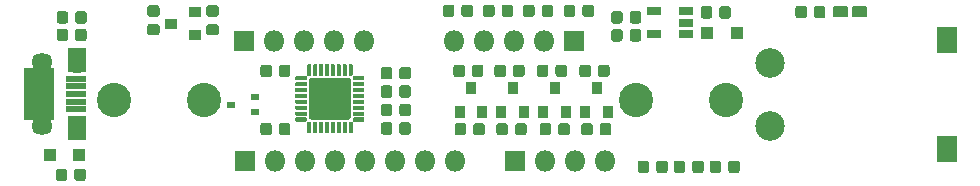
<source format=gts>
G04 #@! TF.GenerationSoftware,KiCad,Pcbnew,(5.1.5-0-10_14)*
G04 #@! TF.CreationDate,2020-01-18T17:08:02-08:00*
G04 #@! TF.ProjectId,14500,31343530-302e-46b6-9963-61645f706362,rev?*
G04 #@! TF.SameCoordinates,Original*
G04 #@! TF.FileFunction,Soldermask,Top*
G04 #@! TF.FilePolarity,Negative*
%FSLAX46Y46*%
G04 Gerber Fmt 4.6, Leading zero omitted, Abs format (unit mm)*
G04 Created by KiCad (PCBNEW (5.1.5-0-10_14)) date 2020-01-18 17:08:02*
%MOMM*%
%LPD*%
G04 APERTURE LIST*
%ADD10C,2.901600*%
%ADD11R,1.190000X0.740000*%
%ADD12C,0.100000*%
%ADD13R,0.801600X0.551600*%
%ADD14O,1.801600X1.801600*%
%ADD15R,1.801600X1.801600*%
%ADD16R,1.001600X0.901600*%
%ADD17R,2.601600X4.501600*%
%ADD18O,1.801600X1.451600*%
%ADD19O,1.601600X1.201600*%
%ADD20R,1.751600X0.501600*%
%ADD21R,1.601600X2.101600*%
%ADD22C,2.501600*%
%ADD23R,1.701600X2.281600*%
%ADD24R,1.101600X1.101600*%
%ADD25R,0.901600X1.001600*%
G04 APERTURE END LIST*
D10*
X73595000Y-100500000D03*
X65975000Y-100500000D03*
X117775000Y-100500000D03*
X110155000Y-100500000D03*
D11*
X111720000Y-94875000D03*
X111720000Y-92975000D03*
X114420000Y-92975000D03*
X114420000Y-93925000D03*
X114420000Y-94875000D03*
D12*
G36*
X86116516Y-102324623D02*
G01*
X86125048Y-102325889D01*
X86133416Y-102327985D01*
X86141538Y-102330891D01*
X86149336Y-102334579D01*
X86156735Y-102339014D01*
X86163663Y-102344152D01*
X86170055Y-102349945D01*
X86175848Y-102356337D01*
X86180986Y-102363265D01*
X86185421Y-102370664D01*
X86189109Y-102378462D01*
X86192015Y-102386584D01*
X86194111Y-102394952D01*
X86195377Y-102403484D01*
X86195800Y-102412100D01*
X86195800Y-103212900D01*
X86195377Y-103221516D01*
X86194111Y-103230048D01*
X86192015Y-103238416D01*
X86189109Y-103246538D01*
X86185421Y-103254336D01*
X86180986Y-103261735D01*
X86175848Y-103268663D01*
X86170055Y-103275055D01*
X86163663Y-103280848D01*
X86156735Y-103285986D01*
X86149336Y-103290421D01*
X86141538Y-103294109D01*
X86133416Y-103297015D01*
X86125048Y-103299111D01*
X86116516Y-103300377D01*
X86107900Y-103300800D01*
X85932100Y-103300800D01*
X85923484Y-103300377D01*
X85914952Y-103299111D01*
X85906584Y-103297015D01*
X85898462Y-103294109D01*
X85890664Y-103290421D01*
X85883265Y-103285986D01*
X85876337Y-103280848D01*
X85869945Y-103275055D01*
X85864152Y-103268663D01*
X85859014Y-103261735D01*
X85854579Y-103254336D01*
X85850891Y-103246538D01*
X85847985Y-103238416D01*
X85845889Y-103230048D01*
X85844623Y-103221516D01*
X85844200Y-103212900D01*
X85844200Y-102412100D01*
X85844623Y-102403484D01*
X85845889Y-102394952D01*
X85847985Y-102386584D01*
X85850891Y-102378462D01*
X85854579Y-102370664D01*
X85859014Y-102363265D01*
X85864152Y-102356337D01*
X85869945Y-102349945D01*
X85876337Y-102344152D01*
X85883265Y-102339014D01*
X85890664Y-102334579D01*
X85898462Y-102330891D01*
X85906584Y-102327985D01*
X85914952Y-102325889D01*
X85923484Y-102324623D01*
X85932100Y-102324200D01*
X86107900Y-102324200D01*
X86116516Y-102324623D01*
G37*
G36*
X85616516Y-102324623D02*
G01*
X85625048Y-102325889D01*
X85633416Y-102327985D01*
X85641538Y-102330891D01*
X85649336Y-102334579D01*
X85656735Y-102339014D01*
X85663663Y-102344152D01*
X85670055Y-102349945D01*
X85675848Y-102356337D01*
X85680986Y-102363265D01*
X85685421Y-102370664D01*
X85689109Y-102378462D01*
X85692015Y-102386584D01*
X85694111Y-102394952D01*
X85695377Y-102403484D01*
X85695800Y-102412100D01*
X85695800Y-103212900D01*
X85695377Y-103221516D01*
X85694111Y-103230048D01*
X85692015Y-103238416D01*
X85689109Y-103246538D01*
X85685421Y-103254336D01*
X85680986Y-103261735D01*
X85675848Y-103268663D01*
X85670055Y-103275055D01*
X85663663Y-103280848D01*
X85656735Y-103285986D01*
X85649336Y-103290421D01*
X85641538Y-103294109D01*
X85633416Y-103297015D01*
X85625048Y-103299111D01*
X85616516Y-103300377D01*
X85607900Y-103300800D01*
X85432100Y-103300800D01*
X85423484Y-103300377D01*
X85414952Y-103299111D01*
X85406584Y-103297015D01*
X85398462Y-103294109D01*
X85390664Y-103290421D01*
X85383265Y-103285986D01*
X85376337Y-103280848D01*
X85369945Y-103275055D01*
X85364152Y-103268663D01*
X85359014Y-103261735D01*
X85354579Y-103254336D01*
X85350891Y-103246538D01*
X85347985Y-103238416D01*
X85345889Y-103230048D01*
X85344623Y-103221516D01*
X85344200Y-103212900D01*
X85344200Y-102412100D01*
X85344623Y-102403484D01*
X85345889Y-102394952D01*
X85347985Y-102386584D01*
X85350891Y-102378462D01*
X85354579Y-102370664D01*
X85359014Y-102363265D01*
X85364152Y-102356337D01*
X85369945Y-102349945D01*
X85376337Y-102344152D01*
X85383265Y-102339014D01*
X85390664Y-102334579D01*
X85398462Y-102330891D01*
X85406584Y-102327985D01*
X85414952Y-102325889D01*
X85423484Y-102324623D01*
X85432100Y-102324200D01*
X85607900Y-102324200D01*
X85616516Y-102324623D01*
G37*
G36*
X85116516Y-102324623D02*
G01*
X85125048Y-102325889D01*
X85133416Y-102327985D01*
X85141538Y-102330891D01*
X85149336Y-102334579D01*
X85156735Y-102339014D01*
X85163663Y-102344152D01*
X85170055Y-102349945D01*
X85175848Y-102356337D01*
X85180986Y-102363265D01*
X85185421Y-102370664D01*
X85189109Y-102378462D01*
X85192015Y-102386584D01*
X85194111Y-102394952D01*
X85195377Y-102403484D01*
X85195800Y-102412100D01*
X85195800Y-103212900D01*
X85195377Y-103221516D01*
X85194111Y-103230048D01*
X85192015Y-103238416D01*
X85189109Y-103246538D01*
X85185421Y-103254336D01*
X85180986Y-103261735D01*
X85175848Y-103268663D01*
X85170055Y-103275055D01*
X85163663Y-103280848D01*
X85156735Y-103285986D01*
X85149336Y-103290421D01*
X85141538Y-103294109D01*
X85133416Y-103297015D01*
X85125048Y-103299111D01*
X85116516Y-103300377D01*
X85107900Y-103300800D01*
X84932100Y-103300800D01*
X84923484Y-103300377D01*
X84914952Y-103299111D01*
X84906584Y-103297015D01*
X84898462Y-103294109D01*
X84890664Y-103290421D01*
X84883265Y-103285986D01*
X84876337Y-103280848D01*
X84869945Y-103275055D01*
X84864152Y-103268663D01*
X84859014Y-103261735D01*
X84854579Y-103254336D01*
X84850891Y-103246538D01*
X84847985Y-103238416D01*
X84845889Y-103230048D01*
X84844623Y-103221516D01*
X84844200Y-103212900D01*
X84844200Y-102412100D01*
X84844623Y-102403484D01*
X84845889Y-102394952D01*
X84847985Y-102386584D01*
X84850891Y-102378462D01*
X84854579Y-102370664D01*
X84859014Y-102363265D01*
X84864152Y-102356337D01*
X84869945Y-102349945D01*
X84876337Y-102344152D01*
X84883265Y-102339014D01*
X84890664Y-102334579D01*
X84898462Y-102330891D01*
X84906584Y-102327985D01*
X84914952Y-102325889D01*
X84923484Y-102324623D01*
X84932100Y-102324200D01*
X85107900Y-102324200D01*
X85116516Y-102324623D01*
G37*
G36*
X84616516Y-102324623D02*
G01*
X84625048Y-102325889D01*
X84633416Y-102327985D01*
X84641538Y-102330891D01*
X84649336Y-102334579D01*
X84656735Y-102339014D01*
X84663663Y-102344152D01*
X84670055Y-102349945D01*
X84675848Y-102356337D01*
X84680986Y-102363265D01*
X84685421Y-102370664D01*
X84689109Y-102378462D01*
X84692015Y-102386584D01*
X84694111Y-102394952D01*
X84695377Y-102403484D01*
X84695800Y-102412100D01*
X84695800Y-103212900D01*
X84695377Y-103221516D01*
X84694111Y-103230048D01*
X84692015Y-103238416D01*
X84689109Y-103246538D01*
X84685421Y-103254336D01*
X84680986Y-103261735D01*
X84675848Y-103268663D01*
X84670055Y-103275055D01*
X84663663Y-103280848D01*
X84656735Y-103285986D01*
X84649336Y-103290421D01*
X84641538Y-103294109D01*
X84633416Y-103297015D01*
X84625048Y-103299111D01*
X84616516Y-103300377D01*
X84607900Y-103300800D01*
X84432100Y-103300800D01*
X84423484Y-103300377D01*
X84414952Y-103299111D01*
X84406584Y-103297015D01*
X84398462Y-103294109D01*
X84390664Y-103290421D01*
X84383265Y-103285986D01*
X84376337Y-103280848D01*
X84369945Y-103275055D01*
X84364152Y-103268663D01*
X84359014Y-103261735D01*
X84354579Y-103254336D01*
X84350891Y-103246538D01*
X84347985Y-103238416D01*
X84345889Y-103230048D01*
X84344623Y-103221516D01*
X84344200Y-103212900D01*
X84344200Y-102412100D01*
X84344623Y-102403484D01*
X84345889Y-102394952D01*
X84347985Y-102386584D01*
X84350891Y-102378462D01*
X84354579Y-102370664D01*
X84359014Y-102363265D01*
X84364152Y-102356337D01*
X84369945Y-102349945D01*
X84376337Y-102344152D01*
X84383265Y-102339014D01*
X84390664Y-102334579D01*
X84398462Y-102330891D01*
X84406584Y-102327985D01*
X84414952Y-102325889D01*
X84423484Y-102324623D01*
X84432100Y-102324200D01*
X84607900Y-102324200D01*
X84616516Y-102324623D01*
G37*
G36*
X84116516Y-102324623D02*
G01*
X84125048Y-102325889D01*
X84133416Y-102327985D01*
X84141538Y-102330891D01*
X84149336Y-102334579D01*
X84156735Y-102339014D01*
X84163663Y-102344152D01*
X84170055Y-102349945D01*
X84175848Y-102356337D01*
X84180986Y-102363265D01*
X84185421Y-102370664D01*
X84189109Y-102378462D01*
X84192015Y-102386584D01*
X84194111Y-102394952D01*
X84195377Y-102403484D01*
X84195800Y-102412100D01*
X84195800Y-103212900D01*
X84195377Y-103221516D01*
X84194111Y-103230048D01*
X84192015Y-103238416D01*
X84189109Y-103246538D01*
X84185421Y-103254336D01*
X84180986Y-103261735D01*
X84175848Y-103268663D01*
X84170055Y-103275055D01*
X84163663Y-103280848D01*
X84156735Y-103285986D01*
X84149336Y-103290421D01*
X84141538Y-103294109D01*
X84133416Y-103297015D01*
X84125048Y-103299111D01*
X84116516Y-103300377D01*
X84107900Y-103300800D01*
X83932100Y-103300800D01*
X83923484Y-103300377D01*
X83914952Y-103299111D01*
X83906584Y-103297015D01*
X83898462Y-103294109D01*
X83890664Y-103290421D01*
X83883265Y-103285986D01*
X83876337Y-103280848D01*
X83869945Y-103275055D01*
X83864152Y-103268663D01*
X83859014Y-103261735D01*
X83854579Y-103254336D01*
X83850891Y-103246538D01*
X83847985Y-103238416D01*
X83845889Y-103230048D01*
X83844623Y-103221516D01*
X83844200Y-103212900D01*
X83844200Y-102412100D01*
X83844623Y-102403484D01*
X83845889Y-102394952D01*
X83847985Y-102386584D01*
X83850891Y-102378462D01*
X83854579Y-102370664D01*
X83859014Y-102363265D01*
X83864152Y-102356337D01*
X83869945Y-102349945D01*
X83876337Y-102344152D01*
X83883265Y-102339014D01*
X83890664Y-102334579D01*
X83898462Y-102330891D01*
X83906584Y-102327985D01*
X83914952Y-102325889D01*
X83923484Y-102324623D01*
X83932100Y-102324200D01*
X84107900Y-102324200D01*
X84116516Y-102324623D01*
G37*
G36*
X83616516Y-102324623D02*
G01*
X83625048Y-102325889D01*
X83633416Y-102327985D01*
X83641538Y-102330891D01*
X83649336Y-102334579D01*
X83656735Y-102339014D01*
X83663663Y-102344152D01*
X83670055Y-102349945D01*
X83675848Y-102356337D01*
X83680986Y-102363265D01*
X83685421Y-102370664D01*
X83689109Y-102378462D01*
X83692015Y-102386584D01*
X83694111Y-102394952D01*
X83695377Y-102403484D01*
X83695800Y-102412100D01*
X83695800Y-103212900D01*
X83695377Y-103221516D01*
X83694111Y-103230048D01*
X83692015Y-103238416D01*
X83689109Y-103246538D01*
X83685421Y-103254336D01*
X83680986Y-103261735D01*
X83675848Y-103268663D01*
X83670055Y-103275055D01*
X83663663Y-103280848D01*
X83656735Y-103285986D01*
X83649336Y-103290421D01*
X83641538Y-103294109D01*
X83633416Y-103297015D01*
X83625048Y-103299111D01*
X83616516Y-103300377D01*
X83607900Y-103300800D01*
X83432100Y-103300800D01*
X83423484Y-103300377D01*
X83414952Y-103299111D01*
X83406584Y-103297015D01*
X83398462Y-103294109D01*
X83390664Y-103290421D01*
X83383265Y-103285986D01*
X83376337Y-103280848D01*
X83369945Y-103275055D01*
X83364152Y-103268663D01*
X83359014Y-103261735D01*
X83354579Y-103254336D01*
X83350891Y-103246538D01*
X83347985Y-103238416D01*
X83345889Y-103230048D01*
X83344623Y-103221516D01*
X83344200Y-103212900D01*
X83344200Y-102412100D01*
X83344623Y-102403484D01*
X83345889Y-102394952D01*
X83347985Y-102386584D01*
X83350891Y-102378462D01*
X83354579Y-102370664D01*
X83359014Y-102363265D01*
X83364152Y-102356337D01*
X83369945Y-102349945D01*
X83376337Y-102344152D01*
X83383265Y-102339014D01*
X83390664Y-102334579D01*
X83398462Y-102330891D01*
X83406584Y-102327985D01*
X83414952Y-102325889D01*
X83423484Y-102324623D01*
X83432100Y-102324200D01*
X83607900Y-102324200D01*
X83616516Y-102324623D01*
G37*
G36*
X83116516Y-102324623D02*
G01*
X83125048Y-102325889D01*
X83133416Y-102327985D01*
X83141538Y-102330891D01*
X83149336Y-102334579D01*
X83156735Y-102339014D01*
X83163663Y-102344152D01*
X83170055Y-102349945D01*
X83175848Y-102356337D01*
X83180986Y-102363265D01*
X83185421Y-102370664D01*
X83189109Y-102378462D01*
X83192015Y-102386584D01*
X83194111Y-102394952D01*
X83195377Y-102403484D01*
X83195800Y-102412100D01*
X83195800Y-103212900D01*
X83195377Y-103221516D01*
X83194111Y-103230048D01*
X83192015Y-103238416D01*
X83189109Y-103246538D01*
X83185421Y-103254336D01*
X83180986Y-103261735D01*
X83175848Y-103268663D01*
X83170055Y-103275055D01*
X83163663Y-103280848D01*
X83156735Y-103285986D01*
X83149336Y-103290421D01*
X83141538Y-103294109D01*
X83133416Y-103297015D01*
X83125048Y-103299111D01*
X83116516Y-103300377D01*
X83107900Y-103300800D01*
X82932100Y-103300800D01*
X82923484Y-103300377D01*
X82914952Y-103299111D01*
X82906584Y-103297015D01*
X82898462Y-103294109D01*
X82890664Y-103290421D01*
X82883265Y-103285986D01*
X82876337Y-103280848D01*
X82869945Y-103275055D01*
X82864152Y-103268663D01*
X82859014Y-103261735D01*
X82854579Y-103254336D01*
X82850891Y-103246538D01*
X82847985Y-103238416D01*
X82845889Y-103230048D01*
X82844623Y-103221516D01*
X82844200Y-103212900D01*
X82844200Y-102412100D01*
X82844623Y-102403484D01*
X82845889Y-102394952D01*
X82847985Y-102386584D01*
X82850891Y-102378462D01*
X82854579Y-102370664D01*
X82859014Y-102363265D01*
X82864152Y-102356337D01*
X82869945Y-102349945D01*
X82876337Y-102344152D01*
X82883265Y-102339014D01*
X82890664Y-102334579D01*
X82898462Y-102330891D01*
X82906584Y-102327985D01*
X82914952Y-102325889D01*
X82923484Y-102324623D01*
X82932100Y-102324200D01*
X83107900Y-102324200D01*
X83116516Y-102324623D01*
G37*
G36*
X82616516Y-102324623D02*
G01*
X82625048Y-102325889D01*
X82633416Y-102327985D01*
X82641538Y-102330891D01*
X82649336Y-102334579D01*
X82656735Y-102339014D01*
X82663663Y-102344152D01*
X82670055Y-102349945D01*
X82675848Y-102356337D01*
X82680986Y-102363265D01*
X82685421Y-102370664D01*
X82689109Y-102378462D01*
X82692015Y-102386584D01*
X82694111Y-102394952D01*
X82695377Y-102403484D01*
X82695800Y-102412100D01*
X82695800Y-103212900D01*
X82695377Y-103221516D01*
X82694111Y-103230048D01*
X82692015Y-103238416D01*
X82689109Y-103246538D01*
X82685421Y-103254336D01*
X82680986Y-103261735D01*
X82675848Y-103268663D01*
X82670055Y-103275055D01*
X82663663Y-103280848D01*
X82656735Y-103285986D01*
X82649336Y-103290421D01*
X82641538Y-103294109D01*
X82633416Y-103297015D01*
X82625048Y-103299111D01*
X82616516Y-103300377D01*
X82607900Y-103300800D01*
X82432100Y-103300800D01*
X82423484Y-103300377D01*
X82414952Y-103299111D01*
X82406584Y-103297015D01*
X82398462Y-103294109D01*
X82390664Y-103290421D01*
X82383265Y-103285986D01*
X82376337Y-103280848D01*
X82369945Y-103275055D01*
X82364152Y-103268663D01*
X82359014Y-103261735D01*
X82354579Y-103254336D01*
X82350891Y-103246538D01*
X82347985Y-103238416D01*
X82345889Y-103230048D01*
X82344623Y-103221516D01*
X82344200Y-103212900D01*
X82344200Y-102412100D01*
X82344623Y-102403484D01*
X82345889Y-102394952D01*
X82347985Y-102386584D01*
X82350891Y-102378462D01*
X82354579Y-102370664D01*
X82359014Y-102363265D01*
X82364152Y-102356337D01*
X82369945Y-102349945D01*
X82376337Y-102344152D01*
X82383265Y-102339014D01*
X82390664Y-102334579D01*
X82398462Y-102330891D01*
X82406584Y-102327985D01*
X82414952Y-102325889D01*
X82423484Y-102324623D01*
X82432100Y-102324200D01*
X82607900Y-102324200D01*
X82616516Y-102324623D01*
G37*
G36*
X82241516Y-101949623D02*
G01*
X82250048Y-101950889D01*
X82258416Y-101952985D01*
X82266538Y-101955891D01*
X82274336Y-101959579D01*
X82281735Y-101964014D01*
X82288663Y-101969152D01*
X82295055Y-101974945D01*
X82300848Y-101981337D01*
X82305986Y-101988265D01*
X82310421Y-101995664D01*
X82314109Y-102003462D01*
X82317015Y-102011584D01*
X82319111Y-102019952D01*
X82320377Y-102028484D01*
X82320800Y-102037100D01*
X82320800Y-102212900D01*
X82320377Y-102221516D01*
X82319111Y-102230048D01*
X82317015Y-102238416D01*
X82314109Y-102246538D01*
X82310421Y-102254336D01*
X82305986Y-102261735D01*
X82300848Y-102268663D01*
X82295055Y-102275055D01*
X82288663Y-102280848D01*
X82281735Y-102285986D01*
X82274336Y-102290421D01*
X82266538Y-102294109D01*
X82258416Y-102297015D01*
X82250048Y-102299111D01*
X82241516Y-102300377D01*
X82232900Y-102300800D01*
X81432100Y-102300800D01*
X81423484Y-102300377D01*
X81414952Y-102299111D01*
X81406584Y-102297015D01*
X81398462Y-102294109D01*
X81390664Y-102290421D01*
X81383265Y-102285986D01*
X81376337Y-102280848D01*
X81369945Y-102275055D01*
X81364152Y-102268663D01*
X81359014Y-102261735D01*
X81354579Y-102254336D01*
X81350891Y-102246538D01*
X81347985Y-102238416D01*
X81345889Y-102230048D01*
X81344623Y-102221516D01*
X81344200Y-102212900D01*
X81344200Y-102037100D01*
X81344623Y-102028484D01*
X81345889Y-102019952D01*
X81347985Y-102011584D01*
X81350891Y-102003462D01*
X81354579Y-101995664D01*
X81359014Y-101988265D01*
X81364152Y-101981337D01*
X81369945Y-101974945D01*
X81376337Y-101969152D01*
X81383265Y-101964014D01*
X81390664Y-101959579D01*
X81398462Y-101955891D01*
X81406584Y-101952985D01*
X81414952Y-101950889D01*
X81423484Y-101949623D01*
X81432100Y-101949200D01*
X82232900Y-101949200D01*
X82241516Y-101949623D01*
G37*
G36*
X82241516Y-101449623D02*
G01*
X82250048Y-101450889D01*
X82258416Y-101452985D01*
X82266538Y-101455891D01*
X82274336Y-101459579D01*
X82281735Y-101464014D01*
X82288663Y-101469152D01*
X82295055Y-101474945D01*
X82300848Y-101481337D01*
X82305986Y-101488265D01*
X82310421Y-101495664D01*
X82314109Y-101503462D01*
X82317015Y-101511584D01*
X82319111Y-101519952D01*
X82320377Y-101528484D01*
X82320800Y-101537100D01*
X82320800Y-101712900D01*
X82320377Y-101721516D01*
X82319111Y-101730048D01*
X82317015Y-101738416D01*
X82314109Y-101746538D01*
X82310421Y-101754336D01*
X82305986Y-101761735D01*
X82300848Y-101768663D01*
X82295055Y-101775055D01*
X82288663Y-101780848D01*
X82281735Y-101785986D01*
X82274336Y-101790421D01*
X82266538Y-101794109D01*
X82258416Y-101797015D01*
X82250048Y-101799111D01*
X82241516Y-101800377D01*
X82232900Y-101800800D01*
X81432100Y-101800800D01*
X81423484Y-101800377D01*
X81414952Y-101799111D01*
X81406584Y-101797015D01*
X81398462Y-101794109D01*
X81390664Y-101790421D01*
X81383265Y-101785986D01*
X81376337Y-101780848D01*
X81369945Y-101775055D01*
X81364152Y-101768663D01*
X81359014Y-101761735D01*
X81354579Y-101754336D01*
X81350891Y-101746538D01*
X81347985Y-101738416D01*
X81345889Y-101730048D01*
X81344623Y-101721516D01*
X81344200Y-101712900D01*
X81344200Y-101537100D01*
X81344623Y-101528484D01*
X81345889Y-101519952D01*
X81347985Y-101511584D01*
X81350891Y-101503462D01*
X81354579Y-101495664D01*
X81359014Y-101488265D01*
X81364152Y-101481337D01*
X81369945Y-101474945D01*
X81376337Y-101469152D01*
X81383265Y-101464014D01*
X81390664Y-101459579D01*
X81398462Y-101455891D01*
X81406584Y-101452985D01*
X81414952Y-101450889D01*
X81423484Y-101449623D01*
X81432100Y-101449200D01*
X82232900Y-101449200D01*
X82241516Y-101449623D01*
G37*
G36*
X82241516Y-100949623D02*
G01*
X82250048Y-100950889D01*
X82258416Y-100952985D01*
X82266538Y-100955891D01*
X82274336Y-100959579D01*
X82281735Y-100964014D01*
X82288663Y-100969152D01*
X82295055Y-100974945D01*
X82300848Y-100981337D01*
X82305986Y-100988265D01*
X82310421Y-100995664D01*
X82314109Y-101003462D01*
X82317015Y-101011584D01*
X82319111Y-101019952D01*
X82320377Y-101028484D01*
X82320800Y-101037100D01*
X82320800Y-101212900D01*
X82320377Y-101221516D01*
X82319111Y-101230048D01*
X82317015Y-101238416D01*
X82314109Y-101246538D01*
X82310421Y-101254336D01*
X82305986Y-101261735D01*
X82300848Y-101268663D01*
X82295055Y-101275055D01*
X82288663Y-101280848D01*
X82281735Y-101285986D01*
X82274336Y-101290421D01*
X82266538Y-101294109D01*
X82258416Y-101297015D01*
X82250048Y-101299111D01*
X82241516Y-101300377D01*
X82232900Y-101300800D01*
X81432100Y-101300800D01*
X81423484Y-101300377D01*
X81414952Y-101299111D01*
X81406584Y-101297015D01*
X81398462Y-101294109D01*
X81390664Y-101290421D01*
X81383265Y-101285986D01*
X81376337Y-101280848D01*
X81369945Y-101275055D01*
X81364152Y-101268663D01*
X81359014Y-101261735D01*
X81354579Y-101254336D01*
X81350891Y-101246538D01*
X81347985Y-101238416D01*
X81345889Y-101230048D01*
X81344623Y-101221516D01*
X81344200Y-101212900D01*
X81344200Y-101037100D01*
X81344623Y-101028484D01*
X81345889Y-101019952D01*
X81347985Y-101011584D01*
X81350891Y-101003462D01*
X81354579Y-100995664D01*
X81359014Y-100988265D01*
X81364152Y-100981337D01*
X81369945Y-100974945D01*
X81376337Y-100969152D01*
X81383265Y-100964014D01*
X81390664Y-100959579D01*
X81398462Y-100955891D01*
X81406584Y-100952985D01*
X81414952Y-100950889D01*
X81423484Y-100949623D01*
X81432100Y-100949200D01*
X82232900Y-100949200D01*
X82241516Y-100949623D01*
G37*
G36*
X82241516Y-100449623D02*
G01*
X82250048Y-100450889D01*
X82258416Y-100452985D01*
X82266538Y-100455891D01*
X82274336Y-100459579D01*
X82281735Y-100464014D01*
X82288663Y-100469152D01*
X82295055Y-100474945D01*
X82300848Y-100481337D01*
X82305986Y-100488265D01*
X82310421Y-100495664D01*
X82314109Y-100503462D01*
X82317015Y-100511584D01*
X82319111Y-100519952D01*
X82320377Y-100528484D01*
X82320800Y-100537100D01*
X82320800Y-100712900D01*
X82320377Y-100721516D01*
X82319111Y-100730048D01*
X82317015Y-100738416D01*
X82314109Y-100746538D01*
X82310421Y-100754336D01*
X82305986Y-100761735D01*
X82300848Y-100768663D01*
X82295055Y-100775055D01*
X82288663Y-100780848D01*
X82281735Y-100785986D01*
X82274336Y-100790421D01*
X82266538Y-100794109D01*
X82258416Y-100797015D01*
X82250048Y-100799111D01*
X82241516Y-100800377D01*
X82232900Y-100800800D01*
X81432100Y-100800800D01*
X81423484Y-100800377D01*
X81414952Y-100799111D01*
X81406584Y-100797015D01*
X81398462Y-100794109D01*
X81390664Y-100790421D01*
X81383265Y-100785986D01*
X81376337Y-100780848D01*
X81369945Y-100775055D01*
X81364152Y-100768663D01*
X81359014Y-100761735D01*
X81354579Y-100754336D01*
X81350891Y-100746538D01*
X81347985Y-100738416D01*
X81345889Y-100730048D01*
X81344623Y-100721516D01*
X81344200Y-100712900D01*
X81344200Y-100537100D01*
X81344623Y-100528484D01*
X81345889Y-100519952D01*
X81347985Y-100511584D01*
X81350891Y-100503462D01*
X81354579Y-100495664D01*
X81359014Y-100488265D01*
X81364152Y-100481337D01*
X81369945Y-100474945D01*
X81376337Y-100469152D01*
X81383265Y-100464014D01*
X81390664Y-100459579D01*
X81398462Y-100455891D01*
X81406584Y-100452985D01*
X81414952Y-100450889D01*
X81423484Y-100449623D01*
X81432100Y-100449200D01*
X82232900Y-100449200D01*
X82241516Y-100449623D01*
G37*
G36*
X82241516Y-99949623D02*
G01*
X82250048Y-99950889D01*
X82258416Y-99952985D01*
X82266538Y-99955891D01*
X82274336Y-99959579D01*
X82281735Y-99964014D01*
X82288663Y-99969152D01*
X82295055Y-99974945D01*
X82300848Y-99981337D01*
X82305986Y-99988265D01*
X82310421Y-99995664D01*
X82314109Y-100003462D01*
X82317015Y-100011584D01*
X82319111Y-100019952D01*
X82320377Y-100028484D01*
X82320800Y-100037100D01*
X82320800Y-100212900D01*
X82320377Y-100221516D01*
X82319111Y-100230048D01*
X82317015Y-100238416D01*
X82314109Y-100246538D01*
X82310421Y-100254336D01*
X82305986Y-100261735D01*
X82300848Y-100268663D01*
X82295055Y-100275055D01*
X82288663Y-100280848D01*
X82281735Y-100285986D01*
X82274336Y-100290421D01*
X82266538Y-100294109D01*
X82258416Y-100297015D01*
X82250048Y-100299111D01*
X82241516Y-100300377D01*
X82232900Y-100300800D01*
X81432100Y-100300800D01*
X81423484Y-100300377D01*
X81414952Y-100299111D01*
X81406584Y-100297015D01*
X81398462Y-100294109D01*
X81390664Y-100290421D01*
X81383265Y-100285986D01*
X81376337Y-100280848D01*
X81369945Y-100275055D01*
X81364152Y-100268663D01*
X81359014Y-100261735D01*
X81354579Y-100254336D01*
X81350891Y-100246538D01*
X81347985Y-100238416D01*
X81345889Y-100230048D01*
X81344623Y-100221516D01*
X81344200Y-100212900D01*
X81344200Y-100037100D01*
X81344623Y-100028484D01*
X81345889Y-100019952D01*
X81347985Y-100011584D01*
X81350891Y-100003462D01*
X81354579Y-99995664D01*
X81359014Y-99988265D01*
X81364152Y-99981337D01*
X81369945Y-99974945D01*
X81376337Y-99969152D01*
X81383265Y-99964014D01*
X81390664Y-99959579D01*
X81398462Y-99955891D01*
X81406584Y-99952985D01*
X81414952Y-99950889D01*
X81423484Y-99949623D01*
X81432100Y-99949200D01*
X82232900Y-99949200D01*
X82241516Y-99949623D01*
G37*
G36*
X82241516Y-99449623D02*
G01*
X82250048Y-99450889D01*
X82258416Y-99452985D01*
X82266538Y-99455891D01*
X82274336Y-99459579D01*
X82281735Y-99464014D01*
X82288663Y-99469152D01*
X82295055Y-99474945D01*
X82300848Y-99481337D01*
X82305986Y-99488265D01*
X82310421Y-99495664D01*
X82314109Y-99503462D01*
X82317015Y-99511584D01*
X82319111Y-99519952D01*
X82320377Y-99528484D01*
X82320800Y-99537100D01*
X82320800Y-99712900D01*
X82320377Y-99721516D01*
X82319111Y-99730048D01*
X82317015Y-99738416D01*
X82314109Y-99746538D01*
X82310421Y-99754336D01*
X82305986Y-99761735D01*
X82300848Y-99768663D01*
X82295055Y-99775055D01*
X82288663Y-99780848D01*
X82281735Y-99785986D01*
X82274336Y-99790421D01*
X82266538Y-99794109D01*
X82258416Y-99797015D01*
X82250048Y-99799111D01*
X82241516Y-99800377D01*
X82232900Y-99800800D01*
X81432100Y-99800800D01*
X81423484Y-99800377D01*
X81414952Y-99799111D01*
X81406584Y-99797015D01*
X81398462Y-99794109D01*
X81390664Y-99790421D01*
X81383265Y-99785986D01*
X81376337Y-99780848D01*
X81369945Y-99775055D01*
X81364152Y-99768663D01*
X81359014Y-99761735D01*
X81354579Y-99754336D01*
X81350891Y-99746538D01*
X81347985Y-99738416D01*
X81345889Y-99730048D01*
X81344623Y-99721516D01*
X81344200Y-99712900D01*
X81344200Y-99537100D01*
X81344623Y-99528484D01*
X81345889Y-99519952D01*
X81347985Y-99511584D01*
X81350891Y-99503462D01*
X81354579Y-99495664D01*
X81359014Y-99488265D01*
X81364152Y-99481337D01*
X81369945Y-99474945D01*
X81376337Y-99469152D01*
X81383265Y-99464014D01*
X81390664Y-99459579D01*
X81398462Y-99455891D01*
X81406584Y-99452985D01*
X81414952Y-99450889D01*
X81423484Y-99449623D01*
X81432100Y-99449200D01*
X82232900Y-99449200D01*
X82241516Y-99449623D01*
G37*
G36*
X82241516Y-98949623D02*
G01*
X82250048Y-98950889D01*
X82258416Y-98952985D01*
X82266538Y-98955891D01*
X82274336Y-98959579D01*
X82281735Y-98964014D01*
X82288663Y-98969152D01*
X82295055Y-98974945D01*
X82300848Y-98981337D01*
X82305986Y-98988265D01*
X82310421Y-98995664D01*
X82314109Y-99003462D01*
X82317015Y-99011584D01*
X82319111Y-99019952D01*
X82320377Y-99028484D01*
X82320800Y-99037100D01*
X82320800Y-99212900D01*
X82320377Y-99221516D01*
X82319111Y-99230048D01*
X82317015Y-99238416D01*
X82314109Y-99246538D01*
X82310421Y-99254336D01*
X82305986Y-99261735D01*
X82300848Y-99268663D01*
X82295055Y-99275055D01*
X82288663Y-99280848D01*
X82281735Y-99285986D01*
X82274336Y-99290421D01*
X82266538Y-99294109D01*
X82258416Y-99297015D01*
X82250048Y-99299111D01*
X82241516Y-99300377D01*
X82232900Y-99300800D01*
X81432100Y-99300800D01*
X81423484Y-99300377D01*
X81414952Y-99299111D01*
X81406584Y-99297015D01*
X81398462Y-99294109D01*
X81390664Y-99290421D01*
X81383265Y-99285986D01*
X81376337Y-99280848D01*
X81369945Y-99275055D01*
X81364152Y-99268663D01*
X81359014Y-99261735D01*
X81354579Y-99254336D01*
X81350891Y-99246538D01*
X81347985Y-99238416D01*
X81345889Y-99230048D01*
X81344623Y-99221516D01*
X81344200Y-99212900D01*
X81344200Y-99037100D01*
X81344623Y-99028484D01*
X81345889Y-99019952D01*
X81347985Y-99011584D01*
X81350891Y-99003462D01*
X81354579Y-98995664D01*
X81359014Y-98988265D01*
X81364152Y-98981337D01*
X81369945Y-98974945D01*
X81376337Y-98969152D01*
X81383265Y-98964014D01*
X81390664Y-98959579D01*
X81398462Y-98955891D01*
X81406584Y-98952985D01*
X81414952Y-98950889D01*
X81423484Y-98949623D01*
X81432100Y-98949200D01*
X82232900Y-98949200D01*
X82241516Y-98949623D01*
G37*
G36*
X82241516Y-98449623D02*
G01*
X82250048Y-98450889D01*
X82258416Y-98452985D01*
X82266538Y-98455891D01*
X82274336Y-98459579D01*
X82281735Y-98464014D01*
X82288663Y-98469152D01*
X82295055Y-98474945D01*
X82300848Y-98481337D01*
X82305986Y-98488265D01*
X82310421Y-98495664D01*
X82314109Y-98503462D01*
X82317015Y-98511584D01*
X82319111Y-98519952D01*
X82320377Y-98528484D01*
X82320800Y-98537100D01*
X82320800Y-98712900D01*
X82320377Y-98721516D01*
X82319111Y-98730048D01*
X82317015Y-98738416D01*
X82314109Y-98746538D01*
X82310421Y-98754336D01*
X82305986Y-98761735D01*
X82300848Y-98768663D01*
X82295055Y-98775055D01*
X82288663Y-98780848D01*
X82281735Y-98785986D01*
X82274336Y-98790421D01*
X82266538Y-98794109D01*
X82258416Y-98797015D01*
X82250048Y-98799111D01*
X82241516Y-98800377D01*
X82232900Y-98800800D01*
X81432100Y-98800800D01*
X81423484Y-98800377D01*
X81414952Y-98799111D01*
X81406584Y-98797015D01*
X81398462Y-98794109D01*
X81390664Y-98790421D01*
X81383265Y-98785986D01*
X81376337Y-98780848D01*
X81369945Y-98775055D01*
X81364152Y-98768663D01*
X81359014Y-98761735D01*
X81354579Y-98754336D01*
X81350891Y-98746538D01*
X81347985Y-98738416D01*
X81345889Y-98730048D01*
X81344623Y-98721516D01*
X81344200Y-98712900D01*
X81344200Y-98537100D01*
X81344623Y-98528484D01*
X81345889Y-98519952D01*
X81347985Y-98511584D01*
X81350891Y-98503462D01*
X81354579Y-98495664D01*
X81359014Y-98488265D01*
X81364152Y-98481337D01*
X81369945Y-98474945D01*
X81376337Y-98469152D01*
X81383265Y-98464014D01*
X81390664Y-98459579D01*
X81398462Y-98455891D01*
X81406584Y-98452985D01*
X81414952Y-98450889D01*
X81423484Y-98449623D01*
X81432100Y-98449200D01*
X82232900Y-98449200D01*
X82241516Y-98449623D01*
G37*
G36*
X82616516Y-97449623D02*
G01*
X82625048Y-97450889D01*
X82633416Y-97452985D01*
X82641538Y-97455891D01*
X82649336Y-97459579D01*
X82656735Y-97464014D01*
X82663663Y-97469152D01*
X82670055Y-97474945D01*
X82675848Y-97481337D01*
X82680986Y-97488265D01*
X82685421Y-97495664D01*
X82689109Y-97503462D01*
X82692015Y-97511584D01*
X82694111Y-97519952D01*
X82695377Y-97528484D01*
X82695800Y-97537100D01*
X82695800Y-98337900D01*
X82695377Y-98346516D01*
X82694111Y-98355048D01*
X82692015Y-98363416D01*
X82689109Y-98371538D01*
X82685421Y-98379336D01*
X82680986Y-98386735D01*
X82675848Y-98393663D01*
X82670055Y-98400055D01*
X82663663Y-98405848D01*
X82656735Y-98410986D01*
X82649336Y-98415421D01*
X82641538Y-98419109D01*
X82633416Y-98422015D01*
X82625048Y-98424111D01*
X82616516Y-98425377D01*
X82607900Y-98425800D01*
X82432100Y-98425800D01*
X82423484Y-98425377D01*
X82414952Y-98424111D01*
X82406584Y-98422015D01*
X82398462Y-98419109D01*
X82390664Y-98415421D01*
X82383265Y-98410986D01*
X82376337Y-98405848D01*
X82369945Y-98400055D01*
X82364152Y-98393663D01*
X82359014Y-98386735D01*
X82354579Y-98379336D01*
X82350891Y-98371538D01*
X82347985Y-98363416D01*
X82345889Y-98355048D01*
X82344623Y-98346516D01*
X82344200Y-98337900D01*
X82344200Y-97537100D01*
X82344623Y-97528484D01*
X82345889Y-97519952D01*
X82347985Y-97511584D01*
X82350891Y-97503462D01*
X82354579Y-97495664D01*
X82359014Y-97488265D01*
X82364152Y-97481337D01*
X82369945Y-97474945D01*
X82376337Y-97469152D01*
X82383265Y-97464014D01*
X82390664Y-97459579D01*
X82398462Y-97455891D01*
X82406584Y-97452985D01*
X82414952Y-97450889D01*
X82423484Y-97449623D01*
X82432100Y-97449200D01*
X82607900Y-97449200D01*
X82616516Y-97449623D01*
G37*
G36*
X83116516Y-97449623D02*
G01*
X83125048Y-97450889D01*
X83133416Y-97452985D01*
X83141538Y-97455891D01*
X83149336Y-97459579D01*
X83156735Y-97464014D01*
X83163663Y-97469152D01*
X83170055Y-97474945D01*
X83175848Y-97481337D01*
X83180986Y-97488265D01*
X83185421Y-97495664D01*
X83189109Y-97503462D01*
X83192015Y-97511584D01*
X83194111Y-97519952D01*
X83195377Y-97528484D01*
X83195800Y-97537100D01*
X83195800Y-98337900D01*
X83195377Y-98346516D01*
X83194111Y-98355048D01*
X83192015Y-98363416D01*
X83189109Y-98371538D01*
X83185421Y-98379336D01*
X83180986Y-98386735D01*
X83175848Y-98393663D01*
X83170055Y-98400055D01*
X83163663Y-98405848D01*
X83156735Y-98410986D01*
X83149336Y-98415421D01*
X83141538Y-98419109D01*
X83133416Y-98422015D01*
X83125048Y-98424111D01*
X83116516Y-98425377D01*
X83107900Y-98425800D01*
X82932100Y-98425800D01*
X82923484Y-98425377D01*
X82914952Y-98424111D01*
X82906584Y-98422015D01*
X82898462Y-98419109D01*
X82890664Y-98415421D01*
X82883265Y-98410986D01*
X82876337Y-98405848D01*
X82869945Y-98400055D01*
X82864152Y-98393663D01*
X82859014Y-98386735D01*
X82854579Y-98379336D01*
X82850891Y-98371538D01*
X82847985Y-98363416D01*
X82845889Y-98355048D01*
X82844623Y-98346516D01*
X82844200Y-98337900D01*
X82844200Y-97537100D01*
X82844623Y-97528484D01*
X82845889Y-97519952D01*
X82847985Y-97511584D01*
X82850891Y-97503462D01*
X82854579Y-97495664D01*
X82859014Y-97488265D01*
X82864152Y-97481337D01*
X82869945Y-97474945D01*
X82876337Y-97469152D01*
X82883265Y-97464014D01*
X82890664Y-97459579D01*
X82898462Y-97455891D01*
X82906584Y-97452985D01*
X82914952Y-97450889D01*
X82923484Y-97449623D01*
X82932100Y-97449200D01*
X83107900Y-97449200D01*
X83116516Y-97449623D01*
G37*
G36*
X83616516Y-97449623D02*
G01*
X83625048Y-97450889D01*
X83633416Y-97452985D01*
X83641538Y-97455891D01*
X83649336Y-97459579D01*
X83656735Y-97464014D01*
X83663663Y-97469152D01*
X83670055Y-97474945D01*
X83675848Y-97481337D01*
X83680986Y-97488265D01*
X83685421Y-97495664D01*
X83689109Y-97503462D01*
X83692015Y-97511584D01*
X83694111Y-97519952D01*
X83695377Y-97528484D01*
X83695800Y-97537100D01*
X83695800Y-98337900D01*
X83695377Y-98346516D01*
X83694111Y-98355048D01*
X83692015Y-98363416D01*
X83689109Y-98371538D01*
X83685421Y-98379336D01*
X83680986Y-98386735D01*
X83675848Y-98393663D01*
X83670055Y-98400055D01*
X83663663Y-98405848D01*
X83656735Y-98410986D01*
X83649336Y-98415421D01*
X83641538Y-98419109D01*
X83633416Y-98422015D01*
X83625048Y-98424111D01*
X83616516Y-98425377D01*
X83607900Y-98425800D01*
X83432100Y-98425800D01*
X83423484Y-98425377D01*
X83414952Y-98424111D01*
X83406584Y-98422015D01*
X83398462Y-98419109D01*
X83390664Y-98415421D01*
X83383265Y-98410986D01*
X83376337Y-98405848D01*
X83369945Y-98400055D01*
X83364152Y-98393663D01*
X83359014Y-98386735D01*
X83354579Y-98379336D01*
X83350891Y-98371538D01*
X83347985Y-98363416D01*
X83345889Y-98355048D01*
X83344623Y-98346516D01*
X83344200Y-98337900D01*
X83344200Y-97537100D01*
X83344623Y-97528484D01*
X83345889Y-97519952D01*
X83347985Y-97511584D01*
X83350891Y-97503462D01*
X83354579Y-97495664D01*
X83359014Y-97488265D01*
X83364152Y-97481337D01*
X83369945Y-97474945D01*
X83376337Y-97469152D01*
X83383265Y-97464014D01*
X83390664Y-97459579D01*
X83398462Y-97455891D01*
X83406584Y-97452985D01*
X83414952Y-97450889D01*
X83423484Y-97449623D01*
X83432100Y-97449200D01*
X83607900Y-97449200D01*
X83616516Y-97449623D01*
G37*
G36*
X84116516Y-97449623D02*
G01*
X84125048Y-97450889D01*
X84133416Y-97452985D01*
X84141538Y-97455891D01*
X84149336Y-97459579D01*
X84156735Y-97464014D01*
X84163663Y-97469152D01*
X84170055Y-97474945D01*
X84175848Y-97481337D01*
X84180986Y-97488265D01*
X84185421Y-97495664D01*
X84189109Y-97503462D01*
X84192015Y-97511584D01*
X84194111Y-97519952D01*
X84195377Y-97528484D01*
X84195800Y-97537100D01*
X84195800Y-98337900D01*
X84195377Y-98346516D01*
X84194111Y-98355048D01*
X84192015Y-98363416D01*
X84189109Y-98371538D01*
X84185421Y-98379336D01*
X84180986Y-98386735D01*
X84175848Y-98393663D01*
X84170055Y-98400055D01*
X84163663Y-98405848D01*
X84156735Y-98410986D01*
X84149336Y-98415421D01*
X84141538Y-98419109D01*
X84133416Y-98422015D01*
X84125048Y-98424111D01*
X84116516Y-98425377D01*
X84107900Y-98425800D01*
X83932100Y-98425800D01*
X83923484Y-98425377D01*
X83914952Y-98424111D01*
X83906584Y-98422015D01*
X83898462Y-98419109D01*
X83890664Y-98415421D01*
X83883265Y-98410986D01*
X83876337Y-98405848D01*
X83869945Y-98400055D01*
X83864152Y-98393663D01*
X83859014Y-98386735D01*
X83854579Y-98379336D01*
X83850891Y-98371538D01*
X83847985Y-98363416D01*
X83845889Y-98355048D01*
X83844623Y-98346516D01*
X83844200Y-98337900D01*
X83844200Y-97537100D01*
X83844623Y-97528484D01*
X83845889Y-97519952D01*
X83847985Y-97511584D01*
X83850891Y-97503462D01*
X83854579Y-97495664D01*
X83859014Y-97488265D01*
X83864152Y-97481337D01*
X83869945Y-97474945D01*
X83876337Y-97469152D01*
X83883265Y-97464014D01*
X83890664Y-97459579D01*
X83898462Y-97455891D01*
X83906584Y-97452985D01*
X83914952Y-97450889D01*
X83923484Y-97449623D01*
X83932100Y-97449200D01*
X84107900Y-97449200D01*
X84116516Y-97449623D01*
G37*
G36*
X84616516Y-97449623D02*
G01*
X84625048Y-97450889D01*
X84633416Y-97452985D01*
X84641538Y-97455891D01*
X84649336Y-97459579D01*
X84656735Y-97464014D01*
X84663663Y-97469152D01*
X84670055Y-97474945D01*
X84675848Y-97481337D01*
X84680986Y-97488265D01*
X84685421Y-97495664D01*
X84689109Y-97503462D01*
X84692015Y-97511584D01*
X84694111Y-97519952D01*
X84695377Y-97528484D01*
X84695800Y-97537100D01*
X84695800Y-98337900D01*
X84695377Y-98346516D01*
X84694111Y-98355048D01*
X84692015Y-98363416D01*
X84689109Y-98371538D01*
X84685421Y-98379336D01*
X84680986Y-98386735D01*
X84675848Y-98393663D01*
X84670055Y-98400055D01*
X84663663Y-98405848D01*
X84656735Y-98410986D01*
X84649336Y-98415421D01*
X84641538Y-98419109D01*
X84633416Y-98422015D01*
X84625048Y-98424111D01*
X84616516Y-98425377D01*
X84607900Y-98425800D01*
X84432100Y-98425800D01*
X84423484Y-98425377D01*
X84414952Y-98424111D01*
X84406584Y-98422015D01*
X84398462Y-98419109D01*
X84390664Y-98415421D01*
X84383265Y-98410986D01*
X84376337Y-98405848D01*
X84369945Y-98400055D01*
X84364152Y-98393663D01*
X84359014Y-98386735D01*
X84354579Y-98379336D01*
X84350891Y-98371538D01*
X84347985Y-98363416D01*
X84345889Y-98355048D01*
X84344623Y-98346516D01*
X84344200Y-98337900D01*
X84344200Y-97537100D01*
X84344623Y-97528484D01*
X84345889Y-97519952D01*
X84347985Y-97511584D01*
X84350891Y-97503462D01*
X84354579Y-97495664D01*
X84359014Y-97488265D01*
X84364152Y-97481337D01*
X84369945Y-97474945D01*
X84376337Y-97469152D01*
X84383265Y-97464014D01*
X84390664Y-97459579D01*
X84398462Y-97455891D01*
X84406584Y-97452985D01*
X84414952Y-97450889D01*
X84423484Y-97449623D01*
X84432100Y-97449200D01*
X84607900Y-97449200D01*
X84616516Y-97449623D01*
G37*
G36*
X85116516Y-97449623D02*
G01*
X85125048Y-97450889D01*
X85133416Y-97452985D01*
X85141538Y-97455891D01*
X85149336Y-97459579D01*
X85156735Y-97464014D01*
X85163663Y-97469152D01*
X85170055Y-97474945D01*
X85175848Y-97481337D01*
X85180986Y-97488265D01*
X85185421Y-97495664D01*
X85189109Y-97503462D01*
X85192015Y-97511584D01*
X85194111Y-97519952D01*
X85195377Y-97528484D01*
X85195800Y-97537100D01*
X85195800Y-98337900D01*
X85195377Y-98346516D01*
X85194111Y-98355048D01*
X85192015Y-98363416D01*
X85189109Y-98371538D01*
X85185421Y-98379336D01*
X85180986Y-98386735D01*
X85175848Y-98393663D01*
X85170055Y-98400055D01*
X85163663Y-98405848D01*
X85156735Y-98410986D01*
X85149336Y-98415421D01*
X85141538Y-98419109D01*
X85133416Y-98422015D01*
X85125048Y-98424111D01*
X85116516Y-98425377D01*
X85107900Y-98425800D01*
X84932100Y-98425800D01*
X84923484Y-98425377D01*
X84914952Y-98424111D01*
X84906584Y-98422015D01*
X84898462Y-98419109D01*
X84890664Y-98415421D01*
X84883265Y-98410986D01*
X84876337Y-98405848D01*
X84869945Y-98400055D01*
X84864152Y-98393663D01*
X84859014Y-98386735D01*
X84854579Y-98379336D01*
X84850891Y-98371538D01*
X84847985Y-98363416D01*
X84845889Y-98355048D01*
X84844623Y-98346516D01*
X84844200Y-98337900D01*
X84844200Y-97537100D01*
X84844623Y-97528484D01*
X84845889Y-97519952D01*
X84847985Y-97511584D01*
X84850891Y-97503462D01*
X84854579Y-97495664D01*
X84859014Y-97488265D01*
X84864152Y-97481337D01*
X84869945Y-97474945D01*
X84876337Y-97469152D01*
X84883265Y-97464014D01*
X84890664Y-97459579D01*
X84898462Y-97455891D01*
X84906584Y-97452985D01*
X84914952Y-97450889D01*
X84923484Y-97449623D01*
X84932100Y-97449200D01*
X85107900Y-97449200D01*
X85116516Y-97449623D01*
G37*
G36*
X85616516Y-97449623D02*
G01*
X85625048Y-97450889D01*
X85633416Y-97452985D01*
X85641538Y-97455891D01*
X85649336Y-97459579D01*
X85656735Y-97464014D01*
X85663663Y-97469152D01*
X85670055Y-97474945D01*
X85675848Y-97481337D01*
X85680986Y-97488265D01*
X85685421Y-97495664D01*
X85689109Y-97503462D01*
X85692015Y-97511584D01*
X85694111Y-97519952D01*
X85695377Y-97528484D01*
X85695800Y-97537100D01*
X85695800Y-98337900D01*
X85695377Y-98346516D01*
X85694111Y-98355048D01*
X85692015Y-98363416D01*
X85689109Y-98371538D01*
X85685421Y-98379336D01*
X85680986Y-98386735D01*
X85675848Y-98393663D01*
X85670055Y-98400055D01*
X85663663Y-98405848D01*
X85656735Y-98410986D01*
X85649336Y-98415421D01*
X85641538Y-98419109D01*
X85633416Y-98422015D01*
X85625048Y-98424111D01*
X85616516Y-98425377D01*
X85607900Y-98425800D01*
X85432100Y-98425800D01*
X85423484Y-98425377D01*
X85414952Y-98424111D01*
X85406584Y-98422015D01*
X85398462Y-98419109D01*
X85390664Y-98415421D01*
X85383265Y-98410986D01*
X85376337Y-98405848D01*
X85369945Y-98400055D01*
X85364152Y-98393663D01*
X85359014Y-98386735D01*
X85354579Y-98379336D01*
X85350891Y-98371538D01*
X85347985Y-98363416D01*
X85345889Y-98355048D01*
X85344623Y-98346516D01*
X85344200Y-98337900D01*
X85344200Y-97537100D01*
X85344623Y-97528484D01*
X85345889Y-97519952D01*
X85347985Y-97511584D01*
X85350891Y-97503462D01*
X85354579Y-97495664D01*
X85359014Y-97488265D01*
X85364152Y-97481337D01*
X85369945Y-97474945D01*
X85376337Y-97469152D01*
X85383265Y-97464014D01*
X85390664Y-97459579D01*
X85398462Y-97455891D01*
X85406584Y-97452985D01*
X85414952Y-97450889D01*
X85423484Y-97449623D01*
X85432100Y-97449200D01*
X85607900Y-97449200D01*
X85616516Y-97449623D01*
G37*
G36*
X86116516Y-97449623D02*
G01*
X86125048Y-97450889D01*
X86133416Y-97452985D01*
X86141538Y-97455891D01*
X86149336Y-97459579D01*
X86156735Y-97464014D01*
X86163663Y-97469152D01*
X86170055Y-97474945D01*
X86175848Y-97481337D01*
X86180986Y-97488265D01*
X86185421Y-97495664D01*
X86189109Y-97503462D01*
X86192015Y-97511584D01*
X86194111Y-97519952D01*
X86195377Y-97528484D01*
X86195800Y-97537100D01*
X86195800Y-98337900D01*
X86195377Y-98346516D01*
X86194111Y-98355048D01*
X86192015Y-98363416D01*
X86189109Y-98371538D01*
X86185421Y-98379336D01*
X86180986Y-98386735D01*
X86175848Y-98393663D01*
X86170055Y-98400055D01*
X86163663Y-98405848D01*
X86156735Y-98410986D01*
X86149336Y-98415421D01*
X86141538Y-98419109D01*
X86133416Y-98422015D01*
X86125048Y-98424111D01*
X86116516Y-98425377D01*
X86107900Y-98425800D01*
X85932100Y-98425800D01*
X85923484Y-98425377D01*
X85914952Y-98424111D01*
X85906584Y-98422015D01*
X85898462Y-98419109D01*
X85890664Y-98415421D01*
X85883265Y-98410986D01*
X85876337Y-98405848D01*
X85869945Y-98400055D01*
X85864152Y-98393663D01*
X85859014Y-98386735D01*
X85854579Y-98379336D01*
X85850891Y-98371538D01*
X85847985Y-98363416D01*
X85845889Y-98355048D01*
X85844623Y-98346516D01*
X85844200Y-98337900D01*
X85844200Y-97537100D01*
X85844623Y-97528484D01*
X85845889Y-97519952D01*
X85847985Y-97511584D01*
X85850891Y-97503462D01*
X85854579Y-97495664D01*
X85859014Y-97488265D01*
X85864152Y-97481337D01*
X85869945Y-97474945D01*
X85876337Y-97469152D01*
X85883265Y-97464014D01*
X85890664Y-97459579D01*
X85898462Y-97455891D01*
X85906584Y-97452985D01*
X85914952Y-97450889D01*
X85923484Y-97449623D01*
X85932100Y-97449200D01*
X86107900Y-97449200D01*
X86116516Y-97449623D01*
G37*
G36*
X87116516Y-98449623D02*
G01*
X87125048Y-98450889D01*
X87133416Y-98452985D01*
X87141538Y-98455891D01*
X87149336Y-98459579D01*
X87156735Y-98464014D01*
X87163663Y-98469152D01*
X87170055Y-98474945D01*
X87175848Y-98481337D01*
X87180986Y-98488265D01*
X87185421Y-98495664D01*
X87189109Y-98503462D01*
X87192015Y-98511584D01*
X87194111Y-98519952D01*
X87195377Y-98528484D01*
X87195800Y-98537100D01*
X87195800Y-98712900D01*
X87195377Y-98721516D01*
X87194111Y-98730048D01*
X87192015Y-98738416D01*
X87189109Y-98746538D01*
X87185421Y-98754336D01*
X87180986Y-98761735D01*
X87175848Y-98768663D01*
X87170055Y-98775055D01*
X87163663Y-98780848D01*
X87156735Y-98785986D01*
X87149336Y-98790421D01*
X87141538Y-98794109D01*
X87133416Y-98797015D01*
X87125048Y-98799111D01*
X87116516Y-98800377D01*
X87107900Y-98800800D01*
X86307100Y-98800800D01*
X86298484Y-98800377D01*
X86289952Y-98799111D01*
X86281584Y-98797015D01*
X86273462Y-98794109D01*
X86265664Y-98790421D01*
X86258265Y-98785986D01*
X86251337Y-98780848D01*
X86244945Y-98775055D01*
X86239152Y-98768663D01*
X86234014Y-98761735D01*
X86229579Y-98754336D01*
X86225891Y-98746538D01*
X86222985Y-98738416D01*
X86220889Y-98730048D01*
X86219623Y-98721516D01*
X86219200Y-98712900D01*
X86219200Y-98537100D01*
X86219623Y-98528484D01*
X86220889Y-98519952D01*
X86222985Y-98511584D01*
X86225891Y-98503462D01*
X86229579Y-98495664D01*
X86234014Y-98488265D01*
X86239152Y-98481337D01*
X86244945Y-98474945D01*
X86251337Y-98469152D01*
X86258265Y-98464014D01*
X86265664Y-98459579D01*
X86273462Y-98455891D01*
X86281584Y-98452985D01*
X86289952Y-98450889D01*
X86298484Y-98449623D01*
X86307100Y-98449200D01*
X87107900Y-98449200D01*
X87116516Y-98449623D01*
G37*
G36*
X87116516Y-98949623D02*
G01*
X87125048Y-98950889D01*
X87133416Y-98952985D01*
X87141538Y-98955891D01*
X87149336Y-98959579D01*
X87156735Y-98964014D01*
X87163663Y-98969152D01*
X87170055Y-98974945D01*
X87175848Y-98981337D01*
X87180986Y-98988265D01*
X87185421Y-98995664D01*
X87189109Y-99003462D01*
X87192015Y-99011584D01*
X87194111Y-99019952D01*
X87195377Y-99028484D01*
X87195800Y-99037100D01*
X87195800Y-99212900D01*
X87195377Y-99221516D01*
X87194111Y-99230048D01*
X87192015Y-99238416D01*
X87189109Y-99246538D01*
X87185421Y-99254336D01*
X87180986Y-99261735D01*
X87175848Y-99268663D01*
X87170055Y-99275055D01*
X87163663Y-99280848D01*
X87156735Y-99285986D01*
X87149336Y-99290421D01*
X87141538Y-99294109D01*
X87133416Y-99297015D01*
X87125048Y-99299111D01*
X87116516Y-99300377D01*
X87107900Y-99300800D01*
X86307100Y-99300800D01*
X86298484Y-99300377D01*
X86289952Y-99299111D01*
X86281584Y-99297015D01*
X86273462Y-99294109D01*
X86265664Y-99290421D01*
X86258265Y-99285986D01*
X86251337Y-99280848D01*
X86244945Y-99275055D01*
X86239152Y-99268663D01*
X86234014Y-99261735D01*
X86229579Y-99254336D01*
X86225891Y-99246538D01*
X86222985Y-99238416D01*
X86220889Y-99230048D01*
X86219623Y-99221516D01*
X86219200Y-99212900D01*
X86219200Y-99037100D01*
X86219623Y-99028484D01*
X86220889Y-99019952D01*
X86222985Y-99011584D01*
X86225891Y-99003462D01*
X86229579Y-98995664D01*
X86234014Y-98988265D01*
X86239152Y-98981337D01*
X86244945Y-98974945D01*
X86251337Y-98969152D01*
X86258265Y-98964014D01*
X86265664Y-98959579D01*
X86273462Y-98955891D01*
X86281584Y-98952985D01*
X86289952Y-98950889D01*
X86298484Y-98949623D01*
X86307100Y-98949200D01*
X87107900Y-98949200D01*
X87116516Y-98949623D01*
G37*
G36*
X87116516Y-99449623D02*
G01*
X87125048Y-99450889D01*
X87133416Y-99452985D01*
X87141538Y-99455891D01*
X87149336Y-99459579D01*
X87156735Y-99464014D01*
X87163663Y-99469152D01*
X87170055Y-99474945D01*
X87175848Y-99481337D01*
X87180986Y-99488265D01*
X87185421Y-99495664D01*
X87189109Y-99503462D01*
X87192015Y-99511584D01*
X87194111Y-99519952D01*
X87195377Y-99528484D01*
X87195800Y-99537100D01*
X87195800Y-99712900D01*
X87195377Y-99721516D01*
X87194111Y-99730048D01*
X87192015Y-99738416D01*
X87189109Y-99746538D01*
X87185421Y-99754336D01*
X87180986Y-99761735D01*
X87175848Y-99768663D01*
X87170055Y-99775055D01*
X87163663Y-99780848D01*
X87156735Y-99785986D01*
X87149336Y-99790421D01*
X87141538Y-99794109D01*
X87133416Y-99797015D01*
X87125048Y-99799111D01*
X87116516Y-99800377D01*
X87107900Y-99800800D01*
X86307100Y-99800800D01*
X86298484Y-99800377D01*
X86289952Y-99799111D01*
X86281584Y-99797015D01*
X86273462Y-99794109D01*
X86265664Y-99790421D01*
X86258265Y-99785986D01*
X86251337Y-99780848D01*
X86244945Y-99775055D01*
X86239152Y-99768663D01*
X86234014Y-99761735D01*
X86229579Y-99754336D01*
X86225891Y-99746538D01*
X86222985Y-99738416D01*
X86220889Y-99730048D01*
X86219623Y-99721516D01*
X86219200Y-99712900D01*
X86219200Y-99537100D01*
X86219623Y-99528484D01*
X86220889Y-99519952D01*
X86222985Y-99511584D01*
X86225891Y-99503462D01*
X86229579Y-99495664D01*
X86234014Y-99488265D01*
X86239152Y-99481337D01*
X86244945Y-99474945D01*
X86251337Y-99469152D01*
X86258265Y-99464014D01*
X86265664Y-99459579D01*
X86273462Y-99455891D01*
X86281584Y-99452985D01*
X86289952Y-99450889D01*
X86298484Y-99449623D01*
X86307100Y-99449200D01*
X87107900Y-99449200D01*
X87116516Y-99449623D01*
G37*
G36*
X87116516Y-99949623D02*
G01*
X87125048Y-99950889D01*
X87133416Y-99952985D01*
X87141538Y-99955891D01*
X87149336Y-99959579D01*
X87156735Y-99964014D01*
X87163663Y-99969152D01*
X87170055Y-99974945D01*
X87175848Y-99981337D01*
X87180986Y-99988265D01*
X87185421Y-99995664D01*
X87189109Y-100003462D01*
X87192015Y-100011584D01*
X87194111Y-100019952D01*
X87195377Y-100028484D01*
X87195800Y-100037100D01*
X87195800Y-100212900D01*
X87195377Y-100221516D01*
X87194111Y-100230048D01*
X87192015Y-100238416D01*
X87189109Y-100246538D01*
X87185421Y-100254336D01*
X87180986Y-100261735D01*
X87175848Y-100268663D01*
X87170055Y-100275055D01*
X87163663Y-100280848D01*
X87156735Y-100285986D01*
X87149336Y-100290421D01*
X87141538Y-100294109D01*
X87133416Y-100297015D01*
X87125048Y-100299111D01*
X87116516Y-100300377D01*
X87107900Y-100300800D01*
X86307100Y-100300800D01*
X86298484Y-100300377D01*
X86289952Y-100299111D01*
X86281584Y-100297015D01*
X86273462Y-100294109D01*
X86265664Y-100290421D01*
X86258265Y-100285986D01*
X86251337Y-100280848D01*
X86244945Y-100275055D01*
X86239152Y-100268663D01*
X86234014Y-100261735D01*
X86229579Y-100254336D01*
X86225891Y-100246538D01*
X86222985Y-100238416D01*
X86220889Y-100230048D01*
X86219623Y-100221516D01*
X86219200Y-100212900D01*
X86219200Y-100037100D01*
X86219623Y-100028484D01*
X86220889Y-100019952D01*
X86222985Y-100011584D01*
X86225891Y-100003462D01*
X86229579Y-99995664D01*
X86234014Y-99988265D01*
X86239152Y-99981337D01*
X86244945Y-99974945D01*
X86251337Y-99969152D01*
X86258265Y-99964014D01*
X86265664Y-99959579D01*
X86273462Y-99955891D01*
X86281584Y-99952985D01*
X86289952Y-99950889D01*
X86298484Y-99949623D01*
X86307100Y-99949200D01*
X87107900Y-99949200D01*
X87116516Y-99949623D01*
G37*
G36*
X87116516Y-100449623D02*
G01*
X87125048Y-100450889D01*
X87133416Y-100452985D01*
X87141538Y-100455891D01*
X87149336Y-100459579D01*
X87156735Y-100464014D01*
X87163663Y-100469152D01*
X87170055Y-100474945D01*
X87175848Y-100481337D01*
X87180986Y-100488265D01*
X87185421Y-100495664D01*
X87189109Y-100503462D01*
X87192015Y-100511584D01*
X87194111Y-100519952D01*
X87195377Y-100528484D01*
X87195800Y-100537100D01*
X87195800Y-100712900D01*
X87195377Y-100721516D01*
X87194111Y-100730048D01*
X87192015Y-100738416D01*
X87189109Y-100746538D01*
X87185421Y-100754336D01*
X87180986Y-100761735D01*
X87175848Y-100768663D01*
X87170055Y-100775055D01*
X87163663Y-100780848D01*
X87156735Y-100785986D01*
X87149336Y-100790421D01*
X87141538Y-100794109D01*
X87133416Y-100797015D01*
X87125048Y-100799111D01*
X87116516Y-100800377D01*
X87107900Y-100800800D01*
X86307100Y-100800800D01*
X86298484Y-100800377D01*
X86289952Y-100799111D01*
X86281584Y-100797015D01*
X86273462Y-100794109D01*
X86265664Y-100790421D01*
X86258265Y-100785986D01*
X86251337Y-100780848D01*
X86244945Y-100775055D01*
X86239152Y-100768663D01*
X86234014Y-100761735D01*
X86229579Y-100754336D01*
X86225891Y-100746538D01*
X86222985Y-100738416D01*
X86220889Y-100730048D01*
X86219623Y-100721516D01*
X86219200Y-100712900D01*
X86219200Y-100537100D01*
X86219623Y-100528484D01*
X86220889Y-100519952D01*
X86222985Y-100511584D01*
X86225891Y-100503462D01*
X86229579Y-100495664D01*
X86234014Y-100488265D01*
X86239152Y-100481337D01*
X86244945Y-100474945D01*
X86251337Y-100469152D01*
X86258265Y-100464014D01*
X86265664Y-100459579D01*
X86273462Y-100455891D01*
X86281584Y-100452985D01*
X86289952Y-100450889D01*
X86298484Y-100449623D01*
X86307100Y-100449200D01*
X87107900Y-100449200D01*
X87116516Y-100449623D01*
G37*
G36*
X87116516Y-100949623D02*
G01*
X87125048Y-100950889D01*
X87133416Y-100952985D01*
X87141538Y-100955891D01*
X87149336Y-100959579D01*
X87156735Y-100964014D01*
X87163663Y-100969152D01*
X87170055Y-100974945D01*
X87175848Y-100981337D01*
X87180986Y-100988265D01*
X87185421Y-100995664D01*
X87189109Y-101003462D01*
X87192015Y-101011584D01*
X87194111Y-101019952D01*
X87195377Y-101028484D01*
X87195800Y-101037100D01*
X87195800Y-101212900D01*
X87195377Y-101221516D01*
X87194111Y-101230048D01*
X87192015Y-101238416D01*
X87189109Y-101246538D01*
X87185421Y-101254336D01*
X87180986Y-101261735D01*
X87175848Y-101268663D01*
X87170055Y-101275055D01*
X87163663Y-101280848D01*
X87156735Y-101285986D01*
X87149336Y-101290421D01*
X87141538Y-101294109D01*
X87133416Y-101297015D01*
X87125048Y-101299111D01*
X87116516Y-101300377D01*
X87107900Y-101300800D01*
X86307100Y-101300800D01*
X86298484Y-101300377D01*
X86289952Y-101299111D01*
X86281584Y-101297015D01*
X86273462Y-101294109D01*
X86265664Y-101290421D01*
X86258265Y-101285986D01*
X86251337Y-101280848D01*
X86244945Y-101275055D01*
X86239152Y-101268663D01*
X86234014Y-101261735D01*
X86229579Y-101254336D01*
X86225891Y-101246538D01*
X86222985Y-101238416D01*
X86220889Y-101230048D01*
X86219623Y-101221516D01*
X86219200Y-101212900D01*
X86219200Y-101037100D01*
X86219623Y-101028484D01*
X86220889Y-101019952D01*
X86222985Y-101011584D01*
X86225891Y-101003462D01*
X86229579Y-100995664D01*
X86234014Y-100988265D01*
X86239152Y-100981337D01*
X86244945Y-100974945D01*
X86251337Y-100969152D01*
X86258265Y-100964014D01*
X86265664Y-100959579D01*
X86273462Y-100955891D01*
X86281584Y-100952985D01*
X86289952Y-100950889D01*
X86298484Y-100949623D01*
X86307100Y-100949200D01*
X87107900Y-100949200D01*
X87116516Y-100949623D01*
G37*
G36*
X87116516Y-101449623D02*
G01*
X87125048Y-101450889D01*
X87133416Y-101452985D01*
X87141538Y-101455891D01*
X87149336Y-101459579D01*
X87156735Y-101464014D01*
X87163663Y-101469152D01*
X87170055Y-101474945D01*
X87175848Y-101481337D01*
X87180986Y-101488265D01*
X87185421Y-101495664D01*
X87189109Y-101503462D01*
X87192015Y-101511584D01*
X87194111Y-101519952D01*
X87195377Y-101528484D01*
X87195800Y-101537100D01*
X87195800Y-101712900D01*
X87195377Y-101721516D01*
X87194111Y-101730048D01*
X87192015Y-101738416D01*
X87189109Y-101746538D01*
X87185421Y-101754336D01*
X87180986Y-101761735D01*
X87175848Y-101768663D01*
X87170055Y-101775055D01*
X87163663Y-101780848D01*
X87156735Y-101785986D01*
X87149336Y-101790421D01*
X87141538Y-101794109D01*
X87133416Y-101797015D01*
X87125048Y-101799111D01*
X87116516Y-101800377D01*
X87107900Y-101800800D01*
X86307100Y-101800800D01*
X86298484Y-101800377D01*
X86289952Y-101799111D01*
X86281584Y-101797015D01*
X86273462Y-101794109D01*
X86265664Y-101790421D01*
X86258265Y-101785986D01*
X86251337Y-101780848D01*
X86244945Y-101775055D01*
X86239152Y-101768663D01*
X86234014Y-101761735D01*
X86229579Y-101754336D01*
X86225891Y-101746538D01*
X86222985Y-101738416D01*
X86220889Y-101730048D01*
X86219623Y-101721516D01*
X86219200Y-101712900D01*
X86219200Y-101537100D01*
X86219623Y-101528484D01*
X86220889Y-101519952D01*
X86222985Y-101511584D01*
X86225891Y-101503462D01*
X86229579Y-101495664D01*
X86234014Y-101488265D01*
X86239152Y-101481337D01*
X86244945Y-101474945D01*
X86251337Y-101469152D01*
X86258265Y-101464014D01*
X86265664Y-101459579D01*
X86273462Y-101455891D01*
X86281584Y-101452985D01*
X86289952Y-101450889D01*
X86298484Y-101449623D01*
X86307100Y-101449200D01*
X87107900Y-101449200D01*
X87116516Y-101449623D01*
G37*
G36*
X87116516Y-101949623D02*
G01*
X87125048Y-101950889D01*
X87133416Y-101952985D01*
X87141538Y-101955891D01*
X87149336Y-101959579D01*
X87156735Y-101964014D01*
X87163663Y-101969152D01*
X87170055Y-101974945D01*
X87175848Y-101981337D01*
X87180986Y-101988265D01*
X87185421Y-101995664D01*
X87189109Y-102003462D01*
X87192015Y-102011584D01*
X87194111Y-102019952D01*
X87195377Y-102028484D01*
X87195800Y-102037100D01*
X87195800Y-102212900D01*
X87195377Y-102221516D01*
X87194111Y-102230048D01*
X87192015Y-102238416D01*
X87189109Y-102246538D01*
X87185421Y-102254336D01*
X87180986Y-102261735D01*
X87175848Y-102268663D01*
X87170055Y-102275055D01*
X87163663Y-102280848D01*
X87156735Y-102285986D01*
X87149336Y-102290421D01*
X87141538Y-102294109D01*
X87133416Y-102297015D01*
X87125048Y-102299111D01*
X87116516Y-102300377D01*
X87107900Y-102300800D01*
X86307100Y-102300800D01*
X86298484Y-102300377D01*
X86289952Y-102299111D01*
X86281584Y-102297015D01*
X86273462Y-102294109D01*
X86265664Y-102290421D01*
X86258265Y-102285986D01*
X86251337Y-102280848D01*
X86244945Y-102275055D01*
X86239152Y-102268663D01*
X86234014Y-102261735D01*
X86229579Y-102254336D01*
X86225891Y-102246538D01*
X86222985Y-102238416D01*
X86220889Y-102230048D01*
X86219623Y-102221516D01*
X86219200Y-102212900D01*
X86219200Y-102037100D01*
X86219623Y-102028484D01*
X86220889Y-102019952D01*
X86222985Y-102011584D01*
X86225891Y-102003462D01*
X86229579Y-101995664D01*
X86234014Y-101988265D01*
X86239152Y-101981337D01*
X86244945Y-101974945D01*
X86251337Y-101969152D01*
X86258265Y-101964014D01*
X86265664Y-101959579D01*
X86273462Y-101955891D01*
X86281584Y-101952985D01*
X86289952Y-101950889D01*
X86298484Y-101949623D01*
X86307100Y-101949200D01*
X87107900Y-101949200D01*
X87116516Y-101949623D01*
G37*
G36*
X85813663Y-98600439D02*
G01*
X85838646Y-98604145D01*
X85863146Y-98610282D01*
X85886926Y-98618791D01*
X85909757Y-98629589D01*
X85931420Y-98642573D01*
X85951706Y-98657619D01*
X85970420Y-98674580D01*
X85987381Y-98693294D01*
X86002427Y-98713580D01*
X86015411Y-98735243D01*
X86026209Y-98758074D01*
X86034718Y-98781854D01*
X86040855Y-98806354D01*
X86044561Y-98831337D01*
X86045800Y-98856563D01*
X86045800Y-101893437D01*
X86044561Y-101918663D01*
X86040855Y-101943646D01*
X86034718Y-101968146D01*
X86026209Y-101991926D01*
X86015411Y-102014757D01*
X86002427Y-102036420D01*
X85987381Y-102056706D01*
X85970420Y-102075420D01*
X85951706Y-102092381D01*
X85931420Y-102107427D01*
X85909757Y-102120411D01*
X85886926Y-102131209D01*
X85863146Y-102139718D01*
X85838646Y-102145855D01*
X85813663Y-102149561D01*
X85788437Y-102150800D01*
X82751563Y-102150800D01*
X82726337Y-102149561D01*
X82701354Y-102145855D01*
X82676854Y-102139718D01*
X82653074Y-102131209D01*
X82630243Y-102120411D01*
X82608580Y-102107427D01*
X82588294Y-102092381D01*
X82569580Y-102075420D01*
X82552619Y-102056706D01*
X82537573Y-102036420D01*
X82524589Y-102014757D01*
X82513791Y-101991926D01*
X82505282Y-101968146D01*
X82499145Y-101943646D01*
X82495439Y-101918663D01*
X82494200Y-101893437D01*
X82494200Y-98856563D01*
X82495439Y-98831337D01*
X82499145Y-98806354D01*
X82505282Y-98781854D01*
X82513791Y-98758074D01*
X82524589Y-98735243D01*
X82537573Y-98713580D01*
X82552619Y-98693294D01*
X82569580Y-98674580D01*
X82588294Y-98657619D01*
X82608580Y-98642573D01*
X82630243Y-98629589D01*
X82653074Y-98618791D01*
X82676854Y-98610282D01*
X82701354Y-98604145D01*
X82726337Y-98600439D01*
X82751563Y-98599200D01*
X85788437Y-98599200D01*
X85813663Y-98600439D01*
G37*
G36*
X108830581Y-94470376D02*
G01*
X108854281Y-94473891D01*
X108877523Y-94479713D01*
X108900082Y-94487785D01*
X108921742Y-94498029D01*
X108942292Y-94510347D01*
X108961537Y-94524619D01*
X108979290Y-94540710D01*
X108995381Y-94558463D01*
X109009653Y-94577708D01*
X109021971Y-94598258D01*
X109032215Y-94619918D01*
X109040287Y-94642477D01*
X109046109Y-94665719D01*
X109049624Y-94689419D01*
X109050800Y-94713350D01*
X109050800Y-95276650D01*
X109049624Y-95300581D01*
X109046109Y-95324281D01*
X109040287Y-95347523D01*
X109032215Y-95370082D01*
X109021971Y-95391742D01*
X109009653Y-95412292D01*
X108995381Y-95431537D01*
X108979290Y-95449290D01*
X108961537Y-95465381D01*
X108942292Y-95479653D01*
X108921742Y-95491971D01*
X108900082Y-95502215D01*
X108877523Y-95510287D01*
X108854281Y-95516109D01*
X108830581Y-95519624D01*
X108806650Y-95520800D01*
X108318350Y-95520800D01*
X108294419Y-95519624D01*
X108270719Y-95516109D01*
X108247477Y-95510287D01*
X108224918Y-95502215D01*
X108203258Y-95491971D01*
X108182708Y-95479653D01*
X108163463Y-95465381D01*
X108145710Y-95449290D01*
X108129619Y-95431537D01*
X108115347Y-95412292D01*
X108103029Y-95391742D01*
X108092785Y-95370082D01*
X108084713Y-95347523D01*
X108078891Y-95324281D01*
X108075376Y-95300581D01*
X108074200Y-95276650D01*
X108074200Y-94713350D01*
X108075376Y-94689419D01*
X108078891Y-94665719D01*
X108084713Y-94642477D01*
X108092785Y-94619918D01*
X108103029Y-94598258D01*
X108115347Y-94577708D01*
X108129619Y-94558463D01*
X108145710Y-94540710D01*
X108163463Y-94524619D01*
X108182708Y-94510347D01*
X108203258Y-94498029D01*
X108224918Y-94487785D01*
X108247477Y-94479713D01*
X108270719Y-94473891D01*
X108294419Y-94470376D01*
X108318350Y-94469200D01*
X108806650Y-94469200D01*
X108830581Y-94470376D01*
G37*
G36*
X110405581Y-94470376D02*
G01*
X110429281Y-94473891D01*
X110452523Y-94479713D01*
X110475082Y-94487785D01*
X110496742Y-94498029D01*
X110517292Y-94510347D01*
X110536537Y-94524619D01*
X110554290Y-94540710D01*
X110570381Y-94558463D01*
X110584653Y-94577708D01*
X110596971Y-94598258D01*
X110607215Y-94619918D01*
X110615287Y-94642477D01*
X110621109Y-94665719D01*
X110624624Y-94689419D01*
X110625800Y-94713350D01*
X110625800Y-95276650D01*
X110624624Y-95300581D01*
X110621109Y-95324281D01*
X110615287Y-95347523D01*
X110607215Y-95370082D01*
X110596971Y-95391742D01*
X110584653Y-95412292D01*
X110570381Y-95431537D01*
X110554290Y-95449290D01*
X110536537Y-95465381D01*
X110517292Y-95479653D01*
X110496742Y-95491971D01*
X110475082Y-95502215D01*
X110452523Y-95510287D01*
X110429281Y-95516109D01*
X110405581Y-95519624D01*
X110381650Y-95520800D01*
X109893350Y-95520800D01*
X109869419Y-95519624D01*
X109845719Y-95516109D01*
X109822477Y-95510287D01*
X109799918Y-95502215D01*
X109778258Y-95491971D01*
X109757708Y-95479653D01*
X109738463Y-95465381D01*
X109720710Y-95449290D01*
X109704619Y-95431537D01*
X109690347Y-95412292D01*
X109678029Y-95391742D01*
X109667785Y-95370082D01*
X109659713Y-95347523D01*
X109653891Y-95324281D01*
X109650376Y-95300581D01*
X109649200Y-95276650D01*
X109649200Y-94713350D01*
X109650376Y-94689419D01*
X109653891Y-94665719D01*
X109659713Y-94642477D01*
X109667785Y-94619918D01*
X109678029Y-94598258D01*
X109690347Y-94577708D01*
X109704619Y-94558463D01*
X109720710Y-94540710D01*
X109738463Y-94524619D01*
X109757708Y-94510347D01*
X109778258Y-94498029D01*
X109799918Y-94487785D01*
X109822477Y-94479713D01*
X109845719Y-94473891D01*
X109869419Y-94470376D01*
X109893350Y-94469200D01*
X110381650Y-94469200D01*
X110405581Y-94470376D01*
G37*
G36*
X63455581Y-94425376D02*
G01*
X63479281Y-94428891D01*
X63502523Y-94434713D01*
X63525082Y-94442785D01*
X63546742Y-94453029D01*
X63567292Y-94465347D01*
X63586537Y-94479619D01*
X63604290Y-94495710D01*
X63620381Y-94513463D01*
X63634653Y-94532708D01*
X63646971Y-94553258D01*
X63657215Y-94574918D01*
X63665287Y-94597477D01*
X63671109Y-94620719D01*
X63674624Y-94644419D01*
X63675800Y-94668350D01*
X63675800Y-95231650D01*
X63674624Y-95255581D01*
X63671109Y-95279281D01*
X63665287Y-95302523D01*
X63657215Y-95325082D01*
X63646971Y-95346742D01*
X63634653Y-95367292D01*
X63620381Y-95386537D01*
X63604290Y-95404290D01*
X63586537Y-95420381D01*
X63567292Y-95434653D01*
X63546742Y-95446971D01*
X63525082Y-95457215D01*
X63502523Y-95465287D01*
X63479281Y-95471109D01*
X63455581Y-95474624D01*
X63431650Y-95475800D01*
X62943350Y-95475800D01*
X62919419Y-95474624D01*
X62895719Y-95471109D01*
X62872477Y-95465287D01*
X62849918Y-95457215D01*
X62828258Y-95446971D01*
X62807708Y-95434653D01*
X62788463Y-95420381D01*
X62770710Y-95404290D01*
X62754619Y-95386537D01*
X62740347Y-95367292D01*
X62728029Y-95346742D01*
X62717785Y-95325082D01*
X62709713Y-95302523D01*
X62703891Y-95279281D01*
X62700376Y-95255581D01*
X62699200Y-95231650D01*
X62699200Y-94668350D01*
X62700376Y-94644419D01*
X62703891Y-94620719D01*
X62709713Y-94597477D01*
X62717785Y-94574918D01*
X62728029Y-94553258D01*
X62740347Y-94532708D01*
X62754619Y-94513463D01*
X62770710Y-94495710D01*
X62788463Y-94479619D01*
X62807708Y-94465347D01*
X62828258Y-94453029D01*
X62849918Y-94442785D01*
X62872477Y-94434713D01*
X62895719Y-94428891D01*
X62919419Y-94425376D01*
X62943350Y-94424200D01*
X63431650Y-94424200D01*
X63455581Y-94425376D01*
G37*
G36*
X61880581Y-94425376D02*
G01*
X61904281Y-94428891D01*
X61927523Y-94434713D01*
X61950082Y-94442785D01*
X61971742Y-94453029D01*
X61992292Y-94465347D01*
X62011537Y-94479619D01*
X62029290Y-94495710D01*
X62045381Y-94513463D01*
X62059653Y-94532708D01*
X62071971Y-94553258D01*
X62082215Y-94574918D01*
X62090287Y-94597477D01*
X62096109Y-94620719D01*
X62099624Y-94644419D01*
X62100800Y-94668350D01*
X62100800Y-95231650D01*
X62099624Y-95255581D01*
X62096109Y-95279281D01*
X62090287Y-95302523D01*
X62082215Y-95325082D01*
X62071971Y-95346742D01*
X62059653Y-95367292D01*
X62045381Y-95386537D01*
X62029290Y-95404290D01*
X62011537Y-95420381D01*
X61992292Y-95434653D01*
X61971742Y-95446971D01*
X61950082Y-95457215D01*
X61927523Y-95465287D01*
X61904281Y-95471109D01*
X61880581Y-95474624D01*
X61856650Y-95475800D01*
X61368350Y-95475800D01*
X61344419Y-95474624D01*
X61320719Y-95471109D01*
X61297477Y-95465287D01*
X61274918Y-95457215D01*
X61253258Y-95446971D01*
X61232708Y-95434653D01*
X61213463Y-95420381D01*
X61195710Y-95404290D01*
X61179619Y-95386537D01*
X61165347Y-95367292D01*
X61153029Y-95346742D01*
X61142785Y-95325082D01*
X61134713Y-95302523D01*
X61128891Y-95279281D01*
X61125376Y-95255581D01*
X61124200Y-95231650D01*
X61124200Y-94668350D01*
X61125376Y-94644419D01*
X61128891Y-94620719D01*
X61134713Y-94597477D01*
X61142785Y-94574918D01*
X61153029Y-94553258D01*
X61165347Y-94532708D01*
X61179619Y-94513463D01*
X61195710Y-94495710D01*
X61213463Y-94479619D01*
X61232708Y-94465347D01*
X61253258Y-94453029D01*
X61274918Y-94442785D01*
X61297477Y-94434713D01*
X61320719Y-94428891D01*
X61344419Y-94425376D01*
X61368350Y-94424200D01*
X61856650Y-94424200D01*
X61880581Y-94425376D01*
G37*
G36*
X63455581Y-92950376D02*
G01*
X63479281Y-92953891D01*
X63502523Y-92959713D01*
X63525082Y-92967785D01*
X63546742Y-92978029D01*
X63567292Y-92990347D01*
X63586537Y-93004619D01*
X63604290Y-93020710D01*
X63620381Y-93038463D01*
X63634653Y-93057708D01*
X63646971Y-93078258D01*
X63657215Y-93099918D01*
X63665287Y-93122477D01*
X63671109Y-93145719D01*
X63674624Y-93169419D01*
X63675800Y-93193350D01*
X63675800Y-93756650D01*
X63674624Y-93780581D01*
X63671109Y-93804281D01*
X63665287Y-93827523D01*
X63657215Y-93850082D01*
X63646971Y-93871742D01*
X63634653Y-93892292D01*
X63620381Y-93911537D01*
X63604290Y-93929290D01*
X63586537Y-93945381D01*
X63567292Y-93959653D01*
X63546742Y-93971971D01*
X63525082Y-93982215D01*
X63502523Y-93990287D01*
X63479281Y-93996109D01*
X63455581Y-93999624D01*
X63431650Y-94000800D01*
X62943350Y-94000800D01*
X62919419Y-93999624D01*
X62895719Y-93996109D01*
X62872477Y-93990287D01*
X62849918Y-93982215D01*
X62828258Y-93971971D01*
X62807708Y-93959653D01*
X62788463Y-93945381D01*
X62770710Y-93929290D01*
X62754619Y-93911537D01*
X62740347Y-93892292D01*
X62728029Y-93871742D01*
X62717785Y-93850082D01*
X62709713Y-93827523D01*
X62703891Y-93804281D01*
X62700376Y-93780581D01*
X62699200Y-93756650D01*
X62699200Y-93193350D01*
X62700376Y-93169419D01*
X62703891Y-93145719D01*
X62709713Y-93122477D01*
X62717785Y-93099918D01*
X62728029Y-93078258D01*
X62740347Y-93057708D01*
X62754619Y-93038463D01*
X62770710Y-93020710D01*
X62788463Y-93004619D01*
X62807708Y-92990347D01*
X62828258Y-92978029D01*
X62849918Y-92967785D01*
X62872477Y-92959713D01*
X62895719Y-92953891D01*
X62919419Y-92950376D01*
X62943350Y-92949200D01*
X63431650Y-92949200D01*
X63455581Y-92950376D01*
G37*
G36*
X61880581Y-92950376D02*
G01*
X61904281Y-92953891D01*
X61927523Y-92959713D01*
X61950082Y-92967785D01*
X61971742Y-92978029D01*
X61992292Y-92990347D01*
X62011537Y-93004619D01*
X62029290Y-93020710D01*
X62045381Y-93038463D01*
X62059653Y-93057708D01*
X62071971Y-93078258D01*
X62082215Y-93099918D01*
X62090287Y-93122477D01*
X62096109Y-93145719D01*
X62099624Y-93169419D01*
X62100800Y-93193350D01*
X62100800Y-93756650D01*
X62099624Y-93780581D01*
X62096109Y-93804281D01*
X62090287Y-93827523D01*
X62082215Y-93850082D01*
X62071971Y-93871742D01*
X62059653Y-93892292D01*
X62045381Y-93911537D01*
X62029290Y-93929290D01*
X62011537Y-93945381D01*
X61992292Y-93959653D01*
X61971742Y-93971971D01*
X61950082Y-93982215D01*
X61927523Y-93990287D01*
X61904281Y-93996109D01*
X61880581Y-93999624D01*
X61856650Y-94000800D01*
X61368350Y-94000800D01*
X61344419Y-93999624D01*
X61320719Y-93996109D01*
X61297477Y-93990287D01*
X61274918Y-93982215D01*
X61253258Y-93971971D01*
X61232708Y-93959653D01*
X61213463Y-93945381D01*
X61195710Y-93929290D01*
X61179619Y-93911537D01*
X61165347Y-93892292D01*
X61153029Y-93871742D01*
X61142785Y-93850082D01*
X61134713Y-93827523D01*
X61128891Y-93804281D01*
X61125376Y-93780581D01*
X61124200Y-93756650D01*
X61124200Y-93193350D01*
X61125376Y-93169419D01*
X61128891Y-93145719D01*
X61134713Y-93122477D01*
X61142785Y-93099918D01*
X61153029Y-93078258D01*
X61165347Y-93057708D01*
X61179619Y-93038463D01*
X61195710Y-93020710D01*
X61213463Y-93004619D01*
X61232708Y-92990347D01*
X61253258Y-92978029D01*
X61274918Y-92967785D01*
X61297477Y-92959713D01*
X61320719Y-92953891D01*
X61344419Y-92950376D01*
X61368350Y-92949200D01*
X61856650Y-92949200D01*
X61880581Y-92950376D01*
G37*
G36*
X116405581Y-92525376D02*
G01*
X116429281Y-92528891D01*
X116452523Y-92534713D01*
X116475082Y-92542785D01*
X116496742Y-92553029D01*
X116517292Y-92565347D01*
X116536537Y-92579619D01*
X116554290Y-92595710D01*
X116570381Y-92613463D01*
X116584653Y-92632708D01*
X116596971Y-92653258D01*
X116607215Y-92674918D01*
X116615287Y-92697477D01*
X116621109Y-92720719D01*
X116624624Y-92744419D01*
X116625800Y-92768350D01*
X116625800Y-93331650D01*
X116624624Y-93355581D01*
X116621109Y-93379281D01*
X116615287Y-93402523D01*
X116607215Y-93425082D01*
X116596971Y-93446742D01*
X116584653Y-93467292D01*
X116570381Y-93486537D01*
X116554290Y-93504290D01*
X116536537Y-93520381D01*
X116517292Y-93534653D01*
X116496742Y-93546971D01*
X116475082Y-93557215D01*
X116452523Y-93565287D01*
X116429281Y-93571109D01*
X116405581Y-93574624D01*
X116381650Y-93575800D01*
X115893350Y-93575800D01*
X115869419Y-93574624D01*
X115845719Y-93571109D01*
X115822477Y-93565287D01*
X115799918Y-93557215D01*
X115778258Y-93546971D01*
X115757708Y-93534653D01*
X115738463Y-93520381D01*
X115720710Y-93504290D01*
X115704619Y-93486537D01*
X115690347Y-93467292D01*
X115678029Y-93446742D01*
X115667785Y-93425082D01*
X115659713Y-93402523D01*
X115653891Y-93379281D01*
X115650376Y-93355581D01*
X115649200Y-93331650D01*
X115649200Y-92768350D01*
X115650376Y-92744419D01*
X115653891Y-92720719D01*
X115659713Y-92697477D01*
X115667785Y-92674918D01*
X115678029Y-92653258D01*
X115690347Y-92632708D01*
X115704619Y-92613463D01*
X115720710Y-92595710D01*
X115738463Y-92579619D01*
X115757708Y-92565347D01*
X115778258Y-92553029D01*
X115799918Y-92542785D01*
X115822477Y-92534713D01*
X115845719Y-92528891D01*
X115869419Y-92525376D01*
X115893350Y-92524200D01*
X116381650Y-92524200D01*
X116405581Y-92525376D01*
G37*
G36*
X117980581Y-92525376D02*
G01*
X118004281Y-92528891D01*
X118027523Y-92534713D01*
X118050082Y-92542785D01*
X118071742Y-92553029D01*
X118092292Y-92565347D01*
X118111537Y-92579619D01*
X118129290Y-92595710D01*
X118145381Y-92613463D01*
X118159653Y-92632708D01*
X118171971Y-92653258D01*
X118182215Y-92674918D01*
X118190287Y-92697477D01*
X118196109Y-92720719D01*
X118199624Y-92744419D01*
X118200800Y-92768350D01*
X118200800Y-93331650D01*
X118199624Y-93355581D01*
X118196109Y-93379281D01*
X118190287Y-93402523D01*
X118182215Y-93425082D01*
X118171971Y-93446742D01*
X118159653Y-93467292D01*
X118145381Y-93486537D01*
X118129290Y-93504290D01*
X118111537Y-93520381D01*
X118092292Y-93534653D01*
X118071742Y-93546971D01*
X118050082Y-93557215D01*
X118027523Y-93565287D01*
X118004281Y-93571109D01*
X117980581Y-93574624D01*
X117956650Y-93575800D01*
X117468350Y-93575800D01*
X117444419Y-93574624D01*
X117420719Y-93571109D01*
X117397477Y-93565287D01*
X117374918Y-93557215D01*
X117353258Y-93546971D01*
X117332708Y-93534653D01*
X117313463Y-93520381D01*
X117295710Y-93504290D01*
X117279619Y-93486537D01*
X117265347Y-93467292D01*
X117253029Y-93446742D01*
X117242785Y-93425082D01*
X117234713Y-93402523D01*
X117228891Y-93379281D01*
X117225376Y-93355581D01*
X117224200Y-93331650D01*
X117224200Y-92768350D01*
X117225376Y-92744419D01*
X117228891Y-92720719D01*
X117234713Y-92697477D01*
X117242785Y-92674918D01*
X117253029Y-92653258D01*
X117265347Y-92632708D01*
X117279619Y-92613463D01*
X117295710Y-92595710D01*
X117313463Y-92579619D01*
X117332708Y-92565347D01*
X117353258Y-92553029D01*
X117374918Y-92542785D01*
X117397477Y-92534713D01*
X117420719Y-92528891D01*
X117444419Y-92525376D01*
X117468350Y-92524200D01*
X117956650Y-92524200D01*
X117980581Y-92525376D01*
G37*
G36*
X110405581Y-92945376D02*
G01*
X110429281Y-92948891D01*
X110452523Y-92954713D01*
X110475082Y-92962785D01*
X110496742Y-92973029D01*
X110517292Y-92985347D01*
X110536537Y-92999619D01*
X110554290Y-93015710D01*
X110570381Y-93033463D01*
X110584653Y-93052708D01*
X110596971Y-93073258D01*
X110607215Y-93094918D01*
X110615287Y-93117477D01*
X110621109Y-93140719D01*
X110624624Y-93164419D01*
X110625800Y-93188350D01*
X110625800Y-93751650D01*
X110624624Y-93775581D01*
X110621109Y-93799281D01*
X110615287Y-93822523D01*
X110607215Y-93845082D01*
X110596971Y-93866742D01*
X110584653Y-93887292D01*
X110570381Y-93906537D01*
X110554290Y-93924290D01*
X110536537Y-93940381D01*
X110517292Y-93954653D01*
X110496742Y-93966971D01*
X110475082Y-93977215D01*
X110452523Y-93985287D01*
X110429281Y-93991109D01*
X110405581Y-93994624D01*
X110381650Y-93995800D01*
X109893350Y-93995800D01*
X109869419Y-93994624D01*
X109845719Y-93991109D01*
X109822477Y-93985287D01*
X109799918Y-93977215D01*
X109778258Y-93966971D01*
X109757708Y-93954653D01*
X109738463Y-93940381D01*
X109720710Y-93924290D01*
X109704619Y-93906537D01*
X109690347Y-93887292D01*
X109678029Y-93866742D01*
X109667785Y-93845082D01*
X109659713Y-93822523D01*
X109653891Y-93799281D01*
X109650376Y-93775581D01*
X109649200Y-93751650D01*
X109649200Y-93188350D01*
X109650376Y-93164419D01*
X109653891Y-93140719D01*
X109659713Y-93117477D01*
X109667785Y-93094918D01*
X109678029Y-93073258D01*
X109690347Y-93052708D01*
X109704619Y-93033463D01*
X109720710Y-93015710D01*
X109738463Y-92999619D01*
X109757708Y-92985347D01*
X109778258Y-92973029D01*
X109799918Y-92962785D01*
X109822477Y-92954713D01*
X109845719Y-92948891D01*
X109869419Y-92945376D01*
X109893350Y-92944200D01*
X110381650Y-92944200D01*
X110405581Y-92945376D01*
G37*
G36*
X108830581Y-92945376D02*
G01*
X108854281Y-92948891D01*
X108877523Y-92954713D01*
X108900082Y-92962785D01*
X108921742Y-92973029D01*
X108942292Y-92985347D01*
X108961537Y-92999619D01*
X108979290Y-93015710D01*
X108995381Y-93033463D01*
X109009653Y-93052708D01*
X109021971Y-93073258D01*
X109032215Y-93094918D01*
X109040287Y-93117477D01*
X109046109Y-93140719D01*
X109049624Y-93164419D01*
X109050800Y-93188350D01*
X109050800Y-93751650D01*
X109049624Y-93775581D01*
X109046109Y-93799281D01*
X109040287Y-93822523D01*
X109032215Y-93845082D01*
X109021971Y-93866742D01*
X109009653Y-93887292D01*
X108995381Y-93906537D01*
X108979290Y-93924290D01*
X108961537Y-93940381D01*
X108942292Y-93954653D01*
X108921742Y-93966971D01*
X108900082Y-93977215D01*
X108877523Y-93985287D01*
X108854281Y-93991109D01*
X108830581Y-93994624D01*
X108806650Y-93995800D01*
X108318350Y-93995800D01*
X108294419Y-93994624D01*
X108270719Y-93991109D01*
X108247477Y-93985287D01*
X108224918Y-93977215D01*
X108203258Y-93966971D01*
X108182708Y-93954653D01*
X108163463Y-93940381D01*
X108145710Y-93924290D01*
X108129619Y-93906537D01*
X108115347Y-93887292D01*
X108103029Y-93866742D01*
X108092785Y-93845082D01*
X108084713Y-93822523D01*
X108078891Y-93799281D01*
X108075376Y-93775581D01*
X108074200Y-93751650D01*
X108074200Y-93188350D01*
X108075376Y-93164419D01*
X108078891Y-93140719D01*
X108084713Y-93117477D01*
X108092785Y-93094918D01*
X108103029Y-93073258D01*
X108115347Y-93052708D01*
X108129619Y-93033463D01*
X108145710Y-93015710D01*
X108163463Y-92999619D01*
X108182708Y-92985347D01*
X108203258Y-92973029D01*
X108224918Y-92962785D01*
X108247477Y-92954713D01*
X108270719Y-92948891D01*
X108294419Y-92945376D01*
X108318350Y-92944200D01*
X108806650Y-92944200D01*
X108830581Y-92945376D01*
G37*
D13*
X77925000Y-101525000D03*
X77925000Y-100225000D03*
X75925000Y-100875000D03*
D12*
G36*
X61805581Y-106275376D02*
G01*
X61829281Y-106278891D01*
X61852523Y-106284713D01*
X61875082Y-106292785D01*
X61896742Y-106303029D01*
X61917292Y-106315347D01*
X61936537Y-106329619D01*
X61954290Y-106345710D01*
X61970381Y-106363463D01*
X61984653Y-106382708D01*
X61996971Y-106403258D01*
X62007215Y-106424918D01*
X62015287Y-106447477D01*
X62021109Y-106470719D01*
X62024624Y-106494419D01*
X62025800Y-106518350D01*
X62025800Y-107081650D01*
X62024624Y-107105581D01*
X62021109Y-107129281D01*
X62015287Y-107152523D01*
X62007215Y-107175082D01*
X61996971Y-107196742D01*
X61984653Y-107217292D01*
X61970381Y-107236537D01*
X61954290Y-107254290D01*
X61936537Y-107270381D01*
X61917292Y-107284653D01*
X61896742Y-107296971D01*
X61875082Y-107307215D01*
X61852523Y-107315287D01*
X61829281Y-107321109D01*
X61805581Y-107324624D01*
X61781650Y-107325800D01*
X61293350Y-107325800D01*
X61269419Y-107324624D01*
X61245719Y-107321109D01*
X61222477Y-107315287D01*
X61199918Y-107307215D01*
X61178258Y-107296971D01*
X61157708Y-107284653D01*
X61138463Y-107270381D01*
X61120710Y-107254290D01*
X61104619Y-107236537D01*
X61090347Y-107217292D01*
X61078029Y-107196742D01*
X61067785Y-107175082D01*
X61059713Y-107152523D01*
X61053891Y-107129281D01*
X61050376Y-107105581D01*
X61049200Y-107081650D01*
X61049200Y-106518350D01*
X61050376Y-106494419D01*
X61053891Y-106470719D01*
X61059713Y-106447477D01*
X61067785Y-106424918D01*
X61078029Y-106403258D01*
X61090347Y-106382708D01*
X61104619Y-106363463D01*
X61120710Y-106345710D01*
X61138463Y-106329619D01*
X61157708Y-106315347D01*
X61178258Y-106303029D01*
X61199918Y-106292785D01*
X61222477Y-106284713D01*
X61245719Y-106278891D01*
X61269419Y-106275376D01*
X61293350Y-106274200D01*
X61781650Y-106274200D01*
X61805581Y-106275376D01*
G37*
G36*
X63380581Y-106275376D02*
G01*
X63404281Y-106278891D01*
X63427523Y-106284713D01*
X63450082Y-106292785D01*
X63471742Y-106303029D01*
X63492292Y-106315347D01*
X63511537Y-106329619D01*
X63529290Y-106345710D01*
X63545381Y-106363463D01*
X63559653Y-106382708D01*
X63571971Y-106403258D01*
X63582215Y-106424918D01*
X63590287Y-106447477D01*
X63596109Y-106470719D01*
X63599624Y-106494419D01*
X63600800Y-106518350D01*
X63600800Y-107081650D01*
X63599624Y-107105581D01*
X63596109Y-107129281D01*
X63590287Y-107152523D01*
X63582215Y-107175082D01*
X63571971Y-107196742D01*
X63559653Y-107217292D01*
X63545381Y-107236537D01*
X63529290Y-107254290D01*
X63511537Y-107270381D01*
X63492292Y-107284653D01*
X63471742Y-107296971D01*
X63450082Y-107307215D01*
X63427523Y-107315287D01*
X63404281Y-107321109D01*
X63380581Y-107324624D01*
X63356650Y-107325800D01*
X62868350Y-107325800D01*
X62844419Y-107324624D01*
X62820719Y-107321109D01*
X62797477Y-107315287D01*
X62774918Y-107307215D01*
X62753258Y-107296971D01*
X62732708Y-107284653D01*
X62713463Y-107270381D01*
X62695710Y-107254290D01*
X62679619Y-107236537D01*
X62665347Y-107217292D01*
X62653029Y-107196742D01*
X62642785Y-107175082D01*
X62634713Y-107152523D01*
X62628891Y-107129281D01*
X62625376Y-107105581D01*
X62624200Y-107081650D01*
X62624200Y-106518350D01*
X62625376Y-106494419D01*
X62628891Y-106470719D01*
X62634713Y-106447477D01*
X62642785Y-106424918D01*
X62653029Y-106403258D01*
X62665347Y-106382708D01*
X62679619Y-106363463D01*
X62695710Y-106345710D01*
X62713463Y-106329619D01*
X62732708Y-106315347D01*
X62753258Y-106303029D01*
X62774918Y-106292785D01*
X62797477Y-106284713D01*
X62820719Y-106278891D01*
X62844419Y-106275376D01*
X62868350Y-106274200D01*
X63356650Y-106274200D01*
X63380581Y-106275376D01*
G37*
G36*
X74630581Y-94025376D02*
G01*
X74654281Y-94028891D01*
X74677523Y-94034713D01*
X74700082Y-94042785D01*
X74721742Y-94053029D01*
X74742292Y-94065347D01*
X74761537Y-94079619D01*
X74779290Y-94095710D01*
X74795381Y-94113463D01*
X74809653Y-94132708D01*
X74821971Y-94153258D01*
X74832215Y-94174918D01*
X74840287Y-94197477D01*
X74846109Y-94220719D01*
X74849624Y-94244419D01*
X74850800Y-94268350D01*
X74850800Y-94756650D01*
X74849624Y-94780581D01*
X74846109Y-94804281D01*
X74840287Y-94827523D01*
X74832215Y-94850082D01*
X74821971Y-94871742D01*
X74809653Y-94892292D01*
X74795381Y-94911537D01*
X74779290Y-94929290D01*
X74761537Y-94945381D01*
X74742292Y-94959653D01*
X74721742Y-94971971D01*
X74700082Y-94982215D01*
X74677523Y-94990287D01*
X74654281Y-94996109D01*
X74630581Y-94999624D01*
X74606650Y-95000800D01*
X74043350Y-95000800D01*
X74019419Y-94999624D01*
X73995719Y-94996109D01*
X73972477Y-94990287D01*
X73949918Y-94982215D01*
X73928258Y-94971971D01*
X73907708Y-94959653D01*
X73888463Y-94945381D01*
X73870710Y-94929290D01*
X73854619Y-94911537D01*
X73840347Y-94892292D01*
X73828029Y-94871742D01*
X73817785Y-94850082D01*
X73809713Y-94827523D01*
X73803891Y-94804281D01*
X73800376Y-94780581D01*
X73799200Y-94756650D01*
X73799200Y-94268350D01*
X73800376Y-94244419D01*
X73803891Y-94220719D01*
X73809713Y-94197477D01*
X73817785Y-94174918D01*
X73828029Y-94153258D01*
X73840347Y-94132708D01*
X73854619Y-94113463D01*
X73870710Y-94095710D01*
X73888463Y-94079619D01*
X73907708Y-94065347D01*
X73928258Y-94053029D01*
X73949918Y-94042785D01*
X73972477Y-94034713D01*
X73995719Y-94028891D01*
X74019419Y-94025376D01*
X74043350Y-94024200D01*
X74606650Y-94024200D01*
X74630581Y-94025376D01*
G37*
G36*
X74630581Y-92450376D02*
G01*
X74654281Y-92453891D01*
X74677523Y-92459713D01*
X74700082Y-92467785D01*
X74721742Y-92478029D01*
X74742292Y-92490347D01*
X74761537Y-92504619D01*
X74779290Y-92520710D01*
X74795381Y-92538463D01*
X74809653Y-92557708D01*
X74821971Y-92578258D01*
X74832215Y-92599918D01*
X74840287Y-92622477D01*
X74846109Y-92645719D01*
X74849624Y-92669419D01*
X74850800Y-92693350D01*
X74850800Y-93181650D01*
X74849624Y-93205581D01*
X74846109Y-93229281D01*
X74840287Y-93252523D01*
X74832215Y-93275082D01*
X74821971Y-93296742D01*
X74809653Y-93317292D01*
X74795381Y-93336537D01*
X74779290Y-93354290D01*
X74761537Y-93370381D01*
X74742292Y-93384653D01*
X74721742Y-93396971D01*
X74700082Y-93407215D01*
X74677523Y-93415287D01*
X74654281Y-93421109D01*
X74630581Y-93424624D01*
X74606650Y-93425800D01*
X74043350Y-93425800D01*
X74019419Y-93424624D01*
X73995719Y-93421109D01*
X73972477Y-93415287D01*
X73949918Y-93407215D01*
X73928258Y-93396971D01*
X73907708Y-93384653D01*
X73888463Y-93370381D01*
X73870710Y-93354290D01*
X73854619Y-93336537D01*
X73840347Y-93317292D01*
X73828029Y-93296742D01*
X73817785Y-93275082D01*
X73809713Y-93252523D01*
X73803891Y-93229281D01*
X73800376Y-93205581D01*
X73799200Y-93181650D01*
X73799200Y-92693350D01*
X73800376Y-92669419D01*
X73803891Y-92645719D01*
X73809713Y-92622477D01*
X73817785Y-92599918D01*
X73828029Y-92578258D01*
X73840347Y-92557708D01*
X73854619Y-92538463D01*
X73870710Y-92520710D01*
X73888463Y-92504619D01*
X73907708Y-92490347D01*
X73928258Y-92478029D01*
X73949918Y-92467785D01*
X73972477Y-92459713D01*
X73995719Y-92453891D01*
X74019419Y-92450376D01*
X74043350Y-92449200D01*
X74606650Y-92449200D01*
X74630581Y-92450376D01*
G37*
G36*
X69630581Y-94025376D02*
G01*
X69654281Y-94028891D01*
X69677523Y-94034713D01*
X69700082Y-94042785D01*
X69721742Y-94053029D01*
X69742292Y-94065347D01*
X69761537Y-94079619D01*
X69779290Y-94095710D01*
X69795381Y-94113463D01*
X69809653Y-94132708D01*
X69821971Y-94153258D01*
X69832215Y-94174918D01*
X69840287Y-94197477D01*
X69846109Y-94220719D01*
X69849624Y-94244419D01*
X69850800Y-94268350D01*
X69850800Y-94756650D01*
X69849624Y-94780581D01*
X69846109Y-94804281D01*
X69840287Y-94827523D01*
X69832215Y-94850082D01*
X69821971Y-94871742D01*
X69809653Y-94892292D01*
X69795381Y-94911537D01*
X69779290Y-94929290D01*
X69761537Y-94945381D01*
X69742292Y-94959653D01*
X69721742Y-94971971D01*
X69700082Y-94982215D01*
X69677523Y-94990287D01*
X69654281Y-94996109D01*
X69630581Y-94999624D01*
X69606650Y-95000800D01*
X69043350Y-95000800D01*
X69019419Y-94999624D01*
X68995719Y-94996109D01*
X68972477Y-94990287D01*
X68949918Y-94982215D01*
X68928258Y-94971971D01*
X68907708Y-94959653D01*
X68888463Y-94945381D01*
X68870710Y-94929290D01*
X68854619Y-94911537D01*
X68840347Y-94892292D01*
X68828029Y-94871742D01*
X68817785Y-94850082D01*
X68809713Y-94827523D01*
X68803891Y-94804281D01*
X68800376Y-94780581D01*
X68799200Y-94756650D01*
X68799200Y-94268350D01*
X68800376Y-94244419D01*
X68803891Y-94220719D01*
X68809713Y-94197477D01*
X68817785Y-94174918D01*
X68828029Y-94153258D01*
X68840347Y-94132708D01*
X68854619Y-94113463D01*
X68870710Y-94095710D01*
X68888463Y-94079619D01*
X68907708Y-94065347D01*
X68928258Y-94053029D01*
X68949918Y-94042785D01*
X68972477Y-94034713D01*
X68995719Y-94028891D01*
X69019419Y-94025376D01*
X69043350Y-94024200D01*
X69606650Y-94024200D01*
X69630581Y-94025376D01*
G37*
G36*
X69630581Y-92450376D02*
G01*
X69654281Y-92453891D01*
X69677523Y-92459713D01*
X69700082Y-92467785D01*
X69721742Y-92478029D01*
X69742292Y-92490347D01*
X69761537Y-92504619D01*
X69779290Y-92520710D01*
X69795381Y-92538463D01*
X69809653Y-92557708D01*
X69821971Y-92578258D01*
X69832215Y-92599918D01*
X69840287Y-92622477D01*
X69846109Y-92645719D01*
X69849624Y-92669419D01*
X69850800Y-92693350D01*
X69850800Y-93181650D01*
X69849624Y-93205581D01*
X69846109Y-93229281D01*
X69840287Y-93252523D01*
X69832215Y-93275082D01*
X69821971Y-93296742D01*
X69809653Y-93317292D01*
X69795381Y-93336537D01*
X69779290Y-93354290D01*
X69761537Y-93370381D01*
X69742292Y-93384653D01*
X69721742Y-93396971D01*
X69700082Y-93407215D01*
X69677523Y-93415287D01*
X69654281Y-93421109D01*
X69630581Y-93424624D01*
X69606650Y-93425800D01*
X69043350Y-93425800D01*
X69019419Y-93424624D01*
X68995719Y-93421109D01*
X68972477Y-93415287D01*
X68949918Y-93407215D01*
X68928258Y-93396971D01*
X68907708Y-93384653D01*
X68888463Y-93370381D01*
X68870710Y-93354290D01*
X68854619Y-93336537D01*
X68840347Y-93317292D01*
X68828029Y-93296742D01*
X68817785Y-93275082D01*
X68809713Y-93252523D01*
X68803891Y-93229281D01*
X68800376Y-93205581D01*
X68799200Y-93181650D01*
X68799200Y-92693350D01*
X68800376Y-92669419D01*
X68803891Y-92645719D01*
X68809713Y-92622477D01*
X68817785Y-92599918D01*
X68828029Y-92578258D01*
X68840347Y-92557708D01*
X68854619Y-92538463D01*
X68870710Y-92520710D01*
X68888463Y-92504619D01*
X68907708Y-92490347D01*
X68928258Y-92478029D01*
X68949918Y-92467785D01*
X68972477Y-92459713D01*
X68995719Y-92453891D01*
X69019419Y-92450376D01*
X69043350Y-92449200D01*
X69606650Y-92449200D01*
X69630581Y-92450376D01*
G37*
D14*
X94830000Y-105610000D03*
X92290000Y-105610000D03*
X89750000Y-105610000D03*
X87210000Y-105610000D03*
X84670000Y-105610000D03*
X82130000Y-105610000D03*
X79590000Y-105610000D03*
D15*
X77050000Y-105610000D03*
X99900000Y-105610000D03*
D14*
X102440000Y-105610000D03*
X104980000Y-105610000D03*
X107520000Y-105610000D03*
D12*
G36*
X80705581Y-97475376D02*
G01*
X80729281Y-97478891D01*
X80752523Y-97484713D01*
X80775082Y-97492785D01*
X80796742Y-97503029D01*
X80817292Y-97515347D01*
X80836537Y-97529619D01*
X80854290Y-97545710D01*
X80870381Y-97563463D01*
X80884653Y-97582708D01*
X80896971Y-97603258D01*
X80907215Y-97624918D01*
X80915287Y-97647477D01*
X80921109Y-97670719D01*
X80924624Y-97694419D01*
X80925800Y-97718350D01*
X80925800Y-98281650D01*
X80924624Y-98305581D01*
X80921109Y-98329281D01*
X80915287Y-98352523D01*
X80907215Y-98375082D01*
X80896971Y-98396742D01*
X80884653Y-98417292D01*
X80870381Y-98436537D01*
X80854290Y-98454290D01*
X80836537Y-98470381D01*
X80817292Y-98484653D01*
X80796742Y-98496971D01*
X80775082Y-98507215D01*
X80752523Y-98515287D01*
X80729281Y-98521109D01*
X80705581Y-98524624D01*
X80681650Y-98525800D01*
X80193350Y-98525800D01*
X80169419Y-98524624D01*
X80145719Y-98521109D01*
X80122477Y-98515287D01*
X80099918Y-98507215D01*
X80078258Y-98496971D01*
X80057708Y-98484653D01*
X80038463Y-98470381D01*
X80020710Y-98454290D01*
X80004619Y-98436537D01*
X79990347Y-98417292D01*
X79978029Y-98396742D01*
X79967785Y-98375082D01*
X79959713Y-98352523D01*
X79953891Y-98329281D01*
X79950376Y-98305581D01*
X79949200Y-98281650D01*
X79949200Y-97718350D01*
X79950376Y-97694419D01*
X79953891Y-97670719D01*
X79959713Y-97647477D01*
X79967785Y-97624918D01*
X79978029Y-97603258D01*
X79990347Y-97582708D01*
X80004619Y-97563463D01*
X80020710Y-97545710D01*
X80038463Y-97529619D01*
X80057708Y-97515347D01*
X80078258Y-97503029D01*
X80099918Y-97492785D01*
X80122477Y-97484713D01*
X80145719Y-97478891D01*
X80169419Y-97475376D01*
X80193350Y-97474200D01*
X80681650Y-97474200D01*
X80705581Y-97475376D01*
G37*
G36*
X79130581Y-97475376D02*
G01*
X79154281Y-97478891D01*
X79177523Y-97484713D01*
X79200082Y-97492785D01*
X79221742Y-97503029D01*
X79242292Y-97515347D01*
X79261537Y-97529619D01*
X79279290Y-97545710D01*
X79295381Y-97563463D01*
X79309653Y-97582708D01*
X79321971Y-97603258D01*
X79332215Y-97624918D01*
X79340287Y-97647477D01*
X79346109Y-97670719D01*
X79349624Y-97694419D01*
X79350800Y-97718350D01*
X79350800Y-98281650D01*
X79349624Y-98305581D01*
X79346109Y-98329281D01*
X79340287Y-98352523D01*
X79332215Y-98375082D01*
X79321971Y-98396742D01*
X79309653Y-98417292D01*
X79295381Y-98436537D01*
X79279290Y-98454290D01*
X79261537Y-98470381D01*
X79242292Y-98484653D01*
X79221742Y-98496971D01*
X79200082Y-98507215D01*
X79177523Y-98515287D01*
X79154281Y-98521109D01*
X79130581Y-98524624D01*
X79106650Y-98525800D01*
X78618350Y-98525800D01*
X78594419Y-98524624D01*
X78570719Y-98521109D01*
X78547477Y-98515287D01*
X78524918Y-98507215D01*
X78503258Y-98496971D01*
X78482708Y-98484653D01*
X78463463Y-98470381D01*
X78445710Y-98454290D01*
X78429619Y-98436537D01*
X78415347Y-98417292D01*
X78403029Y-98396742D01*
X78392785Y-98375082D01*
X78384713Y-98352523D01*
X78378891Y-98329281D01*
X78375376Y-98305581D01*
X78374200Y-98281650D01*
X78374200Y-97718350D01*
X78375376Y-97694419D01*
X78378891Y-97670719D01*
X78384713Y-97647477D01*
X78392785Y-97624918D01*
X78403029Y-97603258D01*
X78415347Y-97582708D01*
X78429619Y-97563463D01*
X78445710Y-97545710D01*
X78463463Y-97529619D01*
X78482708Y-97515347D01*
X78503258Y-97503029D01*
X78524918Y-97492785D01*
X78547477Y-97484713D01*
X78570719Y-97478891D01*
X78594419Y-97475376D01*
X78618350Y-97474200D01*
X79106650Y-97474200D01*
X79130581Y-97475376D01*
G37*
G36*
X79130581Y-102400376D02*
G01*
X79154281Y-102403891D01*
X79177523Y-102409713D01*
X79200082Y-102417785D01*
X79221742Y-102428029D01*
X79242292Y-102440347D01*
X79261537Y-102454619D01*
X79279290Y-102470710D01*
X79295381Y-102488463D01*
X79309653Y-102507708D01*
X79321971Y-102528258D01*
X79332215Y-102549918D01*
X79340287Y-102572477D01*
X79346109Y-102595719D01*
X79349624Y-102619419D01*
X79350800Y-102643350D01*
X79350800Y-103206650D01*
X79349624Y-103230581D01*
X79346109Y-103254281D01*
X79340287Y-103277523D01*
X79332215Y-103300082D01*
X79321971Y-103321742D01*
X79309653Y-103342292D01*
X79295381Y-103361537D01*
X79279290Y-103379290D01*
X79261537Y-103395381D01*
X79242292Y-103409653D01*
X79221742Y-103421971D01*
X79200082Y-103432215D01*
X79177523Y-103440287D01*
X79154281Y-103446109D01*
X79130581Y-103449624D01*
X79106650Y-103450800D01*
X78618350Y-103450800D01*
X78594419Y-103449624D01*
X78570719Y-103446109D01*
X78547477Y-103440287D01*
X78524918Y-103432215D01*
X78503258Y-103421971D01*
X78482708Y-103409653D01*
X78463463Y-103395381D01*
X78445710Y-103379290D01*
X78429619Y-103361537D01*
X78415347Y-103342292D01*
X78403029Y-103321742D01*
X78392785Y-103300082D01*
X78384713Y-103277523D01*
X78378891Y-103254281D01*
X78375376Y-103230581D01*
X78374200Y-103206650D01*
X78374200Y-102643350D01*
X78375376Y-102619419D01*
X78378891Y-102595719D01*
X78384713Y-102572477D01*
X78392785Y-102549918D01*
X78403029Y-102528258D01*
X78415347Y-102507708D01*
X78429619Y-102488463D01*
X78445710Y-102470710D01*
X78463463Y-102454619D01*
X78482708Y-102440347D01*
X78503258Y-102428029D01*
X78524918Y-102417785D01*
X78547477Y-102409713D01*
X78570719Y-102403891D01*
X78594419Y-102400376D01*
X78618350Y-102399200D01*
X79106650Y-102399200D01*
X79130581Y-102400376D01*
G37*
G36*
X80705581Y-102400376D02*
G01*
X80729281Y-102403891D01*
X80752523Y-102409713D01*
X80775082Y-102417785D01*
X80796742Y-102428029D01*
X80817292Y-102440347D01*
X80836537Y-102454619D01*
X80854290Y-102470710D01*
X80870381Y-102488463D01*
X80884653Y-102507708D01*
X80896971Y-102528258D01*
X80907215Y-102549918D01*
X80915287Y-102572477D01*
X80921109Y-102595719D01*
X80924624Y-102619419D01*
X80925800Y-102643350D01*
X80925800Y-103206650D01*
X80924624Y-103230581D01*
X80921109Y-103254281D01*
X80915287Y-103277523D01*
X80907215Y-103300082D01*
X80896971Y-103321742D01*
X80884653Y-103342292D01*
X80870381Y-103361537D01*
X80854290Y-103379290D01*
X80836537Y-103395381D01*
X80817292Y-103409653D01*
X80796742Y-103421971D01*
X80775082Y-103432215D01*
X80752523Y-103440287D01*
X80729281Y-103446109D01*
X80705581Y-103449624D01*
X80681650Y-103450800D01*
X80193350Y-103450800D01*
X80169419Y-103449624D01*
X80145719Y-103446109D01*
X80122477Y-103440287D01*
X80099918Y-103432215D01*
X80078258Y-103421971D01*
X80057708Y-103409653D01*
X80038463Y-103395381D01*
X80020710Y-103379290D01*
X80004619Y-103361537D01*
X79990347Y-103342292D01*
X79978029Y-103321742D01*
X79967785Y-103300082D01*
X79959713Y-103277523D01*
X79953891Y-103254281D01*
X79950376Y-103230581D01*
X79949200Y-103206650D01*
X79949200Y-102643350D01*
X79950376Y-102619419D01*
X79953891Y-102595719D01*
X79959713Y-102572477D01*
X79967785Y-102549918D01*
X79978029Y-102528258D01*
X79990347Y-102507708D01*
X80004619Y-102488463D01*
X80020710Y-102470710D01*
X80038463Y-102454619D01*
X80057708Y-102440347D01*
X80078258Y-102428029D01*
X80099918Y-102417785D01*
X80122477Y-102409713D01*
X80145719Y-102403891D01*
X80169419Y-102400376D01*
X80193350Y-102399200D01*
X80681650Y-102399200D01*
X80705581Y-102400376D01*
G37*
D16*
X72825000Y-94950000D03*
X72825000Y-93050000D03*
X70825000Y-94000000D03*
D17*
X59615000Y-100000000D03*
D18*
X59885000Y-102705000D03*
X59885000Y-97245000D03*
D19*
X62885000Y-102395000D03*
X62885000Y-97555000D03*
D20*
X62765000Y-101275000D03*
X62765000Y-100625000D03*
X62765000Y-99975000D03*
X62765000Y-99325000D03*
X62765000Y-98675000D03*
D21*
X62885000Y-102875000D03*
X62865000Y-97125000D03*
D22*
X121530000Y-102675000D03*
X121530000Y-97375000D03*
D23*
X136530000Y-104590000D03*
X136530000Y-95410000D03*
D24*
X63050000Y-105100000D03*
X60550000Y-105100000D03*
X118700000Y-94775000D03*
X116200000Y-94775000D03*
D12*
G36*
X94585581Y-92390376D02*
G01*
X94609281Y-92393891D01*
X94632523Y-92399713D01*
X94655082Y-92407785D01*
X94676742Y-92418029D01*
X94697292Y-92430347D01*
X94716537Y-92444619D01*
X94734290Y-92460710D01*
X94750381Y-92478463D01*
X94764653Y-92497708D01*
X94776971Y-92518258D01*
X94787215Y-92539918D01*
X94795287Y-92562477D01*
X94801109Y-92585719D01*
X94804624Y-92609419D01*
X94805800Y-92633350D01*
X94805800Y-93196650D01*
X94804624Y-93220581D01*
X94801109Y-93244281D01*
X94795287Y-93267523D01*
X94787215Y-93290082D01*
X94776971Y-93311742D01*
X94764653Y-93332292D01*
X94750381Y-93351537D01*
X94734290Y-93369290D01*
X94716537Y-93385381D01*
X94697292Y-93399653D01*
X94676742Y-93411971D01*
X94655082Y-93422215D01*
X94632523Y-93430287D01*
X94609281Y-93436109D01*
X94585581Y-93439624D01*
X94561650Y-93440800D01*
X94073350Y-93440800D01*
X94049419Y-93439624D01*
X94025719Y-93436109D01*
X94002477Y-93430287D01*
X93979918Y-93422215D01*
X93958258Y-93411971D01*
X93937708Y-93399653D01*
X93918463Y-93385381D01*
X93900710Y-93369290D01*
X93884619Y-93351537D01*
X93870347Y-93332292D01*
X93858029Y-93311742D01*
X93847785Y-93290082D01*
X93839713Y-93267523D01*
X93833891Y-93244281D01*
X93830376Y-93220581D01*
X93829200Y-93196650D01*
X93829200Y-92633350D01*
X93830376Y-92609419D01*
X93833891Y-92585719D01*
X93839713Y-92562477D01*
X93847785Y-92539918D01*
X93858029Y-92518258D01*
X93870347Y-92497708D01*
X93884619Y-92478463D01*
X93900710Y-92460710D01*
X93918463Y-92444619D01*
X93937708Y-92430347D01*
X93958258Y-92418029D01*
X93979918Y-92407785D01*
X94002477Y-92399713D01*
X94025719Y-92393891D01*
X94049419Y-92390376D01*
X94073350Y-92389200D01*
X94561650Y-92389200D01*
X94585581Y-92390376D01*
G37*
G36*
X96160581Y-92390376D02*
G01*
X96184281Y-92393891D01*
X96207523Y-92399713D01*
X96230082Y-92407785D01*
X96251742Y-92418029D01*
X96272292Y-92430347D01*
X96291537Y-92444619D01*
X96309290Y-92460710D01*
X96325381Y-92478463D01*
X96339653Y-92497708D01*
X96351971Y-92518258D01*
X96362215Y-92539918D01*
X96370287Y-92562477D01*
X96376109Y-92585719D01*
X96379624Y-92609419D01*
X96380800Y-92633350D01*
X96380800Y-93196650D01*
X96379624Y-93220581D01*
X96376109Y-93244281D01*
X96370287Y-93267523D01*
X96362215Y-93290082D01*
X96351971Y-93311742D01*
X96339653Y-93332292D01*
X96325381Y-93351537D01*
X96309290Y-93369290D01*
X96291537Y-93385381D01*
X96272292Y-93399653D01*
X96251742Y-93411971D01*
X96230082Y-93422215D01*
X96207523Y-93430287D01*
X96184281Y-93436109D01*
X96160581Y-93439624D01*
X96136650Y-93440800D01*
X95648350Y-93440800D01*
X95624419Y-93439624D01*
X95600719Y-93436109D01*
X95577477Y-93430287D01*
X95554918Y-93422215D01*
X95533258Y-93411971D01*
X95512708Y-93399653D01*
X95493463Y-93385381D01*
X95475710Y-93369290D01*
X95459619Y-93351537D01*
X95445347Y-93332292D01*
X95433029Y-93311742D01*
X95422785Y-93290082D01*
X95414713Y-93267523D01*
X95408891Y-93244281D01*
X95405376Y-93220581D01*
X95404200Y-93196650D01*
X95404200Y-92633350D01*
X95405376Y-92609419D01*
X95408891Y-92585719D01*
X95414713Y-92562477D01*
X95422785Y-92539918D01*
X95433029Y-92518258D01*
X95445347Y-92497708D01*
X95459619Y-92478463D01*
X95475710Y-92460710D01*
X95493463Y-92444619D01*
X95512708Y-92430347D01*
X95533258Y-92418029D01*
X95554918Y-92407785D01*
X95577477Y-92399713D01*
X95600719Y-92393891D01*
X95624419Y-92390376D01*
X95648350Y-92389200D01*
X96136650Y-92389200D01*
X96160581Y-92390376D01*
G37*
G36*
X99560581Y-92390376D02*
G01*
X99584281Y-92393891D01*
X99607523Y-92399713D01*
X99630082Y-92407785D01*
X99651742Y-92418029D01*
X99672292Y-92430347D01*
X99691537Y-92444619D01*
X99709290Y-92460710D01*
X99725381Y-92478463D01*
X99739653Y-92497708D01*
X99751971Y-92518258D01*
X99762215Y-92539918D01*
X99770287Y-92562477D01*
X99776109Y-92585719D01*
X99779624Y-92609419D01*
X99780800Y-92633350D01*
X99780800Y-93196650D01*
X99779624Y-93220581D01*
X99776109Y-93244281D01*
X99770287Y-93267523D01*
X99762215Y-93290082D01*
X99751971Y-93311742D01*
X99739653Y-93332292D01*
X99725381Y-93351537D01*
X99709290Y-93369290D01*
X99691537Y-93385381D01*
X99672292Y-93399653D01*
X99651742Y-93411971D01*
X99630082Y-93422215D01*
X99607523Y-93430287D01*
X99584281Y-93436109D01*
X99560581Y-93439624D01*
X99536650Y-93440800D01*
X99048350Y-93440800D01*
X99024419Y-93439624D01*
X99000719Y-93436109D01*
X98977477Y-93430287D01*
X98954918Y-93422215D01*
X98933258Y-93411971D01*
X98912708Y-93399653D01*
X98893463Y-93385381D01*
X98875710Y-93369290D01*
X98859619Y-93351537D01*
X98845347Y-93332292D01*
X98833029Y-93311742D01*
X98822785Y-93290082D01*
X98814713Y-93267523D01*
X98808891Y-93244281D01*
X98805376Y-93220581D01*
X98804200Y-93196650D01*
X98804200Y-92633350D01*
X98805376Y-92609419D01*
X98808891Y-92585719D01*
X98814713Y-92562477D01*
X98822785Y-92539918D01*
X98833029Y-92518258D01*
X98845347Y-92497708D01*
X98859619Y-92478463D01*
X98875710Y-92460710D01*
X98893463Y-92444619D01*
X98912708Y-92430347D01*
X98933258Y-92418029D01*
X98954918Y-92407785D01*
X98977477Y-92399713D01*
X99000719Y-92393891D01*
X99024419Y-92390376D01*
X99048350Y-92389200D01*
X99536650Y-92389200D01*
X99560581Y-92390376D01*
G37*
G36*
X97985581Y-92390376D02*
G01*
X98009281Y-92393891D01*
X98032523Y-92399713D01*
X98055082Y-92407785D01*
X98076742Y-92418029D01*
X98097292Y-92430347D01*
X98116537Y-92444619D01*
X98134290Y-92460710D01*
X98150381Y-92478463D01*
X98164653Y-92497708D01*
X98176971Y-92518258D01*
X98187215Y-92539918D01*
X98195287Y-92562477D01*
X98201109Y-92585719D01*
X98204624Y-92609419D01*
X98205800Y-92633350D01*
X98205800Y-93196650D01*
X98204624Y-93220581D01*
X98201109Y-93244281D01*
X98195287Y-93267523D01*
X98187215Y-93290082D01*
X98176971Y-93311742D01*
X98164653Y-93332292D01*
X98150381Y-93351537D01*
X98134290Y-93369290D01*
X98116537Y-93385381D01*
X98097292Y-93399653D01*
X98076742Y-93411971D01*
X98055082Y-93422215D01*
X98032523Y-93430287D01*
X98009281Y-93436109D01*
X97985581Y-93439624D01*
X97961650Y-93440800D01*
X97473350Y-93440800D01*
X97449419Y-93439624D01*
X97425719Y-93436109D01*
X97402477Y-93430287D01*
X97379918Y-93422215D01*
X97358258Y-93411971D01*
X97337708Y-93399653D01*
X97318463Y-93385381D01*
X97300710Y-93369290D01*
X97284619Y-93351537D01*
X97270347Y-93332292D01*
X97258029Y-93311742D01*
X97247785Y-93290082D01*
X97239713Y-93267523D01*
X97233891Y-93244281D01*
X97230376Y-93220581D01*
X97229200Y-93196650D01*
X97229200Y-92633350D01*
X97230376Y-92609419D01*
X97233891Y-92585719D01*
X97239713Y-92562477D01*
X97247785Y-92539918D01*
X97258029Y-92518258D01*
X97270347Y-92497708D01*
X97284619Y-92478463D01*
X97300710Y-92460710D01*
X97318463Y-92444619D01*
X97337708Y-92430347D01*
X97358258Y-92418029D01*
X97379918Y-92407785D01*
X97402477Y-92399713D01*
X97425719Y-92393891D01*
X97449419Y-92390376D01*
X97473350Y-92389200D01*
X97961650Y-92389200D01*
X97985581Y-92390376D01*
G37*
G36*
X102960581Y-92390376D02*
G01*
X102984281Y-92393891D01*
X103007523Y-92399713D01*
X103030082Y-92407785D01*
X103051742Y-92418029D01*
X103072292Y-92430347D01*
X103091537Y-92444619D01*
X103109290Y-92460710D01*
X103125381Y-92478463D01*
X103139653Y-92497708D01*
X103151971Y-92518258D01*
X103162215Y-92539918D01*
X103170287Y-92562477D01*
X103176109Y-92585719D01*
X103179624Y-92609419D01*
X103180800Y-92633350D01*
X103180800Y-93196650D01*
X103179624Y-93220581D01*
X103176109Y-93244281D01*
X103170287Y-93267523D01*
X103162215Y-93290082D01*
X103151971Y-93311742D01*
X103139653Y-93332292D01*
X103125381Y-93351537D01*
X103109290Y-93369290D01*
X103091537Y-93385381D01*
X103072292Y-93399653D01*
X103051742Y-93411971D01*
X103030082Y-93422215D01*
X103007523Y-93430287D01*
X102984281Y-93436109D01*
X102960581Y-93439624D01*
X102936650Y-93440800D01*
X102448350Y-93440800D01*
X102424419Y-93439624D01*
X102400719Y-93436109D01*
X102377477Y-93430287D01*
X102354918Y-93422215D01*
X102333258Y-93411971D01*
X102312708Y-93399653D01*
X102293463Y-93385381D01*
X102275710Y-93369290D01*
X102259619Y-93351537D01*
X102245347Y-93332292D01*
X102233029Y-93311742D01*
X102222785Y-93290082D01*
X102214713Y-93267523D01*
X102208891Y-93244281D01*
X102205376Y-93220581D01*
X102204200Y-93196650D01*
X102204200Y-92633350D01*
X102205376Y-92609419D01*
X102208891Y-92585719D01*
X102214713Y-92562477D01*
X102222785Y-92539918D01*
X102233029Y-92518258D01*
X102245347Y-92497708D01*
X102259619Y-92478463D01*
X102275710Y-92460710D01*
X102293463Y-92444619D01*
X102312708Y-92430347D01*
X102333258Y-92418029D01*
X102354918Y-92407785D01*
X102377477Y-92399713D01*
X102400719Y-92393891D01*
X102424419Y-92390376D01*
X102448350Y-92389200D01*
X102936650Y-92389200D01*
X102960581Y-92390376D01*
G37*
G36*
X101385581Y-92390376D02*
G01*
X101409281Y-92393891D01*
X101432523Y-92399713D01*
X101455082Y-92407785D01*
X101476742Y-92418029D01*
X101497292Y-92430347D01*
X101516537Y-92444619D01*
X101534290Y-92460710D01*
X101550381Y-92478463D01*
X101564653Y-92497708D01*
X101576971Y-92518258D01*
X101587215Y-92539918D01*
X101595287Y-92562477D01*
X101601109Y-92585719D01*
X101604624Y-92609419D01*
X101605800Y-92633350D01*
X101605800Y-93196650D01*
X101604624Y-93220581D01*
X101601109Y-93244281D01*
X101595287Y-93267523D01*
X101587215Y-93290082D01*
X101576971Y-93311742D01*
X101564653Y-93332292D01*
X101550381Y-93351537D01*
X101534290Y-93369290D01*
X101516537Y-93385381D01*
X101497292Y-93399653D01*
X101476742Y-93411971D01*
X101455082Y-93422215D01*
X101432523Y-93430287D01*
X101409281Y-93436109D01*
X101385581Y-93439624D01*
X101361650Y-93440800D01*
X100873350Y-93440800D01*
X100849419Y-93439624D01*
X100825719Y-93436109D01*
X100802477Y-93430287D01*
X100779918Y-93422215D01*
X100758258Y-93411971D01*
X100737708Y-93399653D01*
X100718463Y-93385381D01*
X100700710Y-93369290D01*
X100684619Y-93351537D01*
X100670347Y-93332292D01*
X100658029Y-93311742D01*
X100647785Y-93290082D01*
X100639713Y-93267523D01*
X100633891Y-93244281D01*
X100630376Y-93220581D01*
X100629200Y-93196650D01*
X100629200Y-92633350D01*
X100630376Y-92609419D01*
X100633891Y-92585719D01*
X100639713Y-92562477D01*
X100647785Y-92539918D01*
X100658029Y-92518258D01*
X100670347Y-92497708D01*
X100684619Y-92478463D01*
X100700710Y-92460710D01*
X100718463Y-92444619D01*
X100737708Y-92430347D01*
X100758258Y-92418029D01*
X100779918Y-92407785D01*
X100802477Y-92399713D01*
X100825719Y-92393891D01*
X100849419Y-92390376D01*
X100873350Y-92389200D01*
X101361650Y-92389200D01*
X101385581Y-92390376D01*
G37*
G36*
X106400581Y-92390376D02*
G01*
X106424281Y-92393891D01*
X106447523Y-92399713D01*
X106470082Y-92407785D01*
X106491742Y-92418029D01*
X106512292Y-92430347D01*
X106531537Y-92444619D01*
X106549290Y-92460710D01*
X106565381Y-92478463D01*
X106579653Y-92497708D01*
X106591971Y-92518258D01*
X106602215Y-92539918D01*
X106610287Y-92562477D01*
X106616109Y-92585719D01*
X106619624Y-92609419D01*
X106620800Y-92633350D01*
X106620800Y-93196650D01*
X106619624Y-93220581D01*
X106616109Y-93244281D01*
X106610287Y-93267523D01*
X106602215Y-93290082D01*
X106591971Y-93311742D01*
X106579653Y-93332292D01*
X106565381Y-93351537D01*
X106549290Y-93369290D01*
X106531537Y-93385381D01*
X106512292Y-93399653D01*
X106491742Y-93411971D01*
X106470082Y-93422215D01*
X106447523Y-93430287D01*
X106424281Y-93436109D01*
X106400581Y-93439624D01*
X106376650Y-93440800D01*
X105888350Y-93440800D01*
X105864419Y-93439624D01*
X105840719Y-93436109D01*
X105817477Y-93430287D01*
X105794918Y-93422215D01*
X105773258Y-93411971D01*
X105752708Y-93399653D01*
X105733463Y-93385381D01*
X105715710Y-93369290D01*
X105699619Y-93351537D01*
X105685347Y-93332292D01*
X105673029Y-93311742D01*
X105662785Y-93290082D01*
X105654713Y-93267523D01*
X105648891Y-93244281D01*
X105645376Y-93220581D01*
X105644200Y-93196650D01*
X105644200Y-92633350D01*
X105645376Y-92609419D01*
X105648891Y-92585719D01*
X105654713Y-92562477D01*
X105662785Y-92539918D01*
X105673029Y-92518258D01*
X105685347Y-92497708D01*
X105699619Y-92478463D01*
X105715710Y-92460710D01*
X105733463Y-92444619D01*
X105752708Y-92430347D01*
X105773258Y-92418029D01*
X105794918Y-92407785D01*
X105817477Y-92399713D01*
X105840719Y-92393891D01*
X105864419Y-92390376D01*
X105888350Y-92389200D01*
X106376650Y-92389200D01*
X106400581Y-92390376D01*
G37*
G36*
X104825581Y-92390376D02*
G01*
X104849281Y-92393891D01*
X104872523Y-92399713D01*
X104895082Y-92407785D01*
X104916742Y-92418029D01*
X104937292Y-92430347D01*
X104956537Y-92444619D01*
X104974290Y-92460710D01*
X104990381Y-92478463D01*
X105004653Y-92497708D01*
X105016971Y-92518258D01*
X105027215Y-92539918D01*
X105035287Y-92562477D01*
X105041109Y-92585719D01*
X105044624Y-92609419D01*
X105045800Y-92633350D01*
X105045800Y-93196650D01*
X105044624Y-93220581D01*
X105041109Y-93244281D01*
X105035287Y-93267523D01*
X105027215Y-93290082D01*
X105016971Y-93311742D01*
X105004653Y-93332292D01*
X104990381Y-93351537D01*
X104974290Y-93369290D01*
X104956537Y-93385381D01*
X104937292Y-93399653D01*
X104916742Y-93411971D01*
X104895082Y-93422215D01*
X104872523Y-93430287D01*
X104849281Y-93436109D01*
X104825581Y-93439624D01*
X104801650Y-93440800D01*
X104313350Y-93440800D01*
X104289419Y-93439624D01*
X104265719Y-93436109D01*
X104242477Y-93430287D01*
X104219918Y-93422215D01*
X104198258Y-93411971D01*
X104177708Y-93399653D01*
X104158463Y-93385381D01*
X104140710Y-93369290D01*
X104124619Y-93351537D01*
X104110347Y-93332292D01*
X104098029Y-93311742D01*
X104087785Y-93290082D01*
X104079713Y-93267523D01*
X104073891Y-93244281D01*
X104070376Y-93220581D01*
X104069200Y-93196650D01*
X104069200Y-92633350D01*
X104070376Y-92609419D01*
X104073891Y-92585719D01*
X104079713Y-92562477D01*
X104087785Y-92539918D01*
X104098029Y-92518258D01*
X104110347Y-92497708D01*
X104124619Y-92478463D01*
X104140710Y-92460710D01*
X104158463Y-92444619D01*
X104177708Y-92430347D01*
X104198258Y-92418029D01*
X104219918Y-92407785D01*
X104242477Y-92399713D01*
X104265719Y-92393891D01*
X104289419Y-92390376D01*
X104313350Y-92389200D01*
X104801650Y-92389200D01*
X104825581Y-92390376D01*
G37*
G36*
X90905581Y-100780376D02*
G01*
X90929281Y-100783891D01*
X90952523Y-100789713D01*
X90975082Y-100797785D01*
X90996742Y-100808029D01*
X91017292Y-100820347D01*
X91036537Y-100834619D01*
X91054290Y-100850710D01*
X91070381Y-100868463D01*
X91084653Y-100887708D01*
X91096971Y-100908258D01*
X91107215Y-100929918D01*
X91115287Y-100952477D01*
X91121109Y-100975719D01*
X91124624Y-100999419D01*
X91125800Y-101023350D01*
X91125800Y-101586650D01*
X91124624Y-101610581D01*
X91121109Y-101634281D01*
X91115287Y-101657523D01*
X91107215Y-101680082D01*
X91096971Y-101701742D01*
X91084653Y-101722292D01*
X91070381Y-101741537D01*
X91054290Y-101759290D01*
X91036537Y-101775381D01*
X91017292Y-101789653D01*
X90996742Y-101801971D01*
X90975082Y-101812215D01*
X90952523Y-101820287D01*
X90929281Y-101826109D01*
X90905581Y-101829624D01*
X90881650Y-101830800D01*
X90393350Y-101830800D01*
X90369419Y-101829624D01*
X90345719Y-101826109D01*
X90322477Y-101820287D01*
X90299918Y-101812215D01*
X90278258Y-101801971D01*
X90257708Y-101789653D01*
X90238463Y-101775381D01*
X90220710Y-101759290D01*
X90204619Y-101741537D01*
X90190347Y-101722292D01*
X90178029Y-101701742D01*
X90167785Y-101680082D01*
X90159713Y-101657523D01*
X90153891Y-101634281D01*
X90150376Y-101610581D01*
X90149200Y-101586650D01*
X90149200Y-101023350D01*
X90150376Y-100999419D01*
X90153891Y-100975719D01*
X90159713Y-100952477D01*
X90167785Y-100929918D01*
X90178029Y-100908258D01*
X90190347Y-100887708D01*
X90204619Y-100868463D01*
X90220710Y-100850710D01*
X90238463Y-100834619D01*
X90257708Y-100820347D01*
X90278258Y-100808029D01*
X90299918Y-100797785D01*
X90322477Y-100789713D01*
X90345719Y-100783891D01*
X90369419Y-100780376D01*
X90393350Y-100779200D01*
X90881650Y-100779200D01*
X90905581Y-100780376D01*
G37*
G36*
X89330581Y-100780376D02*
G01*
X89354281Y-100783891D01*
X89377523Y-100789713D01*
X89400082Y-100797785D01*
X89421742Y-100808029D01*
X89442292Y-100820347D01*
X89461537Y-100834619D01*
X89479290Y-100850710D01*
X89495381Y-100868463D01*
X89509653Y-100887708D01*
X89521971Y-100908258D01*
X89532215Y-100929918D01*
X89540287Y-100952477D01*
X89546109Y-100975719D01*
X89549624Y-100999419D01*
X89550800Y-101023350D01*
X89550800Y-101586650D01*
X89549624Y-101610581D01*
X89546109Y-101634281D01*
X89540287Y-101657523D01*
X89532215Y-101680082D01*
X89521971Y-101701742D01*
X89509653Y-101722292D01*
X89495381Y-101741537D01*
X89479290Y-101759290D01*
X89461537Y-101775381D01*
X89442292Y-101789653D01*
X89421742Y-101801971D01*
X89400082Y-101812215D01*
X89377523Y-101820287D01*
X89354281Y-101826109D01*
X89330581Y-101829624D01*
X89306650Y-101830800D01*
X88818350Y-101830800D01*
X88794419Y-101829624D01*
X88770719Y-101826109D01*
X88747477Y-101820287D01*
X88724918Y-101812215D01*
X88703258Y-101801971D01*
X88682708Y-101789653D01*
X88663463Y-101775381D01*
X88645710Y-101759290D01*
X88629619Y-101741537D01*
X88615347Y-101722292D01*
X88603029Y-101701742D01*
X88592785Y-101680082D01*
X88584713Y-101657523D01*
X88578891Y-101634281D01*
X88575376Y-101610581D01*
X88574200Y-101586650D01*
X88574200Y-101023350D01*
X88575376Y-100999419D01*
X88578891Y-100975719D01*
X88584713Y-100952477D01*
X88592785Y-100929918D01*
X88603029Y-100908258D01*
X88615347Y-100887708D01*
X88629619Y-100868463D01*
X88645710Y-100850710D01*
X88663463Y-100834619D01*
X88682708Y-100820347D01*
X88703258Y-100808029D01*
X88724918Y-100797785D01*
X88747477Y-100789713D01*
X88770719Y-100783891D01*
X88794419Y-100780376D01*
X88818350Y-100779200D01*
X89306650Y-100779200D01*
X89330581Y-100780376D01*
G37*
G36*
X124430581Y-92500376D02*
G01*
X124454281Y-92503891D01*
X124477523Y-92509713D01*
X124500082Y-92517785D01*
X124521742Y-92528029D01*
X124542292Y-92540347D01*
X124561537Y-92554619D01*
X124579290Y-92570710D01*
X124595381Y-92588463D01*
X124609653Y-92607708D01*
X124621971Y-92628258D01*
X124632215Y-92649918D01*
X124640287Y-92672477D01*
X124646109Y-92695719D01*
X124649624Y-92719419D01*
X124650800Y-92743350D01*
X124650800Y-93306650D01*
X124649624Y-93330581D01*
X124646109Y-93354281D01*
X124640287Y-93377523D01*
X124632215Y-93400082D01*
X124621971Y-93421742D01*
X124609653Y-93442292D01*
X124595381Y-93461537D01*
X124579290Y-93479290D01*
X124561537Y-93495381D01*
X124542292Y-93509653D01*
X124521742Y-93521971D01*
X124500082Y-93532215D01*
X124477523Y-93540287D01*
X124454281Y-93546109D01*
X124430581Y-93549624D01*
X124406650Y-93550800D01*
X123918350Y-93550800D01*
X123894419Y-93549624D01*
X123870719Y-93546109D01*
X123847477Y-93540287D01*
X123824918Y-93532215D01*
X123803258Y-93521971D01*
X123782708Y-93509653D01*
X123763463Y-93495381D01*
X123745710Y-93479290D01*
X123729619Y-93461537D01*
X123715347Y-93442292D01*
X123703029Y-93421742D01*
X123692785Y-93400082D01*
X123684713Y-93377523D01*
X123678891Y-93354281D01*
X123675376Y-93330581D01*
X123674200Y-93306650D01*
X123674200Y-92743350D01*
X123675376Y-92719419D01*
X123678891Y-92695719D01*
X123684713Y-92672477D01*
X123692785Y-92649918D01*
X123703029Y-92628258D01*
X123715347Y-92607708D01*
X123729619Y-92588463D01*
X123745710Y-92570710D01*
X123763463Y-92554619D01*
X123782708Y-92540347D01*
X123803258Y-92528029D01*
X123824918Y-92517785D01*
X123847477Y-92509713D01*
X123870719Y-92503891D01*
X123894419Y-92500376D01*
X123918350Y-92499200D01*
X124406650Y-92499200D01*
X124430581Y-92500376D01*
G37*
G36*
X126005581Y-92500376D02*
G01*
X126029281Y-92503891D01*
X126052523Y-92509713D01*
X126075082Y-92517785D01*
X126096742Y-92528029D01*
X126117292Y-92540347D01*
X126136537Y-92554619D01*
X126154290Y-92570710D01*
X126170381Y-92588463D01*
X126184653Y-92607708D01*
X126196971Y-92628258D01*
X126207215Y-92649918D01*
X126215287Y-92672477D01*
X126221109Y-92695719D01*
X126224624Y-92719419D01*
X126225800Y-92743350D01*
X126225800Y-93306650D01*
X126224624Y-93330581D01*
X126221109Y-93354281D01*
X126215287Y-93377523D01*
X126207215Y-93400082D01*
X126196971Y-93421742D01*
X126184653Y-93442292D01*
X126170381Y-93461537D01*
X126154290Y-93479290D01*
X126136537Y-93495381D01*
X126117292Y-93509653D01*
X126096742Y-93521971D01*
X126075082Y-93532215D01*
X126052523Y-93540287D01*
X126029281Y-93546109D01*
X126005581Y-93549624D01*
X125981650Y-93550800D01*
X125493350Y-93550800D01*
X125469419Y-93549624D01*
X125445719Y-93546109D01*
X125422477Y-93540287D01*
X125399918Y-93532215D01*
X125378258Y-93521971D01*
X125357708Y-93509653D01*
X125338463Y-93495381D01*
X125320710Y-93479290D01*
X125304619Y-93461537D01*
X125290347Y-93442292D01*
X125278029Y-93421742D01*
X125267785Y-93400082D01*
X125259713Y-93377523D01*
X125253891Y-93354281D01*
X125250376Y-93330581D01*
X125249200Y-93306650D01*
X125249200Y-92743350D01*
X125250376Y-92719419D01*
X125253891Y-92695719D01*
X125259713Y-92672477D01*
X125267785Y-92649918D01*
X125278029Y-92628258D01*
X125290347Y-92607708D01*
X125304619Y-92588463D01*
X125320710Y-92570710D01*
X125338463Y-92554619D01*
X125357708Y-92540347D01*
X125378258Y-92528029D01*
X125399918Y-92517785D01*
X125422477Y-92509713D01*
X125445719Y-92503891D01*
X125469419Y-92500376D01*
X125493350Y-92499200D01*
X125981650Y-92499200D01*
X126005581Y-92500376D01*
G37*
G36*
X117175581Y-105600376D02*
G01*
X117199281Y-105603891D01*
X117222523Y-105609713D01*
X117245082Y-105617785D01*
X117266742Y-105628029D01*
X117287292Y-105640347D01*
X117306537Y-105654619D01*
X117324290Y-105670710D01*
X117340381Y-105688463D01*
X117354653Y-105707708D01*
X117366971Y-105728258D01*
X117377215Y-105749918D01*
X117385287Y-105772477D01*
X117391109Y-105795719D01*
X117394624Y-105819419D01*
X117395800Y-105843350D01*
X117395800Y-106406650D01*
X117394624Y-106430581D01*
X117391109Y-106454281D01*
X117385287Y-106477523D01*
X117377215Y-106500082D01*
X117366971Y-106521742D01*
X117354653Y-106542292D01*
X117340381Y-106561537D01*
X117324290Y-106579290D01*
X117306537Y-106595381D01*
X117287292Y-106609653D01*
X117266742Y-106621971D01*
X117245082Y-106632215D01*
X117222523Y-106640287D01*
X117199281Y-106646109D01*
X117175581Y-106649624D01*
X117151650Y-106650800D01*
X116663350Y-106650800D01*
X116639419Y-106649624D01*
X116615719Y-106646109D01*
X116592477Y-106640287D01*
X116569918Y-106632215D01*
X116548258Y-106621971D01*
X116527708Y-106609653D01*
X116508463Y-106595381D01*
X116490710Y-106579290D01*
X116474619Y-106561537D01*
X116460347Y-106542292D01*
X116448029Y-106521742D01*
X116437785Y-106500082D01*
X116429713Y-106477523D01*
X116423891Y-106454281D01*
X116420376Y-106430581D01*
X116419200Y-106406650D01*
X116419200Y-105843350D01*
X116420376Y-105819419D01*
X116423891Y-105795719D01*
X116429713Y-105772477D01*
X116437785Y-105749918D01*
X116448029Y-105728258D01*
X116460347Y-105707708D01*
X116474619Y-105688463D01*
X116490710Y-105670710D01*
X116508463Y-105654619D01*
X116527708Y-105640347D01*
X116548258Y-105628029D01*
X116569918Y-105617785D01*
X116592477Y-105609713D01*
X116615719Y-105603891D01*
X116639419Y-105600376D01*
X116663350Y-105599200D01*
X117151650Y-105599200D01*
X117175581Y-105600376D01*
G37*
G36*
X118750581Y-105600376D02*
G01*
X118774281Y-105603891D01*
X118797523Y-105609713D01*
X118820082Y-105617785D01*
X118841742Y-105628029D01*
X118862292Y-105640347D01*
X118881537Y-105654619D01*
X118899290Y-105670710D01*
X118915381Y-105688463D01*
X118929653Y-105707708D01*
X118941971Y-105728258D01*
X118952215Y-105749918D01*
X118960287Y-105772477D01*
X118966109Y-105795719D01*
X118969624Y-105819419D01*
X118970800Y-105843350D01*
X118970800Y-106406650D01*
X118969624Y-106430581D01*
X118966109Y-106454281D01*
X118960287Y-106477523D01*
X118952215Y-106500082D01*
X118941971Y-106521742D01*
X118929653Y-106542292D01*
X118915381Y-106561537D01*
X118899290Y-106579290D01*
X118881537Y-106595381D01*
X118862292Y-106609653D01*
X118841742Y-106621971D01*
X118820082Y-106632215D01*
X118797523Y-106640287D01*
X118774281Y-106646109D01*
X118750581Y-106649624D01*
X118726650Y-106650800D01*
X118238350Y-106650800D01*
X118214419Y-106649624D01*
X118190719Y-106646109D01*
X118167477Y-106640287D01*
X118144918Y-106632215D01*
X118123258Y-106621971D01*
X118102708Y-106609653D01*
X118083463Y-106595381D01*
X118065710Y-106579290D01*
X118049619Y-106561537D01*
X118035347Y-106542292D01*
X118023029Y-106521742D01*
X118012785Y-106500082D01*
X118004713Y-106477523D01*
X117998891Y-106454281D01*
X117995376Y-106430581D01*
X117994200Y-106406650D01*
X117994200Y-105843350D01*
X117995376Y-105819419D01*
X117998891Y-105795719D01*
X118004713Y-105772477D01*
X118012785Y-105749918D01*
X118023029Y-105728258D01*
X118035347Y-105707708D01*
X118049619Y-105688463D01*
X118065710Y-105670710D01*
X118083463Y-105654619D01*
X118102708Y-105640347D01*
X118123258Y-105628029D01*
X118144918Y-105617785D01*
X118167477Y-105609713D01*
X118190719Y-105603891D01*
X118214419Y-105600376D01*
X118238350Y-105599200D01*
X118726650Y-105599200D01*
X118750581Y-105600376D01*
G37*
G36*
X114125581Y-105600376D02*
G01*
X114149281Y-105603891D01*
X114172523Y-105609713D01*
X114195082Y-105617785D01*
X114216742Y-105628029D01*
X114237292Y-105640347D01*
X114256537Y-105654619D01*
X114274290Y-105670710D01*
X114290381Y-105688463D01*
X114304653Y-105707708D01*
X114316971Y-105728258D01*
X114327215Y-105749918D01*
X114335287Y-105772477D01*
X114341109Y-105795719D01*
X114344624Y-105819419D01*
X114345800Y-105843350D01*
X114345800Y-106406650D01*
X114344624Y-106430581D01*
X114341109Y-106454281D01*
X114335287Y-106477523D01*
X114327215Y-106500082D01*
X114316971Y-106521742D01*
X114304653Y-106542292D01*
X114290381Y-106561537D01*
X114274290Y-106579290D01*
X114256537Y-106595381D01*
X114237292Y-106609653D01*
X114216742Y-106621971D01*
X114195082Y-106632215D01*
X114172523Y-106640287D01*
X114149281Y-106646109D01*
X114125581Y-106649624D01*
X114101650Y-106650800D01*
X113613350Y-106650800D01*
X113589419Y-106649624D01*
X113565719Y-106646109D01*
X113542477Y-106640287D01*
X113519918Y-106632215D01*
X113498258Y-106621971D01*
X113477708Y-106609653D01*
X113458463Y-106595381D01*
X113440710Y-106579290D01*
X113424619Y-106561537D01*
X113410347Y-106542292D01*
X113398029Y-106521742D01*
X113387785Y-106500082D01*
X113379713Y-106477523D01*
X113373891Y-106454281D01*
X113370376Y-106430581D01*
X113369200Y-106406650D01*
X113369200Y-105843350D01*
X113370376Y-105819419D01*
X113373891Y-105795719D01*
X113379713Y-105772477D01*
X113387785Y-105749918D01*
X113398029Y-105728258D01*
X113410347Y-105707708D01*
X113424619Y-105688463D01*
X113440710Y-105670710D01*
X113458463Y-105654619D01*
X113477708Y-105640347D01*
X113498258Y-105628029D01*
X113519918Y-105617785D01*
X113542477Y-105609713D01*
X113565719Y-105603891D01*
X113589419Y-105600376D01*
X113613350Y-105599200D01*
X114101650Y-105599200D01*
X114125581Y-105600376D01*
G37*
G36*
X115700581Y-105600376D02*
G01*
X115724281Y-105603891D01*
X115747523Y-105609713D01*
X115770082Y-105617785D01*
X115791742Y-105628029D01*
X115812292Y-105640347D01*
X115831537Y-105654619D01*
X115849290Y-105670710D01*
X115865381Y-105688463D01*
X115879653Y-105707708D01*
X115891971Y-105728258D01*
X115902215Y-105749918D01*
X115910287Y-105772477D01*
X115916109Y-105795719D01*
X115919624Y-105819419D01*
X115920800Y-105843350D01*
X115920800Y-106406650D01*
X115919624Y-106430581D01*
X115916109Y-106454281D01*
X115910287Y-106477523D01*
X115902215Y-106500082D01*
X115891971Y-106521742D01*
X115879653Y-106542292D01*
X115865381Y-106561537D01*
X115849290Y-106579290D01*
X115831537Y-106595381D01*
X115812292Y-106609653D01*
X115791742Y-106621971D01*
X115770082Y-106632215D01*
X115747523Y-106640287D01*
X115724281Y-106646109D01*
X115700581Y-106649624D01*
X115676650Y-106650800D01*
X115188350Y-106650800D01*
X115164419Y-106649624D01*
X115140719Y-106646109D01*
X115117477Y-106640287D01*
X115094918Y-106632215D01*
X115073258Y-106621971D01*
X115052708Y-106609653D01*
X115033463Y-106595381D01*
X115015710Y-106579290D01*
X114999619Y-106561537D01*
X114985347Y-106542292D01*
X114973029Y-106521742D01*
X114962785Y-106500082D01*
X114954713Y-106477523D01*
X114948891Y-106454281D01*
X114945376Y-106430581D01*
X114944200Y-106406650D01*
X114944200Y-105843350D01*
X114945376Y-105819419D01*
X114948891Y-105795719D01*
X114954713Y-105772477D01*
X114962785Y-105749918D01*
X114973029Y-105728258D01*
X114985347Y-105707708D01*
X114999619Y-105688463D01*
X115015710Y-105670710D01*
X115033463Y-105654619D01*
X115052708Y-105640347D01*
X115073258Y-105628029D01*
X115094918Y-105617785D01*
X115117477Y-105609713D01*
X115140719Y-105603891D01*
X115164419Y-105600376D01*
X115188350Y-105599200D01*
X115676650Y-105599200D01*
X115700581Y-105600376D01*
G37*
G36*
X107875581Y-102425376D02*
G01*
X107899281Y-102428891D01*
X107922523Y-102434713D01*
X107945082Y-102442785D01*
X107966742Y-102453029D01*
X107987292Y-102465347D01*
X108006537Y-102479619D01*
X108024290Y-102495710D01*
X108040381Y-102513463D01*
X108054653Y-102532708D01*
X108066971Y-102553258D01*
X108077215Y-102574918D01*
X108085287Y-102597477D01*
X108091109Y-102620719D01*
X108094624Y-102644419D01*
X108095800Y-102668350D01*
X108095800Y-103231650D01*
X108094624Y-103255581D01*
X108091109Y-103279281D01*
X108085287Y-103302523D01*
X108077215Y-103325082D01*
X108066971Y-103346742D01*
X108054653Y-103367292D01*
X108040381Y-103386537D01*
X108024290Y-103404290D01*
X108006537Y-103420381D01*
X107987292Y-103434653D01*
X107966742Y-103446971D01*
X107945082Y-103457215D01*
X107922523Y-103465287D01*
X107899281Y-103471109D01*
X107875581Y-103474624D01*
X107851650Y-103475800D01*
X107363350Y-103475800D01*
X107339419Y-103474624D01*
X107315719Y-103471109D01*
X107292477Y-103465287D01*
X107269918Y-103457215D01*
X107248258Y-103446971D01*
X107227708Y-103434653D01*
X107208463Y-103420381D01*
X107190710Y-103404290D01*
X107174619Y-103386537D01*
X107160347Y-103367292D01*
X107148029Y-103346742D01*
X107137785Y-103325082D01*
X107129713Y-103302523D01*
X107123891Y-103279281D01*
X107120376Y-103255581D01*
X107119200Y-103231650D01*
X107119200Y-102668350D01*
X107120376Y-102644419D01*
X107123891Y-102620719D01*
X107129713Y-102597477D01*
X107137785Y-102574918D01*
X107148029Y-102553258D01*
X107160347Y-102532708D01*
X107174619Y-102513463D01*
X107190710Y-102495710D01*
X107208463Y-102479619D01*
X107227708Y-102465347D01*
X107248258Y-102453029D01*
X107269918Y-102442785D01*
X107292477Y-102434713D01*
X107315719Y-102428891D01*
X107339419Y-102425376D01*
X107363350Y-102424200D01*
X107851650Y-102424200D01*
X107875581Y-102425376D01*
G37*
G36*
X106300581Y-102425376D02*
G01*
X106324281Y-102428891D01*
X106347523Y-102434713D01*
X106370082Y-102442785D01*
X106391742Y-102453029D01*
X106412292Y-102465347D01*
X106431537Y-102479619D01*
X106449290Y-102495710D01*
X106465381Y-102513463D01*
X106479653Y-102532708D01*
X106491971Y-102553258D01*
X106502215Y-102574918D01*
X106510287Y-102597477D01*
X106516109Y-102620719D01*
X106519624Y-102644419D01*
X106520800Y-102668350D01*
X106520800Y-103231650D01*
X106519624Y-103255581D01*
X106516109Y-103279281D01*
X106510287Y-103302523D01*
X106502215Y-103325082D01*
X106491971Y-103346742D01*
X106479653Y-103367292D01*
X106465381Y-103386537D01*
X106449290Y-103404290D01*
X106431537Y-103420381D01*
X106412292Y-103434653D01*
X106391742Y-103446971D01*
X106370082Y-103457215D01*
X106347523Y-103465287D01*
X106324281Y-103471109D01*
X106300581Y-103474624D01*
X106276650Y-103475800D01*
X105788350Y-103475800D01*
X105764419Y-103474624D01*
X105740719Y-103471109D01*
X105717477Y-103465287D01*
X105694918Y-103457215D01*
X105673258Y-103446971D01*
X105652708Y-103434653D01*
X105633463Y-103420381D01*
X105615710Y-103404290D01*
X105599619Y-103386537D01*
X105585347Y-103367292D01*
X105573029Y-103346742D01*
X105562785Y-103325082D01*
X105554713Y-103302523D01*
X105548891Y-103279281D01*
X105545376Y-103255581D01*
X105544200Y-103231650D01*
X105544200Y-102668350D01*
X105545376Y-102644419D01*
X105548891Y-102620719D01*
X105554713Y-102597477D01*
X105562785Y-102574918D01*
X105573029Y-102553258D01*
X105585347Y-102532708D01*
X105599619Y-102513463D01*
X105615710Y-102495710D01*
X105633463Y-102479619D01*
X105652708Y-102465347D01*
X105673258Y-102453029D01*
X105694918Y-102442785D01*
X105717477Y-102434713D01*
X105740719Y-102428891D01*
X105764419Y-102425376D01*
X105788350Y-102424200D01*
X106276650Y-102424200D01*
X106300581Y-102425376D01*
G37*
G36*
X104350581Y-102425376D02*
G01*
X104374281Y-102428891D01*
X104397523Y-102434713D01*
X104420082Y-102442785D01*
X104441742Y-102453029D01*
X104462292Y-102465347D01*
X104481537Y-102479619D01*
X104499290Y-102495710D01*
X104515381Y-102513463D01*
X104529653Y-102532708D01*
X104541971Y-102553258D01*
X104552215Y-102574918D01*
X104560287Y-102597477D01*
X104566109Y-102620719D01*
X104569624Y-102644419D01*
X104570800Y-102668350D01*
X104570800Y-103231650D01*
X104569624Y-103255581D01*
X104566109Y-103279281D01*
X104560287Y-103302523D01*
X104552215Y-103325082D01*
X104541971Y-103346742D01*
X104529653Y-103367292D01*
X104515381Y-103386537D01*
X104499290Y-103404290D01*
X104481537Y-103420381D01*
X104462292Y-103434653D01*
X104441742Y-103446971D01*
X104420082Y-103457215D01*
X104397523Y-103465287D01*
X104374281Y-103471109D01*
X104350581Y-103474624D01*
X104326650Y-103475800D01*
X103838350Y-103475800D01*
X103814419Y-103474624D01*
X103790719Y-103471109D01*
X103767477Y-103465287D01*
X103744918Y-103457215D01*
X103723258Y-103446971D01*
X103702708Y-103434653D01*
X103683463Y-103420381D01*
X103665710Y-103404290D01*
X103649619Y-103386537D01*
X103635347Y-103367292D01*
X103623029Y-103346742D01*
X103612785Y-103325082D01*
X103604713Y-103302523D01*
X103598891Y-103279281D01*
X103595376Y-103255581D01*
X103594200Y-103231650D01*
X103594200Y-102668350D01*
X103595376Y-102644419D01*
X103598891Y-102620719D01*
X103604713Y-102597477D01*
X103612785Y-102574918D01*
X103623029Y-102553258D01*
X103635347Y-102532708D01*
X103649619Y-102513463D01*
X103665710Y-102495710D01*
X103683463Y-102479619D01*
X103702708Y-102465347D01*
X103723258Y-102453029D01*
X103744918Y-102442785D01*
X103767477Y-102434713D01*
X103790719Y-102428891D01*
X103814419Y-102425376D01*
X103838350Y-102424200D01*
X104326650Y-102424200D01*
X104350581Y-102425376D01*
G37*
G36*
X102775581Y-102425376D02*
G01*
X102799281Y-102428891D01*
X102822523Y-102434713D01*
X102845082Y-102442785D01*
X102866742Y-102453029D01*
X102887292Y-102465347D01*
X102906537Y-102479619D01*
X102924290Y-102495710D01*
X102940381Y-102513463D01*
X102954653Y-102532708D01*
X102966971Y-102553258D01*
X102977215Y-102574918D01*
X102985287Y-102597477D01*
X102991109Y-102620719D01*
X102994624Y-102644419D01*
X102995800Y-102668350D01*
X102995800Y-103231650D01*
X102994624Y-103255581D01*
X102991109Y-103279281D01*
X102985287Y-103302523D01*
X102977215Y-103325082D01*
X102966971Y-103346742D01*
X102954653Y-103367292D01*
X102940381Y-103386537D01*
X102924290Y-103404290D01*
X102906537Y-103420381D01*
X102887292Y-103434653D01*
X102866742Y-103446971D01*
X102845082Y-103457215D01*
X102822523Y-103465287D01*
X102799281Y-103471109D01*
X102775581Y-103474624D01*
X102751650Y-103475800D01*
X102263350Y-103475800D01*
X102239419Y-103474624D01*
X102215719Y-103471109D01*
X102192477Y-103465287D01*
X102169918Y-103457215D01*
X102148258Y-103446971D01*
X102127708Y-103434653D01*
X102108463Y-103420381D01*
X102090710Y-103404290D01*
X102074619Y-103386537D01*
X102060347Y-103367292D01*
X102048029Y-103346742D01*
X102037785Y-103325082D01*
X102029713Y-103302523D01*
X102023891Y-103279281D01*
X102020376Y-103255581D01*
X102019200Y-103231650D01*
X102019200Y-102668350D01*
X102020376Y-102644419D01*
X102023891Y-102620719D01*
X102029713Y-102597477D01*
X102037785Y-102574918D01*
X102048029Y-102553258D01*
X102060347Y-102532708D01*
X102074619Y-102513463D01*
X102090710Y-102495710D01*
X102108463Y-102479619D01*
X102127708Y-102465347D01*
X102148258Y-102453029D01*
X102169918Y-102442785D01*
X102192477Y-102434713D01*
X102215719Y-102428891D01*
X102239419Y-102425376D01*
X102263350Y-102424200D01*
X102751650Y-102424200D01*
X102775581Y-102425376D01*
G37*
G36*
X106150581Y-97475376D02*
G01*
X106174281Y-97478891D01*
X106197523Y-97484713D01*
X106220082Y-97492785D01*
X106241742Y-97503029D01*
X106262292Y-97515347D01*
X106281537Y-97529619D01*
X106299290Y-97545710D01*
X106315381Y-97563463D01*
X106329653Y-97582708D01*
X106341971Y-97603258D01*
X106352215Y-97624918D01*
X106360287Y-97647477D01*
X106366109Y-97670719D01*
X106369624Y-97694419D01*
X106370800Y-97718350D01*
X106370800Y-98281650D01*
X106369624Y-98305581D01*
X106366109Y-98329281D01*
X106360287Y-98352523D01*
X106352215Y-98375082D01*
X106341971Y-98396742D01*
X106329653Y-98417292D01*
X106315381Y-98436537D01*
X106299290Y-98454290D01*
X106281537Y-98470381D01*
X106262292Y-98484653D01*
X106241742Y-98496971D01*
X106220082Y-98507215D01*
X106197523Y-98515287D01*
X106174281Y-98521109D01*
X106150581Y-98524624D01*
X106126650Y-98525800D01*
X105638350Y-98525800D01*
X105614419Y-98524624D01*
X105590719Y-98521109D01*
X105567477Y-98515287D01*
X105544918Y-98507215D01*
X105523258Y-98496971D01*
X105502708Y-98484653D01*
X105483463Y-98470381D01*
X105465710Y-98454290D01*
X105449619Y-98436537D01*
X105435347Y-98417292D01*
X105423029Y-98396742D01*
X105412785Y-98375082D01*
X105404713Y-98352523D01*
X105398891Y-98329281D01*
X105395376Y-98305581D01*
X105394200Y-98281650D01*
X105394200Y-97718350D01*
X105395376Y-97694419D01*
X105398891Y-97670719D01*
X105404713Y-97647477D01*
X105412785Y-97624918D01*
X105423029Y-97603258D01*
X105435347Y-97582708D01*
X105449619Y-97563463D01*
X105465710Y-97545710D01*
X105483463Y-97529619D01*
X105502708Y-97515347D01*
X105523258Y-97503029D01*
X105544918Y-97492785D01*
X105567477Y-97484713D01*
X105590719Y-97478891D01*
X105614419Y-97475376D01*
X105638350Y-97474200D01*
X106126650Y-97474200D01*
X106150581Y-97475376D01*
G37*
G36*
X107725581Y-97475376D02*
G01*
X107749281Y-97478891D01*
X107772523Y-97484713D01*
X107795082Y-97492785D01*
X107816742Y-97503029D01*
X107837292Y-97515347D01*
X107856537Y-97529619D01*
X107874290Y-97545710D01*
X107890381Y-97563463D01*
X107904653Y-97582708D01*
X107916971Y-97603258D01*
X107927215Y-97624918D01*
X107935287Y-97647477D01*
X107941109Y-97670719D01*
X107944624Y-97694419D01*
X107945800Y-97718350D01*
X107945800Y-98281650D01*
X107944624Y-98305581D01*
X107941109Y-98329281D01*
X107935287Y-98352523D01*
X107927215Y-98375082D01*
X107916971Y-98396742D01*
X107904653Y-98417292D01*
X107890381Y-98436537D01*
X107874290Y-98454290D01*
X107856537Y-98470381D01*
X107837292Y-98484653D01*
X107816742Y-98496971D01*
X107795082Y-98507215D01*
X107772523Y-98515287D01*
X107749281Y-98521109D01*
X107725581Y-98524624D01*
X107701650Y-98525800D01*
X107213350Y-98525800D01*
X107189419Y-98524624D01*
X107165719Y-98521109D01*
X107142477Y-98515287D01*
X107119918Y-98507215D01*
X107098258Y-98496971D01*
X107077708Y-98484653D01*
X107058463Y-98470381D01*
X107040710Y-98454290D01*
X107024619Y-98436537D01*
X107010347Y-98417292D01*
X106998029Y-98396742D01*
X106987785Y-98375082D01*
X106979713Y-98352523D01*
X106973891Y-98329281D01*
X106970376Y-98305581D01*
X106969200Y-98281650D01*
X106969200Y-97718350D01*
X106970376Y-97694419D01*
X106973891Y-97670719D01*
X106979713Y-97647477D01*
X106987785Y-97624918D01*
X106998029Y-97603258D01*
X107010347Y-97582708D01*
X107024619Y-97563463D01*
X107040710Y-97545710D01*
X107058463Y-97529619D01*
X107077708Y-97515347D01*
X107098258Y-97503029D01*
X107119918Y-97492785D01*
X107142477Y-97484713D01*
X107165719Y-97478891D01*
X107189419Y-97475376D01*
X107213350Y-97474200D01*
X107701650Y-97474200D01*
X107725581Y-97475376D01*
G37*
G36*
X102550581Y-97475376D02*
G01*
X102574281Y-97478891D01*
X102597523Y-97484713D01*
X102620082Y-97492785D01*
X102641742Y-97503029D01*
X102662292Y-97515347D01*
X102681537Y-97529619D01*
X102699290Y-97545710D01*
X102715381Y-97563463D01*
X102729653Y-97582708D01*
X102741971Y-97603258D01*
X102752215Y-97624918D01*
X102760287Y-97647477D01*
X102766109Y-97670719D01*
X102769624Y-97694419D01*
X102770800Y-97718350D01*
X102770800Y-98281650D01*
X102769624Y-98305581D01*
X102766109Y-98329281D01*
X102760287Y-98352523D01*
X102752215Y-98375082D01*
X102741971Y-98396742D01*
X102729653Y-98417292D01*
X102715381Y-98436537D01*
X102699290Y-98454290D01*
X102681537Y-98470381D01*
X102662292Y-98484653D01*
X102641742Y-98496971D01*
X102620082Y-98507215D01*
X102597523Y-98515287D01*
X102574281Y-98521109D01*
X102550581Y-98524624D01*
X102526650Y-98525800D01*
X102038350Y-98525800D01*
X102014419Y-98524624D01*
X101990719Y-98521109D01*
X101967477Y-98515287D01*
X101944918Y-98507215D01*
X101923258Y-98496971D01*
X101902708Y-98484653D01*
X101883463Y-98470381D01*
X101865710Y-98454290D01*
X101849619Y-98436537D01*
X101835347Y-98417292D01*
X101823029Y-98396742D01*
X101812785Y-98375082D01*
X101804713Y-98352523D01*
X101798891Y-98329281D01*
X101795376Y-98305581D01*
X101794200Y-98281650D01*
X101794200Y-97718350D01*
X101795376Y-97694419D01*
X101798891Y-97670719D01*
X101804713Y-97647477D01*
X101812785Y-97624918D01*
X101823029Y-97603258D01*
X101835347Y-97582708D01*
X101849619Y-97563463D01*
X101865710Y-97545710D01*
X101883463Y-97529619D01*
X101902708Y-97515347D01*
X101923258Y-97503029D01*
X101944918Y-97492785D01*
X101967477Y-97484713D01*
X101990719Y-97478891D01*
X102014419Y-97475376D01*
X102038350Y-97474200D01*
X102526650Y-97474200D01*
X102550581Y-97475376D01*
G37*
G36*
X104125581Y-97475376D02*
G01*
X104149281Y-97478891D01*
X104172523Y-97484713D01*
X104195082Y-97492785D01*
X104216742Y-97503029D01*
X104237292Y-97515347D01*
X104256537Y-97529619D01*
X104274290Y-97545710D01*
X104290381Y-97563463D01*
X104304653Y-97582708D01*
X104316971Y-97603258D01*
X104327215Y-97624918D01*
X104335287Y-97647477D01*
X104341109Y-97670719D01*
X104344624Y-97694419D01*
X104345800Y-97718350D01*
X104345800Y-98281650D01*
X104344624Y-98305581D01*
X104341109Y-98329281D01*
X104335287Y-98352523D01*
X104327215Y-98375082D01*
X104316971Y-98396742D01*
X104304653Y-98417292D01*
X104290381Y-98436537D01*
X104274290Y-98454290D01*
X104256537Y-98470381D01*
X104237292Y-98484653D01*
X104216742Y-98496971D01*
X104195082Y-98507215D01*
X104172523Y-98515287D01*
X104149281Y-98521109D01*
X104125581Y-98524624D01*
X104101650Y-98525800D01*
X103613350Y-98525800D01*
X103589419Y-98524624D01*
X103565719Y-98521109D01*
X103542477Y-98515287D01*
X103519918Y-98507215D01*
X103498258Y-98496971D01*
X103477708Y-98484653D01*
X103458463Y-98470381D01*
X103440710Y-98454290D01*
X103424619Y-98436537D01*
X103410347Y-98417292D01*
X103398029Y-98396742D01*
X103387785Y-98375082D01*
X103379713Y-98352523D01*
X103373891Y-98329281D01*
X103370376Y-98305581D01*
X103369200Y-98281650D01*
X103369200Y-97718350D01*
X103370376Y-97694419D01*
X103373891Y-97670719D01*
X103379713Y-97647477D01*
X103387785Y-97624918D01*
X103398029Y-97603258D01*
X103410347Y-97582708D01*
X103424619Y-97563463D01*
X103440710Y-97545710D01*
X103458463Y-97529619D01*
X103477708Y-97515347D01*
X103498258Y-97503029D01*
X103519918Y-97492785D01*
X103542477Y-97484713D01*
X103565719Y-97478891D01*
X103589419Y-97475376D01*
X103613350Y-97474200D01*
X104101650Y-97474200D01*
X104125581Y-97475376D01*
G37*
G36*
X100700581Y-102425376D02*
G01*
X100724281Y-102428891D01*
X100747523Y-102434713D01*
X100770082Y-102442785D01*
X100791742Y-102453029D01*
X100812292Y-102465347D01*
X100831537Y-102479619D01*
X100849290Y-102495710D01*
X100865381Y-102513463D01*
X100879653Y-102532708D01*
X100891971Y-102553258D01*
X100902215Y-102574918D01*
X100910287Y-102597477D01*
X100916109Y-102620719D01*
X100919624Y-102644419D01*
X100920800Y-102668350D01*
X100920800Y-103231650D01*
X100919624Y-103255581D01*
X100916109Y-103279281D01*
X100910287Y-103302523D01*
X100902215Y-103325082D01*
X100891971Y-103346742D01*
X100879653Y-103367292D01*
X100865381Y-103386537D01*
X100849290Y-103404290D01*
X100831537Y-103420381D01*
X100812292Y-103434653D01*
X100791742Y-103446971D01*
X100770082Y-103457215D01*
X100747523Y-103465287D01*
X100724281Y-103471109D01*
X100700581Y-103474624D01*
X100676650Y-103475800D01*
X100188350Y-103475800D01*
X100164419Y-103474624D01*
X100140719Y-103471109D01*
X100117477Y-103465287D01*
X100094918Y-103457215D01*
X100073258Y-103446971D01*
X100052708Y-103434653D01*
X100033463Y-103420381D01*
X100015710Y-103404290D01*
X99999619Y-103386537D01*
X99985347Y-103367292D01*
X99973029Y-103346742D01*
X99962785Y-103325082D01*
X99954713Y-103302523D01*
X99948891Y-103279281D01*
X99945376Y-103255581D01*
X99944200Y-103231650D01*
X99944200Y-102668350D01*
X99945376Y-102644419D01*
X99948891Y-102620719D01*
X99954713Y-102597477D01*
X99962785Y-102574918D01*
X99973029Y-102553258D01*
X99985347Y-102532708D01*
X99999619Y-102513463D01*
X100015710Y-102495710D01*
X100033463Y-102479619D01*
X100052708Y-102465347D01*
X100073258Y-102453029D01*
X100094918Y-102442785D01*
X100117477Y-102434713D01*
X100140719Y-102428891D01*
X100164419Y-102425376D01*
X100188350Y-102424200D01*
X100676650Y-102424200D01*
X100700581Y-102425376D01*
G37*
G36*
X99125581Y-102425376D02*
G01*
X99149281Y-102428891D01*
X99172523Y-102434713D01*
X99195082Y-102442785D01*
X99216742Y-102453029D01*
X99237292Y-102465347D01*
X99256537Y-102479619D01*
X99274290Y-102495710D01*
X99290381Y-102513463D01*
X99304653Y-102532708D01*
X99316971Y-102553258D01*
X99327215Y-102574918D01*
X99335287Y-102597477D01*
X99341109Y-102620719D01*
X99344624Y-102644419D01*
X99345800Y-102668350D01*
X99345800Y-103231650D01*
X99344624Y-103255581D01*
X99341109Y-103279281D01*
X99335287Y-103302523D01*
X99327215Y-103325082D01*
X99316971Y-103346742D01*
X99304653Y-103367292D01*
X99290381Y-103386537D01*
X99274290Y-103404290D01*
X99256537Y-103420381D01*
X99237292Y-103434653D01*
X99216742Y-103446971D01*
X99195082Y-103457215D01*
X99172523Y-103465287D01*
X99149281Y-103471109D01*
X99125581Y-103474624D01*
X99101650Y-103475800D01*
X98613350Y-103475800D01*
X98589419Y-103474624D01*
X98565719Y-103471109D01*
X98542477Y-103465287D01*
X98519918Y-103457215D01*
X98498258Y-103446971D01*
X98477708Y-103434653D01*
X98458463Y-103420381D01*
X98440710Y-103404290D01*
X98424619Y-103386537D01*
X98410347Y-103367292D01*
X98398029Y-103346742D01*
X98387785Y-103325082D01*
X98379713Y-103302523D01*
X98373891Y-103279281D01*
X98370376Y-103255581D01*
X98369200Y-103231650D01*
X98369200Y-102668350D01*
X98370376Y-102644419D01*
X98373891Y-102620719D01*
X98379713Y-102597477D01*
X98387785Y-102574918D01*
X98398029Y-102553258D01*
X98410347Y-102532708D01*
X98424619Y-102513463D01*
X98440710Y-102495710D01*
X98458463Y-102479619D01*
X98477708Y-102465347D01*
X98498258Y-102453029D01*
X98519918Y-102442785D01*
X98542477Y-102434713D01*
X98565719Y-102428891D01*
X98589419Y-102425376D01*
X98613350Y-102424200D01*
X99101650Y-102424200D01*
X99125581Y-102425376D01*
G37*
G36*
X100525581Y-97475376D02*
G01*
X100549281Y-97478891D01*
X100572523Y-97484713D01*
X100595082Y-97492785D01*
X100616742Y-97503029D01*
X100637292Y-97515347D01*
X100656537Y-97529619D01*
X100674290Y-97545710D01*
X100690381Y-97563463D01*
X100704653Y-97582708D01*
X100716971Y-97603258D01*
X100727215Y-97624918D01*
X100735287Y-97647477D01*
X100741109Y-97670719D01*
X100744624Y-97694419D01*
X100745800Y-97718350D01*
X100745800Y-98281650D01*
X100744624Y-98305581D01*
X100741109Y-98329281D01*
X100735287Y-98352523D01*
X100727215Y-98375082D01*
X100716971Y-98396742D01*
X100704653Y-98417292D01*
X100690381Y-98436537D01*
X100674290Y-98454290D01*
X100656537Y-98470381D01*
X100637292Y-98484653D01*
X100616742Y-98496971D01*
X100595082Y-98507215D01*
X100572523Y-98515287D01*
X100549281Y-98521109D01*
X100525581Y-98524624D01*
X100501650Y-98525800D01*
X100013350Y-98525800D01*
X99989419Y-98524624D01*
X99965719Y-98521109D01*
X99942477Y-98515287D01*
X99919918Y-98507215D01*
X99898258Y-98496971D01*
X99877708Y-98484653D01*
X99858463Y-98470381D01*
X99840710Y-98454290D01*
X99824619Y-98436537D01*
X99810347Y-98417292D01*
X99798029Y-98396742D01*
X99787785Y-98375082D01*
X99779713Y-98352523D01*
X99773891Y-98329281D01*
X99770376Y-98305581D01*
X99769200Y-98281650D01*
X99769200Y-97718350D01*
X99770376Y-97694419D01*
X99773891Y-97670719D01*
X99779713Y-97647477D01*
X99787785Y-97624918D01*
X99798029Y-97603258D01*
X99810347Y-97582708D01*
X99824619Y-97563463D01*
X99840710Y-97545710D01*
X99858463Y-97529619D01*
X99877708Y-97515347D01*
X99898258Y-97503029D01*
X99919918Y-97492785D01*
X99942477Y-97484713D01*
X99965719Y-97478891D01*
X99989419Y-97475376D01*
X100013350Y-97474200D01*
X100501650Y-97474200D01*
X100525581Y-97475376D01*
G37*
G36*
X98950581Y-97475376D02*
G01*
X98974281Y-97478891D01*
X98997523Y-97484713D01*
X99020082Y-97492785D01*
X99041742Y-97503029D01*
X99062292Y-97515347D01*
X99081537Y-97529619D01*
X99099290Y-97545710D01*
X99115381Y-97563463D01*
X99129653Y-97582708D01*
X99141971Y-97603258D01*
X99152215Y-97624918D01*
X99160287Y-97647477D01*
X99166109Y-97670719D01*
X99169624Y-97694419D01*
X99170800Y-97718350D01*
X99170800Y-98281650D01*
X99169624Y-98305581D01*
X99166109Y-98329281D01*
X99160287Y-98352523D01*
X99152215Y-98375082D01*
X99141971Y-98396742D01*
X99129653Y-98417292D01*
X99115381Y-98436537D01*
X99099290Y-98454290D01*
X99081537Y-98470381D01*
X99062292Y-98484653D01*
X99041742Y-98496971D01*
X99020082Y-98507215D01*
X98997523Y-98515287D01*
X98974281Y-98521109D01*
X98950581Y-98524624D01*
X98926650Y-98525800D01*
X98438350Y-98525800D01*
X98414419Y-98524624D01*
X98390719Y-98521109D01*
X98367477Y-98515287D01*
X98344918Y-98507215D01*
X98323258Y-98496971D01*
X98302708Y-98484653D01*
X98283463Y-98470381D01*
X98265710Y-98454290D01*
X98249619Y-98436537D01*
X98235347Y-98417292D01*
X98223029Y-98396742D01*
X98212785Y-98375082D01*
X98204713Y-98352523D01*
X98198891Y-98329281D01*
X98195376Y-98305581D01*
X98194200Y-98281650D01*
X98194200Y-97718350D01*
X98195376Y-97694419D01*
X98198891Y-97670719D01*
X98204713Y-97647477D01*
X98212785Y-97624918D01*
X98223029Y-97603258D01*
X98235347Y-97582708D01*
X98249619Y-97563463D01*
X98265710Y-97545710D01*
X98283463Y-97529619D01*
X98302708Y-97515347D01*
X98323258Y-97503029D01*
X98344918Y-97492785D01*
X98367477Y-97484713D01*
X98390719Y-97478891D01*
X98414419Y-97475376D01*
X98438350Y-97474200D01*
X98926650Y-97474200D01*
X98950581Y-97475376D01*
G37*
G36*
X97050581Y-97475376D02*
G01*
X97074281Y-97478891D01*
X97097523Y-97484713D01*
X97120082Y-97492785D01*
X97141742Y-97503029D01*
X97162292Y-97515347D01*
X97181537Y-97529619D01*
X97199290Y-97545710D01*
X97215381Y-97563463D01*
X97229653Y-97582708D01*
X97241971Y-97603258D01*
X97252215Y-97624918D01*
X97260287Y-97647477D01*
X97266109Y-97670719D01*
X97269624Y-97694419D01*
X97270800Y-97718350D01*
X97270800Y-98281650D01*
X97269624Y-98305581D01*
X97266109Y-98329281D01*
X97260287Y-98352523D01*
X97252215Y-98375082D01*
X97241971Y-98396742D01*
X97229653Y-98417292D01*
X97215381Y-98436537D01*
X97199290Y-98454290D01*
X97181537Y-98470381D01*
X97162292Y-98484653D01*
X97141742Y-98496971D01*
X97120082Y-98507215D01*
X97097523Y-98515287D01*
X97074281Y-98521109D01*
X97050581Y-98524624D01*
X97026650Y-98525800D01*
X96538350Y-98525800D01*
X96514419Y-98524624D01*
X96490719Y-98521109D01*
X96467477Y-98515287D01*
X96444918Y-98507215D01*
X96423258Y-98496971D01*
X96402708Y-98484653D01*
X96383463Y-98470381D01*
X96365710Y-98454290D01*
X96349619Y-98436537D01*
X96335347Y-98417292D01*
X96323029Y-98396742D01*
X96312785Y-98375082D01*
X96304713Y-98352523D01*
X96298891Y-98329281D01*
X96295376Y-98305581D01*
X96294200Y-98281650D01*
X96294200Y-97718350D01*
X96295376Y-97694419D01*
X96298891Y-97670719D01*
X96304713Y-97647477D01*
X96312785Y-97624918D01*
X96323029Y-97603258D01*
X96335347Y-97582708D01*
X96349619Y-97563463D01*
X96365710Y-97545710D01*
X96383463Y-97529619D01*
X96402708Y-97515347D01*
X96423258Y-97503029D01*
X96444918Y-97492785D01*
X96467477Y-97484713D01*
X96490719Y-97478891D01*
X96514419Y-97475376D01*
X96538350Y-97474200D01*
X97026650Y-97474200D01*
X97050581Y-97475376D01*
G37*
G36*
X95475581Y-97475376D02*
G01*
X95499281Y-97478891D01*
X95522523Y-97484713D01*
X95545082Y-97492785D01*
X95566742Y-97503029D01*
X95587292Y-97515347D01*
X95606537Y-97529619D01*
X95624290Y-97545710D01*
X95640381Y-97563463D01*
X95654653Y-97582708D01*
X95666971Y-97603258D01*
X95677215Y-97624918D01*
X95685287Y-97647477D01*
X95691109Y-97670719D01*
X95694624Y-97694419D01*
X95695800Y-97718350D01*
X95695800Y-98281650D01*
X95694624Y-98305581D01*
X95691109Y-98329281D01*
X95685287Y-98352523D01*
X95677215Y-98375082D01*
X95666971Y-98396742D01*
X95654653Y-98417292D01*
X95640381Y-98436537D01*
X95624290Y-98454290D01*
X95606537Y-98470381D01*
X95587292Y-98484653D01*
X95566742Y-98496971D01*
X95545082Y-98507215D01*
X95522523Y-98515287D01*
X95499281Y-98521109D01*
X95475581Y-98524624D01*
X95451650Y-98525800D01*
X94963350Y-98525800D01*
X94939419Y-98524624D01*
X94915719Y-98521109D01*
X94892477Y-98515287D01*
X94869918Y-98507215D01*
X94848258Y-98496971D01*
X94827708Y-98484653D01*
X94808463Y-98470381D01*
X94790710Y-98454290D01*
X94774619Y-98436537D01*
X94760347Y-98417292D01*
X94748029Y-98396742D01*
X94737785Y-98375082D01*
X94729713Y-98352523D01*
X94723891Y-98329281D01*
X94720376Y-98305581D01*
X94719200Y-98281650D01*
X94719200Y-97718350D01*
X94720376Y-97694419D01*
X94723891Y-97670719D01*
X94729713Y-97647477D01*
X94737785Y-97624918D01*
X94748029Y-97603258D01*
X94760347Y-97582708D01*
X94774619Y-97563463D01*
X94790710Y-97545710D01*
X94808463Y-97529619D01*
X94827708Y-97515347D01*
X94848258Y-97503029D01*
X94869918Y-97492785D01*
X94892477Y-97484713D01*
X94915719Y-97478891D01*
X94939419Y-97475376D01*
X94963350Y-97474200D01*
X95451650Y-97474200D01*
X95475581Y-97475376D01*
G37*
G36*
X97150581Y-102425376D02*
G01*
X97174281Y-102428891D01*
X97197523Y-102434713D01*
X97220082Y-102442785D01*
X97241742Y-102453029D01*
X97262292Y-102465347D01*
X97281537Y-102479619D01*
X97299290Y-102495710D01*
X97315381Y-102513463D01*
X97329653Y-102532708D01*
X97341971Y-102553258D01*
X97352215Y-102574918D01*
X97360287Y-102597477D01*
X97366109Y-102620719D01*
X97369624Y-102644419D01*
X97370800Y-102668350D01*
X97370800Y-103231650D01*
X97369624Y-103255581D01*
X97366109Y-103279281D01*
X97360287Y-103302523D01*
X97352215Y-103325082D01*
X97341971Y-103346742D01*
X97329653Y-103367292D01*
X97315381Y-103386537D01*
X97299290Y-103404290D01*
X97281537Y-103420381D01*
X97262292Y-103434653D01*
X97241742Y-103446971D01*
X97220082Y-103457215D01*
X97197523Y-103465287D01*
X97174281Y-103471109D01*
X97150581Y-103474624D01*
X97126650Y-103475800D01*
X96638350Y-103475800D01*
X96614419Y-103474624D01*
X96590719Y-103471109D01*
X96567477Y-103465287D01*
X96544918Y-103457215D01*
X96523258Y-103446971D01*
X96502708Y-103434653D01*
X96483463Y-103420381D01*
X96465710Y-103404290D01*
X96449619Y-103386537D01*
X96435347Y-103367292D01*
X96423029Y-103346742D01*
X96412785Y-103325082D01*
X96404713Y-103302523D01*
X96398891Y-103279281D01*
X96395376Y-103255581D01*
X96394200Y-103231650D01*
X96394200Y-102668350D01*
X96395376Y-102644419D01*
X96398891Y-102620719D01*
X96404713Y-102597477D01*
X96412785Y-102574918D01*
X96423029Y-102553258D01*
X96435347Y-102532708D01*
X96449619Y-102513463D01*
X96465710Y-102495710D01*
X96483463Y-102479619D01*
X96502708Y-102465347D01*
X96523258Y-102453029D01*
X96544918Y-102442785D01*
X96567477Y-102434713D01*
X96590719Y-102428891D01*
X96614419Y-102425376D01*
X96638350Y-102424200D01*
X97126650Y-102424200D01*
X97150581Y-102425376D01*
G37*
G36*
X95575581Y-102425376D02*
G01*
X95599281Y-102428891D01*
X95622523Y-102434713D01*
X95645082Y-102442785D01*
X95666742Y-102453029D01*
X95687292Y-102465347D01*
X95706537Y-102479619D01*
X95724290Y-102495710D01*
X95740381Y-102513463D01*
X95754653Y-102532708D01*
X95766971Y-102553258D01*
X95777215Y-102574918D01*
X95785287Y-102597477D01*
X95791109Y-102620719D01*
X95794624Y-102644419D01*
X95795800Y-102668350D01*
X95795800Y-103231650D01*
X95794624Y-103255581D01*
X95791109Y-103279281D01*
X95785287Y-103302523D01*
X95777215Y-103325082D01*
X95766971Y-103346742D01*
X95754653Y-103367292D01*
X95740381Y-103386537D01*
X95724290Y-103404290D01*
X95706537Y-103420381D01*
X95687292Y-103434653D01*
X95666742Y-103446971D01*
X95645082Y-103457215D01*
X95622523Y-103465287D01*
X95599281Y-103471109D01*
X95575581Y-103474624D01*
X95551650Y-103475800D01*
X95063350Y-103475800D01*
X95039419Y-103474624D01*
X95015719Y-103471109D01*
X94992477Y-103465287D01*
X94969918Y-103457215D01*
X94948258Y-103446971D01*
X94927708Y-103434653D01*
X94908463Y-103420381D01*
X94890710Y-103404290D01*
X94874619Y-103386537D01*
X94860347Y-103367292D01*
X94848029Y-103346742D01*
X94837785Y-103325082D01*
X94829713Y-103302523D01*
X94823891Y-103279281D01*
X94820376Y-103255581D01*
X94819200Y-103231650D01*
X94819200Y-102668350D01*
X94820376Y-102644419D01*
X94823891Y-102620719D01*
X94829713Y-102597477D01*
X94837785Y-102574918D01*
X94848029Y-102553258D01*
X94860347Y-102532708D01*
X94874619Y-102513463D01*
X94890710Y-102495710D01*
X94908463Y-102479619D01*
X94927708Y-102465347D01*
X94948258Y-102453029D01*
X94969918Y-102442785D01*
X94992477Y-102434713D01*
X95015719Y-102428891D01*
X95039419Y-102425376D01*
X95063350Y-102424200D01*
X95551650Y-102424200D01*
X95575581Y-102425376D01*
G37*
G36*
X112650581Y-105600376D02*
G01*
X112674281Y-105603891D01*
X112697523Y-105609713D01*
X112720082Y-105617785D01*
X112741742Y-105628029D01*
X112762292Y-105640347D01*
X112781537Y-105654619D01*
X112799290Y-105670710D01*
X112815381Y-105688463D01*
X112829653Y-105707708D01*
X112841971Y-105728258D01*
X112852215Y-105749918D01*
X112860287Y-105772477D01*
X112866109Y-105795719D01*
X112869624Y-105819419D01*
X112870800Y-105843350D01*
X112870800Y-106406650D01*
X112869624Y-106430581D01*
X112866109Y-106454281D01*
X112860287Y-106477523D01*
X112852215Y-106500082D01*
X112841971Y-106521742D01*
X112829653Y-106542292D01*
X112815381Y-106561537D01*
X112799290Y-106579290D01*
X112781537Y-106595381D01*
X112762292Y-106609653D01*
X112741742Y-106621971D01*
X112720082Y-106632215D01*
X112697523Y-106640287D01*
X112674281Y-106646109D01*
X112650581Y-106649624D01*
X112626650Y-106650800D01*
X112138350Y-106650800D01*
X112114419Y-106649624D01*
X112090719Y-106646109D01*
X112067477Y-106640287D01*
X112044918Y-106632215D01*
X112023258Y-106621971D01*
X112002708Y-106609653D01*
X111983463Y-106595381D01*
X111965710Y-106579290D01*
X111949619Y-106561537D01*
X111935347Y-106542292D01*
X111923029Y-106521742D01*
X111912785Y-106500082D01*
X111904713Y-106477523D01*
X111898891Y-106454281D01*
X111895376Y-106430581D01*
X111894200Y-106406650D01*
X111894200Y-105843350D01*
X111895376Y-105819419D01*
X111898891Y-105795719D01*
X111904713Y-105772477D01*
X111912785Y-105749918D01*
X111923029Y-105728258D01*
X111935347Y-105707708D01*
X111949619Y-105688463D01*
X111965710Y-105670710D01*
X111983463Y-105654619D01*
X112002708Y-105640347D01*
X112023258Y-105628029D01*
X112044918Y-105617785D01*
X112067477Y-105609713D01*
X112090719Y-105603891D01*
X112114419Y-105600376D01*
X112138350Y-105599200D01*
X112626650Y-105599200D01*
X112650581Y-105600376D01*
G37*
G36*
X111075581Y-105600376D02*
G01*
X111099281Y-105603891D01*
X111122523Y-105609713D01*
X111145082Y-105617785D01*
X111166742Y-105628029D01*
X111187292Y-105640347D01*
X111206537Y-105654619D01*
X111224290Y-105670710D01*
X111240381Y-105688463D01*
X111254653Y-105707708D01*
X111266971Y-105728258D01*
X111277215Y-105749918D01*
X111285287Y-105772477D01*
X111291109Y-105795719D01*
X111294624Y-105819419D01*
X111295800Y-105843350D01*
X111295800Y-106406650D01*
X111294624Y-106430581D01*
X111291109Y-106454281D01*
X111285287Y-106477523D01*
X111277215Y-106500082D01*
X111266971Y-106521742D01*
X111254653Y-106542292D01*
X111240381Y-106561537D01*
X111224290Y-106579290D01*
X111206537Y-106595381D01*
X111187292Y-106609653D01*
X111166742Y-106621971D01*
X111145082Y-106632215D01*
X111122523Y-106640287D01*
X111099281Y-106646109D01*
X111075581Y-106649624D01*
X111051650Y-106650800D01*
X110563350Y-106650800D01*
X110539419Y-106649624D01*
X110515719Y-106646109D01*
X110492477Y-106640287D01*
X110469918Y-106632215D01*
X110448258Y-106621971D01*
X110427708Y-106609653D01*
X110408463Y-106595381D01*
X110390710Y-106579290D01*
X110374619Y-106561537D01*
X110360347Y-106542292D01*
X110348029Y-106521742D01*
X110337785Y-106500082D01*
X110329713Y-106477523D01*
X110323891Y-106454281D01*
X110320376Y-106430581D01*
X110319200Y-106406650D01*
X110319200Y-105843350D01*
X110320376Y-105819419D01*
X110323891Y-105795719D01*
X110329713Y-105772477D01*
X110337785Y-105749918D01*
X110348029Y-105728258D01*
X110360347Y-105707708D01*
X110374619Y-105688463D01*
X110390710Y-105670710D01*
X110408463Y-105654619D01*
X110427708Y-105640347D01*
X110448258Y-105628029D01*
X110469918Y-105617785D01*
X110492477Y-105609713D01*
X110515719Y-105603891D01*
X110539419Y-105600376D01*
X110563350Y-105599200D01*
X111051650Y-105599200D01*
X111075581Y-105600376D01*
G37*
G36*
X90905581Y-99230376D02*
G01*
X90929281Y-99233891D01*
X90952523Y-99239713D01*
X90975082Y-99247785D01*
X90996742Y-99258029D01*
X91017292Y-99270347D01*
X91036537Y-99284619D01*
X91054290Y-99300710D01*
X91070381Y-99318463D01*
X91084653Y-99337708D01*
X91096971Y-99358258D01*
X91107215Y-99379918D01*
X91115287Y-99402477D01*
X91121109Y-99425719D01*
X91124624Y-99449419D01*
X91125800Y-99473350D01*
X91125800Y-100036650D01*
X91124624Y-100060581D01*
X91121109Y-100084281D01*
X91115287Y-100107523D01*
X91107215Y-100130082D01*
X91096971Y-100151742D01*
X91084653Y-100172292D01*
X91070381Y-100191537D01*
X91054290Y-100209290D01*
X91036537Y-100225381D01*
X91017292Y-100239653D01*
X90996742Y-100251971D01*
X90975082Y-100262215D01*
X90952523Y-100270287D01*
X90929281Y-100276109D01*
X90905581Y-100279624D01*
X90881650Y-100280800D01*
X90393350Y-100280800D01*
X90369419Y-100279624D01*
X90345719Y-100276109D01*
X90322477Y-100270287D01*
X90299918Y-100262215D01*
X90278258Y-100251971D01*
X90257708Y-100239653D01*
X90238463Y-100225381D01*
X90220710Y-100209290D01*
X90204619Y-100191537D01*
X90190347Y-100172292D01*
X90178029Y-100151742D01*
X90167785Y-100130082D01*
X90159713Y-100107523D01*
X90153891Y-100084281D01*
X90150376Y-100060581D01*
X90149200Y-100036650D01*
X90149200Y-99473350D01*
X90150376Y-99449419D01*
X90153891Y-99425719D01*
X90159713Y-99402477D01*
X90167785Y-99379918D01*
X90178029Y-99358258D01*
X90190347Y-99337708D01*
X90204619Y-99318463D01*
X90220710Y-99300710D01*
X90238463Y-99284619D01*
X90257708Y-99270347D01*
X90278258Y-99258029D01*
X90299918Y-99247785D01*
X90322477Y-99239713D01*
X90345719Y-99233891D01*
X90369419Y-99230376D01*
X90393350Y-99229200D01*
X90881650Y-99229200D01*
X90905581Y-99230376D01*
G37*
G36*
X89330581Y-99230376D02*
G01*
X89354281Y-99233891D01*
X89377523Y-99239713D01*
X89400082Y-99247785D01*
X89421742Y-99258029D01*
X89442292Y-99270347D01*
X89461537Y-99284619D01*
X89479290Y-99300710D01*
X89495381Y-99318463D01*
X89509653Y-99337708D01*
X89521971Y-99358258D01*
X89532215Y-99379918D01*
X89540287Y-99402477D01*
X89546109Y-99425719D01*
X89549624Y-99449419D01*
X89550800Y-99473350D01*
X89550800Y-100036650D01*
X89549624Y-100060581D01*
X89546109Y-100084281D01*
X89540287Y-100107523D01*
X89532215Y-100130082D01*
X89521971Y-100151742D01*
X89509653Y-100172292D01*
X89495381Y-100191537D01*
X89479290Y-100209290D01*
X89461537Y-100225381D01*
X89442292Y-100239653D01*
X89421742Y-100251971D01*
X89400082Y-100262215D01*
X89377523Y-100270287D01*
X89354281Y-100276109D01*
X89330581Y-100279624D01*
X89306650Y-100280800D01*
X88818350Y-100280800D01*
X88794419Y-100279624D01*
X88770719Y-100276109D01*
X88747477Y-100270287D01*
X88724918Y-100262215D01*
X88703258Y-100251971D01*
X88682708Y-100239653D01*
X88663463Y-100225381D01*
X88645710Y-100209290D01*
X88629619Y-100191537D01*
X88615347Y-100172292D01*
X88603029Y-100151742D01*
X88592785Y-100130082D01*
X88584713Y-100107523D01*
X88578891Y-100084281D01*
X88575376Y-100060581D01*
X88574200Y-100036650D01*
X88574200Y-99473350D01*
X88575376Y-99449419D01*
X88578891Y-99425719D01*
X88584713Y-99402477D01*
X88592785Y-99379918D01*
X88603029Y-99358258D01*
X88615347Y-99337708D01*
X88629619Y-99318463D01*
X88645710Y-99300710D01*
X88663463Y-99284619D01*
X88682708Y-99270347D01*
X88703258Y-99258029D01*
X88724918Y-99247785D01*
X88747477Y-99239713D01*
X88770719Y-99233891D01*
X88794419Y-99230376D01*
X88818350Y-99229200D01*
X89306650Y-99229200D01*
X89330581Y-99230376D01*
G37*
G36*
X90905581Y-97675376D02*
G01*
X90929281Y-97678891D01*
X90952523Y-97684713D01*
X90975082Y-97692785D01*
X90996742Y-97703029D01*
X91017292Y-97715347D01*
X91036537Y-97729619D01*
X91054290Y-97745710D01*
X91070381Y-97763463D01*
X91084653Y-97782708D01*
X91096971Y-97803258D01*
X91107215Y-97824918D01*
X91115287Y-97847477D01*
X91121109Y-97870719D01*
X91124624Y-97894419D01*
X91125800Y-97918350D01*
X91125800Y-98481650D01*
X91124624Y-98505581D01*
X91121109Y-98529281D01*
X91115287Y-98552523D01*
X91107215Y-98575082D01*
X91096971Y-98596742D01*
X91084653Y-98617292D01*
X91070381Y-98636537D01*
X91054290Y-98654290D01*
X91036537Y-98670381D01*
X91017292Y-98684653D01*
X90996742Y-98696971D01*
X90975082Y-98707215D01*
X90952523Y-98715287D01*
X90929281Y-98721109D01*
X90905581Y-98724624D01*
X90881650Y-98725800D01*
X90393350Y-98725800D01*
X90369419Y-98724624D01*
X90345719Y-98721109D01*
X90322477Y-98715287D01*
X90299918Y-98707215D01*
X90278258Y-98696971D01*
X90257708Y-98684653D01*
X90238463Y-98670381D01*
X90220710Y-98654290D01*
X90204619Y-98636537D01*
X90190347Y-98617292D01*
X90178029Y-98596742D01*
X90167785Y-98575082D01*
X90159713Y-98552523D01*
X90153891Y-98529281D01*
X90150376Y-98505581D01*
X90149200Y-98481650D01*
X90149200Y-97918350D01*
X90150376Y-97894419D01*
X90153891Y-97870719D01*
X90159713Y-97847477D01*
X90167785Y-97824918D01*
X90178029Y-97803258D01*
X90190347Y-97782708D01*
X90204619Y-97763463D01*
X90220710Y-97745710D01*
X90238463Y-97729619D01*
X90257708Y-97715347D01*
X90278258Y-97703029D01*
X90299918Y-97692785D01*
X90322477Y-97684713D01*
X90345719Y-97678891D01*
X90369419Y-97675376D01*
X90393350Y-97674200D01*
X90881650Y-97674200D01*
X90905581Y-97675376D01*
G37*
G36*
X89330581Y-97675376D02*
G01*
X89354281Y-97678891D01*
X89377523Y-97684713D01*
X89400082Y-97692785D01*
X89421742Y-97703029D01*
X89442292Y-97715347D01*
X89461537Y-97729619D01*
X89479290Y-97745710D01*
X89495381Y-97763463D01*
X89509653Y-97782708D01*
X89521971Y-97803258D01*
X89532215Y-97824918D01*
X89540287Y-97847477D01*
X89546109Y-97870719D01*
X89549624Y-97894419D01*
X89550800Y-97918350D01*
X89550800Y-98481650D01*
X89549624Y-98505581D01*
X89546109Y-98529281D01*
X89540287Y-98552523D01*
X89532215Y-98575082D01*
X89521971Y-98596742D01*
X89509653Y-98617292D01*
X89495381Y-98636537D01*
X89479290Y-98654290D01*
X89461537Y-98670381D01*
X89442292Y-98684653D01*
X89421742Y-98696971D01*
X89400082Y-98707215D01*
X89377523Y-98715287D01*
X89354281Y-98721109D01*
X89330581Y-98724624D01*
X89306650Y-98725800D01*
X88818350Y-98725800D01*
X88794419Y-98724624D01*
X88770719Y-98721109D01*
X88747477Y-98715287D01*
X88724918Y-98707215D01*
X88703258Y-98696971D01*
X88682708Y-98684653D01*
X88663463Y-98670381D01*
X88645710Y-98654290D01*
X88629619Y-98636537D01*
X88615347Y-98617292D01*
X88603029Y-98596742D01*
X88592785Y-98575082D01*
X88584713Y-98552523D01*
X88578891Y-98529281D01*
X88575376Y-98505581D01*
X88574200Y-98481650D01*
X88574200Y-97918350D01*
X88575376Y-97894419D01*
X88578891Y-97870719D01*
X88584713Y-97847477D01*
X88592785Y-97824918D01*
X88603029Y-97803258D01*
X88615347Y-97782708D01*
X88629619Y-97763463D01*
X88645710Y-97745710D01*
X88663463Y-97729619D01*
X88682708Y-97715347D01*
X88703258Y-97703029D01*
X88724918Y-97692785D01*
X88747477Y-97684713D01*
X88770719Y-97678891D01*
X88794419Y-97675376D01*
X88818350Y-97674200D01*
X89306650Y-97674200D01*
X89330581Y-97675376D01*
G37*
G36*
X89330581Y-102355376D02*
G01*
X89354281Y-102358891D01*
X89377523Y-102364713D01*
X89400082Y-102372785D01*
X89421742Y-102383029D01*
X89442292Y-102395347D01*
X89461537Y-102409619D01*
X89479290Y-102425710D01*
X89495381Y-102443463D01*
X89509653Y-102462708D01*
X89521971Y-102483258D01*
X89532215Y-102504918D01*
X89540287Y-102527477D01*
X89546109Y-102550719D01*
X89549624Y-102574419D01*
X89550800Y-102598350D01*
X89550800Y-103161650D01*
X89549624Y-103185581D01*
X89546109Y-103209281D01*
X89540287Y-103232523D01*
X89532215Y-103255082D01*
X89521971Y-103276742D01*
X89509653Y-103297292D01*
X89495381Y-103316537D01*
X89479290Y-103334290D01*
X89461537Y-103350381D01*
X89442292Y-103364653D01*
X89421742Y-103376971D01*
X89400082Y-103387215D01*
X89377523Y-103395287D01*
X89354281Y-103401109D01*
X89330581Y-103404624D01*
X89306650Y-103405800D01*
X88818350Y-103405800D01*
X88794419Y-103404624D01*
X88770719Y-103401109D01*
X88747477Y-103395287D01*
X88724918Y-103387215D01*
X88703258Y-103376971D01*
X88682708Y-103364653D01*
X88663463Y-103350381D01*
X88645710Y-103334290D01*
X88629619Y-103316537D01*
X88615347Y-103297292D01*
X88603029Y-103276742D01*
X88592785Y-103255082D01*
X88584713Y-103232523D01*
X88578891Y-103209281D01*
X88575376Y-103185581D01*
X88574200Y-103161650D01*
X88574200Y-102598350D01*
X88575376Y-102574419D01*
X88578891Y-102550719D01*
X88584713Y-102527477D01*
X88592785Y-102504918D01*
X88603029Y-102483258D01*
X88615347Y-102462708D01*
X88629619Y-102443463D01*
X88645710Y-102425710D01*
X88663463Y-102409619D01*
X88682708Y-102395347D01*
X88703258Y-102383029D01*
X88724918Y-102372785D01*
X88747477Y-102364713D01*
X88770719Y-102358891D01*
X88794419Y-102355376D01*
X88818350Y-102354200D01*
X89306650Y-102354200D01*
X89330581Y-102355376D01*
G37*
G36*
X90905581Y-102355376D02*
G01*
X90929281Y-102358891D01*
X90952523Y-102364713D01*
X90975082Y-102372785D01*
X90996742Y-102383029D01*
X91017292Y-102395347D01*
X91036537Y-102409619D01*
X91054290Y-102425710D01*
X91070381Y-102443463D01*
X91084653Y-102462708D01*
X91096971Y-102483258D01*
X91107215Y-102504918D01*
X91115287Y-102527477D01*
X91121109Y-102550719D01*
X91124624Y-102574419D01*
X91125800Y-102598350D01*
X91125800Y-103161650D01*
X91124624Y-103185581D01*
X91121109Y-103209281D01*
X91115287Y-103232523D01*
X91107215Y-103255082D01*
X91096971Y-103276742D01*
X91084653Y-103297292D01*
X91070381Y-103316537D01*
X91054290Y-103334290D01*
X91036537Y-103350381D01*
X91017292Y-103364653D01*
X90996742Y-103376971D01*
X90975082Y-103387215D01*
X90952523Y-103395287D01*
X90929281Y-103401109D01*
X90905581Y-103404624D01*
X90881650Y-103405800D01*
X90393350Y-103405800D01*
X90369419Y-103404624D01*
X90345719Y-103401109D01*
X90322477Y-103395287D01*
X90299918Y-103387215D01*
X90278258Y-103376971D01*
X90257708Y-103364653D01*
X90238463Y-103350381D01*
X90220710Y-103334290D01*
X90204619Y-103316537D01*
X90190347Y-103297292D01*
X90178029Y-103276742D01*
X90167785Y-103255082D01*
X90159713Y-103232523D01*
X90153891Y-103209281D01*
X90150376Y-103185581D01*
X90149200Y-103161650D01*
X90149200Y-102598350D01*
X90150376Y-102574419D01*
X90153891Y-102550719D01*
X90159713Y-102527477D01*
X90167785Y-102504918D01*
X90178029Y-102483258D01*
X90190347Y-102462708D01*
X90204619Y-102443463D01*
X90220710Y-102425710D01*
X90238463Y-102409619D01*
X90257708Y-102395347D01*
X90278258Y-102383029D01*
X90299918Y-102372785D01*
X90322477Y-102364713D01*
X90345719Y-102358891D01*
X90369419Y-102355376D01*
X90393350Y-102354200D01*
X90881650Y-102354200D01*
X90905581Y-102355376D01*
G37*
D25*
X106845000Y-99470000D03*
X107795000Y-101470000D03*
X105895000Y-101470000D03*
X99745000Y-99475000D03*
X100695000Y-101475000D03*
X98795000Y-101475000D03*
X96220000Y-99475000D03*
X97170000Y-101475000D03*
X95270000Y-101475000D03*
D12*
G36*
X127936218Y-92525346D02*
G01*
X127959312Y-92528771D01*
X127981959Y-92534444D01*
X128003940Y-92542309D01*
X128025045Y-92552291D01*
X128045070Y-92564293D01*
X128063822Y-92578201D01*
X128081121Y-92593879D01*
X128096799Y-92611178D01*
X128110707Y-92629930D01*
X128122709Y-92649955D01*
X128132691Y-92671060D01*
X128140556Y-92693041D01*
X128146229Y-92715688D01*
X128149654Y-92738782D01*
X128150800Y-92762100D01*
X128150800Y-93237900D01*
X128149654Y-93261218D01*
X128146229Y-93284312D01*
X128140556Y-93306959D01*
X128132691Y-93328940D01*
X128122709Y-93350045D01*
X128110707Y-93370070D01*
X128096799Y-93388822D01*
X128081121Y-93406121D01*
X128063822Y-93421799D01*
X128045070Y-93435707D01*
X128025045Y-93447709D01*
X128003940Y-93457691D01*
X127981959Y-93465556D01*
X127959312Y-93471229D01*
X127936218Y-93474654D01*
X127912900Y-93475800D01*
X127062100Y-93475800D01*
X127038782Y-93474654D01*
X127015688Y-93471229D01*
X126993041Y-93465556D01*
X126971060Y-93457691D01*
X126949955Y-93447709D01*
X126929930Y-93435707D01*
X126911178Y-93421799D01*
X126893879Y-93406121D01*
X126878201Y-93388822D01*
X126864293Y-93370070D01*
X126852291Y-93350045D01*
X126842309Y-93328940D01*
X126834444Y-93306959D01*
X126828771Y-93284312D01*
X126825346Y-93261218D01*
X126824200Y-93237900D01*
X126824200Y-92762100D01*
X126825346Y-92738782D01*
X126828771Y-92715688D01*
X126834444Y-92693041D01*
X126842309Y-92671060D01*
X126852291Y-92649955D01*
X126864293Y-92629930D01*
X126878201Y-92611178D01*
X126893879Y-92593879D01*
X126911178Y-92578201D01*
X126929930Y-92564293D01*
X126949955Y-92552291D01*
X126971060Y-92542309D01*
X126993041Y-92534444D01*
X127015688Y-92528771D01*
X127038782Y-92525346D01*
X127062100Y-92524200D01*
X127912900Y-92524200D01*
X127936218Y-92525346D01*
G37*
G36*
X129561218Y-92525346D02*
G01*
X129584312Y-92528771D01*
X129606959Y-92534444D01*
X129628940Y-92542309D01*
X129650045Y-92552291D01*
X129670070Y-92564293D01*
X129688822Y-92578201D01*
X129706121Y-92593879D01*
X129721799Y-92611178D01*
X129735707Y-92629930D01*
X129747709Y-92649955D01*
X129757691Y-92671060D01*
X129765556Y-92693041D01*
X129771229Y-92715688D01*
X129774654Y-92738782D01*
X129775800Y-92762100D01*
X129775800Y-93237900D01*
X129774654Y-93261218D01*
X129771229Y-93284312D01*
X129765556Y-93306959D01*
X129757691Y-93328940D01*
X129747709Y-93350045D01*
X129735707Y-93370070D01*
X129721799Y-93388822D01*
X129706121Y-93406121D01*
X129688822Y-93421799D01*
X129670070Y-93435707D01*
X129650045Y-93447709D01*
X129628940Y-93457691D01*
X129606959Y-93465556D01*
X129584312Y-93471229D01*
X129561218Y-93474654D01*
X129537900Y-93475800D01*
X128687100Y-93475800D01*
X128663782Y-93474654D01*
X128640688Y-93471229D01*
X128618041Y-93465556D01*
X128596060Y-93457691D01*
X128574955Y-93447709D01*
X128554930Y-93435707D01*
X128536178Y-93421799D01*
X128518879Y-93406121D01*
X128503201Y-93388822D01*
X128489293Y-93370070D01*
X128477291Y-93350045D01*
X128467309Y-93328940D01*
X128459444Y-93306959D01*
X128453771Y-93284312D01*
X128450346Y-93261218D01*
X128449200Y-93237900D01*
X128449200Y-92762100D01*
X128450346Y-92738782D01*
X128453771Y-92715688D01*
X128459444Y-92693041D01*
X128467309Y-92671060D01*
X128477291Y-92649955D01*
X128489293Y-92629930D01*
X128503201Y-92611178D01*
X128518879Y-92593879D01*
X128536178Y-92578201D01*
X128554930Y-92564293D01*
X128574955Y-92552291D01*
X128596060Y-92542309D01*
X128618041Y-92534444D01*
X128640688Y-92528771D01*
X128663782Y-92525346D01*
X128687100Y-92524200D01*
X129537900Y-92524200D01*
X129561218Y-92525346D01*
G37*
D25*
X102345000Y-101475000D03*
X104245000Y-101475000D03*
X103295000Y-99475000D03*
D15*
X104970000Y-95450000D03*
D14*
X102430000Y-95450000D03*
X99890000Y-95450000D03*
X97350000Y-95450000D03*
X94810000Y-95450000D03*
D15*
X77030000Y-95450000D03*
D14*
X79570000Y-95450000D03*
X82110000Y-95450000D03*
X84650000Y-95450000D03*
X87190000Y-95450000D03*
M02*

</source>
